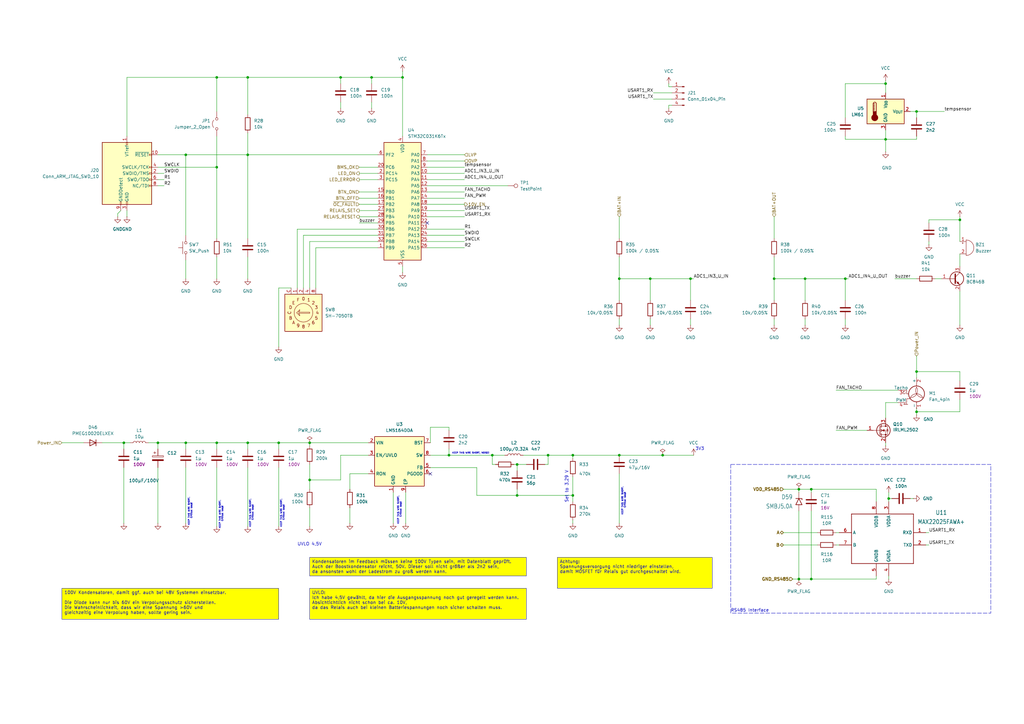
<source format=kicad_sch>
(kicad_sch
	(version 20250114)
	(generator "eeschema")
	(generator_version "9.0")
	(uuid "72baee58-3acb-4381-8344-e659d9461441")
	(paper "A3")
	(lib_symbols
		(symbol "Connector:Conn_01x04_Pin"
			(pin_names
				(offset 1.016)
				(hide yes)
			)
			(exclude_from_sim no)
			(in_bom yes)
			(on_board yes)
			(property "Reference" "J"
				(at 0 5.08 0)
				(effects
					(font
						(size 1.27 1.27)
					)
				)
			)
			(property "Value" "Conn_01x04_Pin"
				(at 0 -7.62 0)
				(effects
					(font
						(size 1.27 1.27)
					)
				)
			)
			(property "Footprint" ""
				(at 0 0 0)
				(effects
					(font
						(size 1.27 1.27)
					)
					(hide yes)
				)
			)
			(property "Datasheet" "~"
				(at 0 0 0)
				(effects
					(font
						(size 1.27 1.27)
					)
					(hide yes)
				)
			)
			(property "Description" "Generic connector, single row, 01x04, script generated"
				(at 0 0 0)
				(effects
					(font
						(size 1.27 1.27)
					)
					(hide yes)
				)
			)
			(property "ki_locked" ""
				(at 0 0 0)
				(effects
					(font
						(size 1.27 1.27)
					)
				)
			)
			(property "ki_keywords" "connector"
				(at 0 0 0)
				(effects
					(font
						(size 1.27 1.27)
					)
					(hide yes)
				)
			)
			(property "ki_fp_filters" "Connector*:*_1x??_*"
				(at 0 0 0)
				(effects
					(font
						(size 1.27 1.27)
					)
					(hide yes)
				)
			)
			(symbol "Conn_01x04_Pin_1_1"
				(rectangle
					(start 0.8636 2.667)
					(end 0 2.413)
					(stroke
						(width 0.1524)
						(type default)
					)
					(fill
						(type outline)
					)
				)
				(rectangle
					(start 0.8636 0.127)
					(end 0 -0.127)
					(stroke
						(width 0.1524)
						(type default)
					)
					(fill
						(type outline)
					)
				)
				(rectangle
					(start 0.8636 -2.413)
					(end 0 -2.667)
					(stroke
						(width 0.1524)
						(type default)
					)
					(fill
						(type outline)
					)
				)
				(rectangle
					(start 0.8636 -4.953)
					(end 0 -5.207)
					(stroke
						(width 0.1524)
						(type default)
					)
					(fill
						(type outline)
					)
				)
				(polyline
					(pts
						(xy 1.27 2.54) (xy 0.8636 2.54)
					)
					(stroke
						(width 0.1524)
						(type default)
					)
					(fill
						(type none)
					)
				)
				(polyline
					(pts
						(xy 1.27 0) (xy 0.8636 0)
					)
					(stroke
						(width 0.1524)
						(type default)
					)
					(fill
						(type none)
					)
				)
				(polyline
					(pts
						(xy 1.27 -2.54) (xy 0.8636 -2.54)
					)
					(stroke
						(width 0.1524)
						(type default)
					)
					(fill
						(type none)
					)
				)
				(polyline
					(pts
						(xy 1.27 -5.08) (xy 0.8636 -5.08)
					)
					(stroke
						(width 0.1524)
						(type default)
					)
					(fill
						(type none)
					)
				)
				(pin passive line
					(at 5.08 2.54 180)
					(length 3.81)
					(name "Pin_1"
						(effects
							(font
								(size 1.27 1.27)
							)
						)
					)
					(number "1"
						(effects
							(font
								(size 1.27 1.27)
							)
						)
					)
				)
				(pin passive line
					(at 5.08 0 180)
					(length 3.81)
					(name "Pin_2"
						(effects
							(font
								(size 1.27 1.27)
							)
						)
					)
					(number "2"
						(effects
							(font
								(size 1.27 1.27)
							)
						)
					)
				)
				(pin passive line
					(at 5.08 -2.54 180)
					(length 3.81)
					(name "Pin_3"
						(effects
							(font
								(size 1.27 1.27)
							)
						)
					)
					(number "3"
						(effects
							(font
								(size 1.27 1.27)
							)
						)
					)
				)
				(pin passive line
					(at 5.08 -5.08 180)
					(length 3.81)
					(name "Pin_4"
						(effects
							(font
								(size 1.27 1.27)
							)
						)
					)
					(number "4"
						(effects
							(font
								(size 1.27 1.27)
							)
						)
					)
				)
			)
			(embedded_fonts no)
		)
		(symbol "Connector:Conn_ARM_JTAG_SWD_10"
			(pin_names
				(offset 1.016)
			)
			(exclude_from_sim no)
			(in_bom yes)
			(on_board yes)
			(property "Reference" "J"
				(at -2.54 16.51 0)
				(effects
					(font
						(size 1.27 1.27)
					)
					(justify right)
				)
			)
			(property "Value" "Conn_ARM_JTAG_SWD_10"
				(at -2.54 13.97 0)
				(effects
					(font
						(size 1.27 1.27)
					)
					(justify right bottom)
				)
			)
			(property "Footprint" ""
				(at 0 0 0)
				(effects
					(font
						(size 1.27 1.27)
					)
					(hide yes)
				)
			)
			(property "Datasheet" "http://infocenter.arm.com/help/topic/com.arm.doc.ddi0314h/DDI0314H_coresight_components_trm.pdf"
				(at -8.89 -31.75 90)
				(effects
					(font
						(size 1.27 1.27)
					)
					(hide yes)
				)
			)
			(property "Description" "Cortex Debug Connector, standard ARM Cortex-M SWD and JTAG interface"
				(at 0 0 0)
				(effects
					(font
						(size 1.27 1.27)
					)
					(hide yes)
				)
			)
			(property "ki_keywords" "Cortex Debug Connector ARM SWD JTAG"
				(at 0 0 0)
				(effects
					(font
						(size 1.27 1.27)
					)
					(hide yes)
				)
			)
			(property "ki_fp_filters" "PinHeader?2x05?P1.27mm*"
				(at 0 0 0)
				(effects
					(font
						(size 1.27 1.27)
					)
					(hide yes)
				)
			)
			(symbol "Conn_ARM_JTAG_SWD_10_0_1"
				(rectangle
					(start -10.16 12.7)
					(end 10.16 -12.7)
					(stroke
						(width 0.254)
						(type default)
					)
					(fill
						(type background)
					)
				)
				(rectangle
					(start -2.794 -12.7)
					(end -2.286 -11.684)
					(stroke
						(width 0)
						(type default)
					)
					(fill
						(type none)
					)
				)
				(rectangle
					(start -0.254 12.7)
					(end 0.254 11.684)
					(stroke
						(width 0)
						(type default)
					)
					(fill
						(type none)
					)
				)
				(rectangle
					(start -0.254 -12.7)
					(end 0.254 -11.684)
					(stroke
						(width 0)
						(type default)
					)
					(fill
						(type none)
					)
				)
				(rectangle
					(start 9.144 2.286)
					(end 10.16 2.794)
					(stroke
						(width 0)
						(type default)
					)
					(fill
						(type none)
					)
				)
				(rectangle
					(start 10.16 7.874)
					(end 9.144 7.366)
					(stroke
						(width 0)
						(type default)
					)
					(fill
						(type none)
					)
				)
				(rectangle
					(start 10.16 -0.254)
					(end 9.144 0.254)
					(stroke
						(width 0)
						(type default)
					)
					(fill
						(type none)
					)
				)
				(rectangle
					(start 10.16 -2.794)
					(end 9.144 -2.286)
					(stroke
						(width 0)
						(type default)
					)
					(fill
						(type none)
					)
				)
			)
			(symbol "Conn_ARM_JTAG_SWD_10_1_1"
				(rectangle
					(start 9.144 -5.334)
					(end 10.16 -4.826)
					(stroke
						(width 0)
						(type default)
					)
					(fill
						(type none)
					)
				)
				(pin no_connect line
					(at -10.16 0 0)
					(length 2.54)
					(hide yes)
					(name "KEY"
						(effects
							(font
								(size 1.27 1.27)
							)
						)
					)
					(number "7"
						(effects
							(font
								(size 1.27 1.27)
							)
						)
					)
				)
				(pin passive line
					(at -2.54 -15.24 90)
					(length 2.54)
					(name "GNDDetect"
						(effects
							(font
								(size 1.27 1.27)
							)
						)
					)
					(number "9"
						(effects
							(font
								(size 1.27 1.27)
							)
						)
					)
				)
				(pin power_in line
					(at 0 15.24 270)
					(length 2.54)
					(name "VTref"
						(effects
							(font
								(size 1.27 1.27)
							)
						)
					)
					(number "1"
						(effects
							(font
								(size 1.27 1.27)
							)
						)
					)
				)
				(pin power_in line
					(at 0 -15.24 90)
					(length 2.54)
					(name "GND"
						(effects
							(font
								(size 1.27 1.27)
							)
						)
					)
					(number "3"
						(effects
							(font
								(size 1.27 1.27)
							)
						)
					)
				)
				(pin passive line
					(at 0 -15.24 90)
					(length 2.54)
					(hide yes)
					(name "GND"
						(effects
							(font
								(size 1.27 1.27)
							)
						)
					)
					(number "5"
						(effects
							(font
								(size 1.27 1.27)
							)
						)
					)
				)
				(pin open_collector line
					(at 12.7 7.62 180)
					(length 2.54)
					(name "~{RESET}"
						(effects
							(font
								(size 1.27 1.27)
							)
						)
					)
					(number "10"
						(effects
							(font
								(size 1.27 1.27)
							)
						)
					)
				)
				(pin output line
					(at 12.7 2.54 180)
					(length 2.54)
					(name "SWCLK/TCK"
						(effects
							(font
								(size 1.27 1.27)
							)
						)
					)
					(number "4"
						(effects
							(font
								(size 1.27 1.27)
							)
						)
					)
				)
				(pin bidirectional line
					(at 12.7 0 180)
					(length 2.54)
					(name "SWDIO/TMS"
						(effects
							(font
								(size 1.27 1.27)
							)
						)
					)
					(number "2"
						(effects
							(font
								(size 1.27 1.27)
							)
						)
					)
				)
				(pin input line
					(at 12.7 -2.54 180)
					(length 2.54)
					(name "SWO/TDO"
						(effects
							(font
								(size 1.27 1.27)
							)
						)
					)
					(number "6"
						(effects
							(font
								(size 1.27 1.27)
							)
						)
					)
				)
				(pin output line
					(at 12.7 -5.08 180)
					(length 2.54)
					(name "NC/TDI"
						(effects
							(font
								(size 1.27 1.27)
							)
						)
					)
					(number "8"
						(effects
							(font
								(size 1.27 1.27)
							)
						)
					)
				)
			)
			(embedded_fonts no)
		)
		(symbol "Connector:TestPoint"
			(pin_numbers
				(hide yes)
			)
			(pin_names
				(offset 0.762)
				(hide yes)
			)
			(exclude_from_sim no)
			(in_bom yes)
			(on_board yes)
			(property "Reference" "TP"
				(at 0 6.858 0)
				(effects
					(font
						(size 1.27 1.27)
					)
				)
			)
			(property "Value" "TestPoint"
				(at 0 5.08 0)
				(effects
					(font
						(size 1.27 1.27)
					)
				)
			)
			(property "Footprint" ""
				(at 5.08 0 0)
				(effects
					(font
						(size 1.27 1.27)
					)
					(hide yes)
				)
			)
			(property "Datasheet" "~"
				(at 5.08 0 0)
				(effects
					(font
						(size 1.27 1.27)
					)
					(hide yes)
				)
			)
			(property "Description" "test point"
				(at 0 0 0)
				(effects
					(font
						(size 1.27 1.27)
					)
					(hide yes)
				)
			)
			(property "ki_keywords" "test point tp"
				(at 0 0 0)
				(effects
					(font
						(size 1.27 1.27)
					)
					(hide yes)
				)
			)
			(property "ki_fp_filters" "Pin* Test*"
				(at 0 0 0)
				(effects
					(font
						(size 1.27 1.27)
					)
					(hide yes)
				)
			)
			(symbol "TestPoint_0_1"
				(circle
					(center 0 3.302)
					(radius 0.762)
					(stroke
						(width 0)
						(type default)
					)
					(fill
						(type none)
					)
				)
			)
			(symbol "TestPoint_1_1"
				(pin passive line
					(at 0 0 90)
					(length 2.54)
					(name "1"
						(effects
							(font
								(size 1.27 1.27)
							)
						)
					)
					(number "1"
						(effects
							(font
								(size 1.27 1.27)
							)
						)
					)
				)
			)
			(embedded_fonts no)
		)
		(symbol "Device:Buzzer"
			(pin_names
				(offset 0.0254)
				(hide yes)
			)
			(exclude_from_sim no)
			(in_bom yes)
			(on_board yes)
			(property "Reference" "BZ"
				(at 3.81 1.27 0)
				(effects
					(font
						(size 1.27 1.27)
					)
					(justify left)
				)
			)
			(property "Value" "Buzzer"
				(at 3.81 -1.27 0)
				(effects
					(font
						(size 1.27 1.27)
					)
					(justify left)
				)
			)
			(property "Footprint" ""
				(at -0.635 2.54 90)
				(effects
					(font
						(size 1.27 1.27)
					)
					(hide yes)
				)
			)
			(property "Datasheet" "~"
				(at -0.635 2.54 90)
				(effects
					(font
						(size 1.27 1.27)
					)
					(hide yes)
				)
			)
			(property "Description" "Buzzer, polarized"
				(at 0 0 0)
				(effects
					(font
						(size 1.27 1.27)
					)
					(hide yes)
				)
			)
			(property "ki_keywords" "quartz resonator ceramic"
				(at 0 0 0)
				(effects
					(font
						(size 1.27 1.27)
					)
					(hide yes)
				)
			)
			(property "ki_fp_filters" "*Buzzer*"
				(at 0 0 0)
				(effects
					(font
						(size 1.27 1.27)
					)
					(hide yes)
				)
			)
			(symbol "Buzzer_0_1"
				(polyline
					(pts
						(xy -1.651 1.905) (xy -1.143 1.905)
					)
					(stroke
						(width 0)
						(type default)
					)
					(fill
						(type none)
					)
				)
				(polyline
					(pts
						(xy -1.397 2.159) (xy -1.397 1.651)
					)
					(stroke
						(width 0)
						(type default)
					)
					(fill
						(type none)
					)
				)
				(arc
					(start 0 3.175)
					(mid 3.1612 0)
					(end 0 -3.175)
					(stroke
						(width 0)
						(type default)
					)
					(fill
						(type none)
					)
				)
				(polyline
					(pts
						(xy 0 3.175) (xy 0 -3.175)
					)
					(stroke
						(width 0)
						(type default)
					)
					(fill
						(type none)
					)
				)
			)
			(symbol "Buzzer_1_1"
				(pin passive line
					(at -2.54 2.54 0)
					(length 2.54)
					(name "+"
						(effects
							(font
								(size 1.27 1.27)
							)
						)
					)
					(number "1"
						(effects
							(font
								(size 1.27 1.27)
							)
						)
					)
				)
				(pin passive line
					(at -2.54 -2.54 0)
					(length 2.54)
					(name "-"
						(effects
							(font
								(size 1.27 1.27)
							)
						)
					)
					(number "2"
						(effects
							(font
								(size 1.27 1.27)
							)
						)
					)
				)
			)
			(embedded_fonts no)
		)
		(symbol "Device:C"
			(pin_numbers
				(hide yes)
			)
			(pin_names
				(offset 0.254)
			)
			(exclude_from_sim no)
			(in_bom yes)
			(on_board yes)
			(property "Reference" "C"
				(at 0.635 2.54 0)
				(effects
					(font
						(size 1.27 1.27)
					)
					(justify left)
				)
			)
			(property "Value" "C"
				(at 0.635 -2.54 0)
				(effects
					(font
						(size 1.27 1.27)
					)
					(justify left)
				)
			)
			(property "Footprint" ""
				(at 0.9652 -3.81 0)
				(effects
					(font
						(size 1.27 1.27)
					)
					(hide yes)
				)
			)
			(property "Datasheet" "~"
				(at 0 0 0)
				(effects
					(font
						(size 1.27 1.27)
					)
					(hide yes)
				)
			)
			(property "Description" "Unpolarized capacitor"
				(at 0 0 0)
				(effects
					(font
						(size 1.27 1.27)
					)
					(hide yes)
				)
			)
			(property "ki_keywords" "cap capacitor"
				(at 0 0 0)
				(effects
					(font
						(size 1.27 1.27)
					)
					(hide yes)
				)
			)
			(property "ki_fp_filters" "C_*"
				(at 0 0 0)
				(effects
					(font
						(size 1.27 1.27)
					)
					(hide yes)
				)
			)
			(symbol "C_0_1"
				(polyline
					(pts
						(xy -2.032 0.762) (xy 2.032 0.762)
					)
					(stroke
						(width 0.508)
						(type default)
					)
					(fill
						(type none)
					)
				)
				(polyline
					(pts
						(xy -2.032 -0.762) (xy 2.032 -0.762)
					)
					(stroke
						(width 0.508)
						(type default)
					)
					(fill
						(type none)
					)
				)
			)
			(symbol "C_1_1"
				(pin passive line
					(at 0 3.81 270)
					(length 2.794)
					(name "~"
						(effects
							(font
								(size 1.27 1.27)
							)
						)
					)
					(number "1"
						(effects
							(font
								(size 1.27 1.27)
							)
						)
					)
				)
				(pin passive line
					(at 0 -3.81 90)
					(length 2.794)
					(name "~"
						(effects
							(font
								(size 1.27 1.27)
							)
						)
					)
					(number "2"
						(effects
							(font
								(size 1.27 1.27)
							)
						)
					)
				)
			)
			(embedded_fonts no)
		)
		(symbol "Device:C_Polarized"
			(pin_numbers
				(hide yes)
			)
			(pin_names
				(offset 0.254)
			)
			(exclude_from_sim no)
			(in_bom yes)
			(on_board yes)
			(property "Reference" "C"
				(at 0.635 2.54 0)
				(effects
					(font
						(size 1.27 1.27)
					)
					(justify left)
				)
			)
			(property "Value" "C_Polarized"
				(at 0.635 -2.54 0)
				(effects
					(font
						(size 1.27 1.27)
					)
					(justify left)
				)
			)
			(property "Footprint" ""
				(at 0.9652 -3.81 0)
				(effects
					(font
						(size 1.27 1.27)
					)
					(hide yes)
				)
			)
			(property "Datasheet" "~"
				(at 0 0 0)
				(effects
					(font
						(size 1.27 1.27)
					)
					(hide yes)
				)
			)
			(property "Description" "Polarized capacitor"
				(at 0 0 0)
				(effects
					(font
						(size 1.27 1.27)
					)
					(hide yes)
				)
			)
			(property "ki_keywords" "cap capacitor"
				(at 0 0 0)
				(effects
					(font
						(size 1.27 1.27)
					)
					(hide yes)
				)
			)
			(property "ki_fp_filters" "CP_*"
				(at 0 0 0)
				(effects
					(font
						(size 1.27 1.27)
					)
					(hide yes)
				)
			)
			(symbol "C_Polarized_0_1"
				(rectangle
					(start -2.286 0.508)
					(end 2.286 1.016)
					(stroke
						(width 0)
						(type default)
					)
					(fill
						(type none)
					)
				)
				(polyline
					(pts
						(xy -1.778 2.286) (xy -0.762 2.286)
					)
					(stroke
						(width 0)
						(type default)
					)
					(fill
						(type none)
					)
				)
				(polyline
					(pts
						(xy -1.27 2.794) (xy -1.27 1.778)
					)
					(stroke
						(width 0)
						(type default)
					)
					(fill
						(type none)
					)
				)
				(rectangle
					(start 2.286 -0.508)
					(end -2.286 -1.016)
					(stroke
						(width 0)
						(type default)
					)
					(fill
						(type outline)
					)
				)
			)
			(symbol "C_Polarized_1_1"
				(pin passive line
					(at 0 3.81 270)
					(length 2.794)
					(name "~"
						(effects
							(font
								(size 1.27 1.27)
							)
						)
					)
					(number "1"
						(effects
							(font
								(size 1.27 1.27)
							)
						)
					)
				)
				(pin passive line
					(at 0 -3.81 90)
					(length 2.794)
					(name "~"
						(effects
							(font
								(size 1.27 1.27)
							)
						)
					)
					(number "2"
						(effects
							(font
								(size 1.27 1.27)
							)
						)
					)
				)
			)
			(embedded_fonts no)
		)
		(symbol "Device:D"
			(pin_numbers
				(hide yes)
			)
			(pin_names
				(offset 1.016)
				(hide yes)
			)
			(exclude_from_sim no)
			(in_bom yes)
			(on_board yes)
			(property "Reference" "D"
				(at 0 2.54 0)
				(effects
					(font
						(size 1.27 1.27)
					)
				)
			)
			(property "Value" "D"
				(at 0 -2.54 0)
				(effects
					(font
						(size 1.27 1.27)
					)
				)
			)
			(property "Footprint" ""
				(at 0 0 0)
				(effects
					(font
						(size 1.27 1.27)
					)
					(hide yes)
				)
			)
			(property "Datasheet" "~"
				(at 0 0 0)
				(effects
					(font
						(size 1.27 1.27)
					)
					(hide yes)
				)
			)
			(property "Description" "Diode"
				(at 0 0 0)
				(effects
					(font
						(size 1.27 1.27)
					)
					(hide yes)
				)
			)
			(property "Sim.Device" "D"
				(at 0 0 0)
				(effects
					(font
						(size 1.27 1.27)
					)
					(hide yes)
				)
			)
			(property "Sim.Pins" "1=K 2=A"
				(at 0 0 0)
				(effects
					(font
						(size 1.27 1.27)
					)
					(hide yes)
				)
			)
			(property "ki_keywords" "diode"
				(at 0 0 0)
				(effects
					(font
						(size 1.27 1.27)
					)
					(hide yes)
				)
			)
			(property "ki_fp_filters" "TO-???* *_Diode_* *SingleDiode* D_*"
				(at 0 0 0)
				(effects
					(font
						(size 1.27 1.27)
					)
					(hide yes)
				)
			)
			(symbol "D_0_1"
				(polyline
					(pts
						(xy -1.27 1.27) (xy -1.27 -1.27)
					)
					(stroke
						(width 0.254)
						(type default)
					)
					(fill
						(type none)
					)
				)
				(polyline
					(pts
						(xy 1.27 1.27) (xy 1.27 -1.27) (xy -1.27 0) (xy 1.27 1.27)
					)
					(stroke
						(width 0.254)
						(type default)
					)
					(fill
						(type none)
					)
				)
				(polyline
					(pts
						(xy 1.27 0) (xy -1.27 0)
					)
					(stroke
						(width 0)
						(type default)
					)
					(fill
						(type none)
					)
				)
			)
			(symbol "D_1_1"
				(pin passive line
					(at -3.81 0 0)
					(length 2.54)
					(name "K"
						(effects
							(font
								(size 1.27 1.27)
							)
						)
					)
					(number "1"
						(effects
							(font
								(size 1.27 1.27)
							)
						)
					)
				)
				(pin passive line
					(at 3.81 0 180)
					(length 2.54)
					(name "A"
						(effects
							(font
								(size 1.27 1.27)
							)
						)
					)
					(number "2"
						(effects
							(font
								(size 1.27 1.27)
							)
						)
					)
				)
			)
			(embedded_fonts no)
		)
		(symbol "Device:L"
			(pin_numbers
				(hide yes)
			)
			(pin_names
				(offset 1.016)
				(hide yes)
			)
			(exclude_from_sim no)
			(in_bom yes)
			(on_board yes)
			(property "Reference" "L"
				(at -1.27 0 90)
				(effects
					(font
						(size 1.27 1.27)
					)
				)
			)
			(property "Value" "L"
				(at 1.905 0 90)
				(effects
					(font
						(size 1.27 1.27)
					)
				)
			)
			(property "Footprint" ""
				(at 0 0 0)
				(effects
					(font
						(size 1.27 1.27)
					)
					(hide yes)
				)
			)
			(property "Datasheet" "~"
				(at 0 0 0)
				(effects
					(font
						(size 1.27 1.27)
					)
					(hide yes)
				)
			)
			(property "Description" "Inductor"
				(at 0 0 0)
				(effects
					(font
						(size 1.27 1.27)
					)
					(hide yes)
				)
			)
			(property "ki_keywords" "inductor choke coil reactor magnetic"
				(at 0 0 0)
				(effects
					(font
						(size 1.27 1.27)
					)
					(hide yes)
				)
			)
			(property "ki_fp_filters" "Choke_* *Coil* Inductor_* L_*"
				(at 0 0 0)
				(effects
					(font
						(size 1.27 1.27)
					)
					(hide yes)
				)
			)
			(symbol "L_0_1"
				(arc
					(start 0 2.54)
					(mid 0.6323 1.905)
					(end 0 1.27)
					(stroke
						(width 0)
						(type default)
					)
					(fill
						(type none)
					)
				)
				(arc
					(start 0 1.27)
					(mid 0.6323 0.635)
					(end 0 0)
					(stroke
						(width 0)
						(type default)
					)
					(fill
						(type none)
					)
				)
				(arc
					(start 0 0)
					(mid 0.6323 -0.635)
					(end 0 -1.27)
					(stroke
						(width 0)
						(type default)
					)
					(fill
						(type none)
					)
				)
				(arc
					(start 0 -1.27)
					(mid 0.6323 -1.905)
					(end 0 -2.54)
					(stroke
						(width 0)
						(type default)
					)
					(fill
						(type none)
					)
				)
			)
			(symbol "L_1_1"
				(pin passive line
					(at 0 3.81 270)
					(length 1.27)
					(name "1"
						(effects
							(font
								(size 1.27 1.27)
							)
						)
					)
					(number "1"
						(effects
							(font
								(size 1.27 1.27)
							)
						)
					)
				)
				(pin passive line
					(at 0 -3.81 90)
					(length 1.27)
					(name "2"
						(effects
							(font
								(size 1.27 1.27)
							)
						)
					)
					(number "2"
						(effects
							(font
								(size 1.27 1.27)
							)
						)
					)
				)
			)
			(embedded_fonts no)
		)
		(symbol "Device:R"
			(pin_numbers
				(hide yes)
			)
			(pin_names
				(offset 0)
			)
			(exclude_from_sim no)
			(in_bom yes)
			(on_board yes)
			(property "Reference" "R"
				(at 2.032 0 90)
				(effects
					(font
						(size 1.27 1.27)
					)
				)
			)
			(property "Value" "R"
				(at 0 0 90)
				(effects
					(font
						(size 1.27 1.27)
					)
				)
			)
			(property "Footprint" ""
				(at -1.778 0 90)
				(effects
					(font
						(size 1.27 1.27)
					)
					(hide yes)
				)
			)
			(property "Datasheet" "~"
				(at 0 0 0)
				(effects
					(font
						(size 1.27 1.27)
					)
					(hide yes)
				)
			)
			(property "Description" "Resistor"
				(at 0 0 0)
				(effects
					(font
						(size 1.27 1.27)
					)
					(hide yes)
				)
			)
			(property "ki_keywords" "R res resistor"
				(at 0 0 0)
				(effects
					(font
						(size 1.27 1.27)
					)
					(hide yes)
				)
			)
			(property "ki_fp_filters" "R_*"
				(at 0 0 0)
				(effects
					(font
						(size 1.27 1.27)
					)
					(hide yes)
				)
			)
			(symbol "R_0_1"
				(rectangle
					(start -1.016 -2.54)
					(end 1.016 2.54)
					(stroke
						(width 0.254)
						(type default)
					)
					(fill
						(type none)
					)
				)
			)
			(symbol "R_1_1"
				(pin passive line
					(at 0 3.81 270)
					(length 1.27)
					(name "~"
						(effects
							(font
								(size 1.27 1.27)
							)
						)
					)
					(number "1"
						(effects
							(font
								(size 1.27 1.27)
							)
						)
					)
				)
				(pin passive line
					(at 0 -3.81 90)
					(length 1.27)
					(name "~"
						(effects
							(font
								(size 1.27 1.27)
							)
						)
					)
					(number "2"
						(effects
							(font
								(size 1.27 1.27)
							)
						)
					)
				)
			)
			(embedded_fonts no)
		)
		(symbol "Diode:1.5KExxA"
			(pin_numbers
				(hide yes)
			)
			(pin_names
				(offset 1.016)
				(hide yes)
			)
			(exclude_from_sim no)
			(in_bom yes)
			(on_board yes)
			(property "Reference" "D"
				(at 0 2.54 0)
				(effects
					(font
						(size 1.27 1.27)
					)
				)
			)
			(property "Value" "1.5KExxA"
				(at 0 -2.54 0)
				(effects
					(font
						(size 1.27 1.27)
					)
				)
			)
			(property "Footprint" "Diode_THT:D_DO-201AE_P15.24mm_Horizontal"
				(at 0 -5.08 0)
				(effects
					(font
						(size 1.27 1.27)
					)
					(hide yes)
				)
			)
			(property "Datasheet" "https://www.vishay.com/docs/88301/15ke.pdf"
				(at -1.27 0 0)
				(effects
					(font
						(size 1.27 1.27)
					)
					(hide yes)
				)
			)
			(property "Description" "1500W unidirectional TVS diode, DO-201AE"
				(at 0 0 0)
				(effects
					(font
						(size 1.27 1.27)
					)
					(hide yes)
				)
			)
			(property "ki_keywords" "transient voltage suppressor TRANSZORB®"
				(at 0 0 0)
				(effects
					(font
						(size 1.27 1.27)
					)
					(hide yes)
				)
			)
			(property "ki_fp_filters" "D?DO?201AE*"
				(at 0 0 0)
				(effects
					(font
						(size 1.27 1.27)
					)
					(hide yes)
				)
			)
			(symbol "1.5KExxA_0_1"
				(polyline
					(pts
						(xy -0.762 1.27) (xy -1.27 1.27) (xy -1.27 -1.27)
					)
					(stroke
						(width 0.254)
						(type default)
					)
					(fill
						(type none)
					)
				)
				(polyline
					(pts
						(xy 1.27 1.27) (xy 1.27 -1.27) (xy -1.27 0) (xy 1.27 1.27)
					)
					(stroke
						(width 0.254)
						(type default)
					)
					(fill
						(type none)
					)
				)
			)
			(symbol "1.5KExxA_1_1"
				(pin passive line
					(at -3.81 0 0)
					(length 2.54)
					(name "A1"
						(effects
							(font
								(size 1.27 1.27)
							)
						)
					)
					(number "1"
						(effects
							(font
								(size 1.27 1.27)
							)
						)
					)
				)
				(pin passive line
					(at 3.81 0 180)
					(length 2.54)
					(name "A2"
						(effects
							(font
								(size 1.27 1.27)
							)
						)
					)
					(number "2"
						(effects
							(font
								(size 1.27 1.27)
							)
						)
					)
				)
			)
			(embedded_fonts no)
		)
		(symbol "Jumper:Jumper_2_Open"
			(pin_numbers
				(hide yes)
			)
			(pin_names
				(offset 0)
				(hide yes)
			)
			(exclude_from_sim no)
			(in_bom yes)
			(on_board yes)
			(property "Reference" "JP"
				(at 0 2.794 0)
				(effects
					(font
						(size 1.27 1.27)
					)
				)
			)
			(property "Value" "Jumper_2_Open"
				(at 0 -2.286 0)
				(effects
					(font
						(size 1.27 1.27)
					)
				)
			)
			(property "Footprint" ""
				(at 0 0 0)
				(effects
					(font
						(size 1.27 1.27)
					)
					(hide yes)
				)
			)
			(property "Datasheet" "~"
				(at 0 0 0)
				(effects
					(font
						(size 1.27 1.27)
					)
					(hide yes)
				)
			)
			(property "Description" "Jumper, 2-pole, open"
				(at 0 0 0)
				(effects
					(font
						(size 1.27 1.27)
					)
					(hide yes)
				)
			)
			(property "ki_keywords" "Jumper SPST"
				(at 0 0 0)
				(effects
					(font
						(size 1.27 1.27)
					)
					(hide yes)
				)
			)
			(property "ki_fp_filters" "Jumper* TestPoint*2Pads* TestPoint*Bridge*"
				(at 0 0 0)
				(effects
					(font
						(size 1.27 1.27)
					)
					(hide yes)
				)
			)
			(symbol "Jumper_2_Open_0_0"
				(circle
					(center -2.032 0)
					(radius 0.508)
					(stroke
						(width 0)
						(type default)
					)
					(fill
						(type none)
					)
				)
				(circle
					(center 2.032 0)
					(radius 0.508)
					(stroke
						(width 0)
						(type default)
					)
					(fill
						(type none)
					)
				)
			)
			(symbol "Jumper_2_Open_0_1"
				(arc
					(start -1.524 1.27)
					(mid 0 1.778)
					(end 1.524 1.27)
					(stroke
						(width 0)
						(type default)
					)
					(fill
						(type none)
					)
				)
			)
			(symbol "Jumper_2_Open_1_1"
				(pin passive line
					(at -5.08 0 0)
					(length 2.54)
					(name "A"
						(effects
							(font
								(size 1.27 1.27)
							)
						)
					)
					(number "1"
						(effects
							(font
								(size 1.27 1.27)
							)
						)
					)
				)
				(pin passive line
					(at 5.08 0 180)
					(length 2.54)
					(name "B"
						(effects
							(font
								(size 1.27 1.27)
							)
						)
					)
					(number "2"
						(effects
							(font
								(size 1.27 1.27)
							)
						)
					)
				)
			)
			(embedded_fonts no)
		)
		(symbol "MCU_ST_STM32C0:STM32C031K4Tx"
			(exclude_from_sim no)
			(in_bom yes)
			(on_board yes)
			(property "Reference" "U"
				(at -7.62 26.67 0)
				(effects
					(font
						(size 1.27 1.27)
					)
					(justify left)
				)
			)
			(property "Value" "STM32C031K4Tx"
				(at 2.54 26.67 0)
				(effects
					(font
						(size 1.27 1.27)
					)
					(justify left)
				)
			)
			(property "Footprint" "Package_QFP:LQFP-32_7x7mm_P0.8mm"
				(at -7.62 -22.86 0)
				(effects
					(font
						(size 1.27 1.27)
					)
					(justify right)
					(hide yes)
				)
			)
			(property "Datasheet" "https://www.st.com/resource/en/datasheet/stm32c031k4.pdf"
				(at 0 0 0)
				(effects
					(font
						(size 1.27 1.27)
					)
					(hide yes)
				)
			)
			(property "Description" "STMicroelectronics Arm Cortex-M0+ MCU, 16KB flash, 12KB RAM, 48 MHz, 2.0-3.6V, 30 GPIO, LQFP32"
				(at 0 0 0)
				(effects
					(font
						(size 1.27 1.27)
					)
					(hide yes)
				)
			)
			(property "ki_keywords" "Arm Cortex-M0+ STM32C0 STM32C0x1"
				(at 0 0 0)
				(effects
					(font
						(size 1.27 1.27)
					)
					(hide yes)
				)
			)
			(property "ki_fp_filters" "LQFP*7x7mm*P0.8mm*"
				(at 0 0 0)
				(effects
					(font
						(size 1.27 1.27)
					)
					(hide yes)
				)
			)
			(symbol "STM32C031K4Tx_0_1"
				(rectangle
					(start -7.62 -22.86)
					(end 7.62 25.4)
					(stroke
						(width 0.254)
						(type default)
					)
					(fill
						(type background)
					)
				)
			)
			(symbol "STM32C031K4Tx_1_1"
				(pin bidirectional line
					(at -10.16 20.32 0)
					(length 2.54)
					(name "PF2"
						(effects
							(font
								(size 1.27 1.27)
							)
						)
					)
					(number "6"
						(effects
							(font
								(size 1.27 1.27)
							)
						)
					)
					(alternate "RCC_MCO" bidirectional line)
					(alternate "TIM1_CH4" bidirectional line)
				)
				(pin bidirectional line
					(at -10.16 15.24 0)
					(length 2.54)
					(name "PC6"
						(effects
							(font
								(size 1.27 1.27)
							)
						)
					)
					(number "20"
						(effects
							(font
								(size 1.27 1.27)
							)
						)
					)
					(alternate "TIM3_CH1" bidirectional line)
				)
				(pin bidirectional line
					(at -10.16 12.7 0)
					(length 2.54)
					(name "PC14"
						(effects
							(font
								(size 1.27 1.27)
							)
						)
					)
					(number "2"
						(effects
							(font
								(size 1.27 1.27)
							)
						)
					)
					(alternate "I2C1_SDA" bidirectional line)
					(alternate "IR_OUT" bidirectional line)
					(alternate "RCC_OSCX_IN" bidirectional line)
					(alternate "TIM17_CH1" bidirectional line)
					(alternate "TIM1_BKIN2" bidirectional line)
					(alternate "TIM1_ETR" bidirectional line)
					(alternate "TIM3_CH2" bidirectional line)
					(alternate "USART1_TX" bidirectional line)
					(alternate "USART2_CK" bidirectional line)
					(alternate "USART2_DE" bidirectional line)
					(alternate "USART2_RTS" bidirectional line)
				)
				(pin bidirectional line
					(at -10.16 10.16 0)
					(length 2.54)
					(name "PC15"
						(effects
							(font
								(size 1.27 1.27)
							)
						)
					)
					(number "3"
						(effects
							(font
								(size 1.27 1.27)
							)
						)
					)
					(alternate "RCC_OSC32_EN" bidirectional line)
					(alternate "RCC_OSCX_OUT" bidirectional line)
					(alternate "RCC_OSC_EN" bidirectional line)
					(alternate "TIM1_ETR" bidirectional line)
					(alternate "TIM3_CH3" bidirectional line)
				)
				(pin bidirectional line
					(at -10.16 5.08 0)
					(length 2.54)
					(name "PB0"
						(effects
							(font
								(size 1.27 1.27)
							)
						)
					)
					(number "15"
						(effects
							(font
								(size 1.27 1.27)
							)
						)
					)
					(alternate "ADC1_IN17" bidirectional line)
					(alternate "I2S1_WS" bidirectional line)
					(alternate "SPI1_NSS" bidirectional line)
					(alternate "TIM1_CH2N" bidirectional line)
					(alternate "TIM3_CH3" bidirectional line)
				)
				(pin bidirectional line
					(at -10.16 2.54 0)
					(length 2.54)
					(name "PB1"
						(effects
							(font
								(size 1.27 1.27)
							)
						)
					)
					(number "16"
						(effects
							(font
								(size 1.27 1.27)
							)
						)
					)
					(alternate "ADC1_IN18" bidirectional line)
					(alternate "TIM14_CH1" bidirectional line)
					(alternate "TIM1_CH2N" bidirectional line)
					(alternate "TIM1_CH3N" bidirectional line)
					(alternate "TIM3_CH4" bidirectional line)
				)
				(pin bidirectional line
					(at -10.16 0 0)
					(length 2.54)
					(name "PB2"
						(effects
							(font
								(size 1.27 1.27)
							)
						)
					)
					(number "17"
						(effects
							(font
								(size 1.27 1.27)
							)
						)
					)
					(alternate "ADC1_IN19" bidirectional line)
					(alternate "RCC_MCO_2" bidirectional line)
					(alternate "USART1_RX" bidirectional line)
				)
				(pin bidirectional line
					(at -10.16 -2.54 0)
					(length 2.54)
					(name "PB3"
						(effects
							(font
								(size 1.27 1.27)
							)
						)
					)
					(number "27"
						(effects
							(font
								(size 1.27 1.27)
							)
						)
					)
					(alternate "I2S1_CK" bidirectional line)
					(alternate "SPI1_SCK" bidirectional line)
					(alternate "TIM1_CH2" bidirectional line)
					(alternate "TIM3_CH2" bidirectional line)
					(alternate "USART1_CK" bidirectional line)
					(alternate "USART1_DE" bidirectional line)
					(alternate "USART1_RTS" bidirectional line)
				)
				(pin bidirectional line
					(at -10.16 -5.08 0)
					(length 2.54)
					(name "PB4"
						(effects
							(font
								(size 1.27 1.27)
							)
						)
					)
					(number "28"
						(effects
							(font
								(size 1.27 1.27)
							)
						)
					)
					(alternate "I2S1_MCK" bidirectional line)
					(alternate "SPI1_MISO" bidirectional line)
					(alternate "TIM17_BKIN" bidirectional line)
					(alternate "TIM3_CH1" bidirectional line)
					(alternate "USART1_CTS" bidirectional line)
					(alternate "USART1_NSS" bidirectional line)
				)
				(pin bidirectional line
					(at -10.16 -7.62 0)
					(length 2.54)
					(name "PB5"
						(effects
							(font
								(size 1.27 1.27)
							)
						)
					)
					(number "29"
						(effects
							(font
								(size 1.27 1.27)
							)
						)
					)
					(alternate "I2C1_SMBA" bidirectional line)
					(alternate "I2S1_SD" bidirectional line)
					(alternate "PWR_WKUP6" bidirectional line)
					(alternate "SPI1_MOSI" bidirectional line)
					(alternate "TIM16_BKIN" bidirectional line)
					(alternate "TIM3_CH2" bidirectional line)
					(alternate "TIM3_CH3" bidirectional line)
				)
				(pin bidirectional line
					(at -10.16 -10.16 0)
					(length 2.54)
					(name "PB6"
						(effects
							(font
								(size 1.27 1.27)
							)
						)
					)
					(number "30"
						(effects
							(font
								(size 1.27 1.27)
							)
						)
					)
					(alternate "I2C1_SCL" bidirectional line)
					(alternate "I2C1_SMBA" bidirectional line)
					(alternate "I2S1_CK" bidirectional line)
					(alternate "I2S1_MCK" bidirectional line)
					(alternate "I2S1_SD" bidirectional line)
					(alternate "PWR_WKUP3" bidirectional line)
					(alternate "SPI1_MISO" bidirectional line)
					(alternate "SPI1_MOSI" bidirectional line)
					(alternate "SPI1_SCK" bidirectional line)
					(alternate "TIM16_BKIN" bidirectional line)
					(alternate "TIM16_CH1N" bidirectional line)
					(alternate "TIM17_BKIN" bidirectional line)
					(alternate "TIM1_CH2" bidirectional line)
					(alternate "TIM1_CH3" bidirectional line)
					(alternate "TIM3_CH1" bidirectional line)
					(alternate "TIM3_CH2" bidirectional line)
					(alternate "TIM3_CH3" bidirectional line)
					(alternate "USART1_CK" bidirectional line)
					(alternate "USART1_CTS" bidirectional line)
					(alternate "USART1_DE" bidirectional line)
					(alternate "USART1_NSS" bidirectional line)
					(alternate "USART1_RTS" bidirectional line)
					(alternate "USART1_TX" bidirectional line)
				)
				(pin bidirectional line
					(at -10.16 -12.7 0)
					(length 2.54)
					(name "PB7"
						(effects
							(font
								(size 1.27 1.27)
							)
						)
					)
					(number "31"
						(effects
							(font
								(size 1.27 1.27)
							)
						)
					)
					(alternate "I2C1_SCL" bidirectional line)
					(alternate "I2C1_SDA" bidirectional line)
					(alternate "RTC_REFIN" bidirectional line)
					(alternate "TIM16_CH1" bidirectional line)
					(alternate "TIM17_CH1N" bidirectional line)
					(alternate "TIM1_CH4" bidirectional line)
					(alternate "TIM3_CH1" bidirectional line)
					(alternate "TIM3_CH4" bidirectional line)
					(alternate "USART1_RX" bidirectional line)
					(alternate "USART2_CTS" bidirectional line)
					(alternate "USART2_NSS" bidirectional line)
				)
				(pin bidirectional line
					(at -10.16 -15.24 0)
					(length 2.54)
					(name "PB8"
						(effects
							(font
								(size 1.27 1.27)
							)
						)
					)
					(number "32"
						(effects
							(font
								(size 1.27 1.27)
							)
						)
					)
					(alternate "I2C1_SCL" bidirectional line)
					(alternate "TIM16_CH1" bidirectional line)
					(alternate "TIM3_CH1" bidirectional line)
					(alternate "USART2_CTS" bidirectional line)
					(alternate "USART2_NSS" bidirectional line)
				)
				(pin bidirectional line
					(at -10.16 -17.78 0)
					(length 2.54)
					(name "PB9"
						(effects
							(font
								(size 1.27 1.27)
							)
						)
					)
					(number "1"
						(effects
							(font
								(size 1.27 1.27)
							)
						)
					)
					(alternate "I2C1_SDA" bidirectional line)
					(alternate "IR_OUT" bidirectional line)
					(alternate "TIM17_CH1" bidirectional line)
					(alternate "TIM3_CH2" bidirectional line)
					(alternate "USART2_CK" bidirectional line)
					(alternate "USART2_DE" bidirectional line)
					(alternate "USART2_RTS" bidirectional line)
				)
				(pin power_in line
					(at 0 27.94 270)
					(length 2.54)
					(name "VDD"
						(effects
							(font
								(size 1.27 1.27)
							)
						)
					)
					(number "4"
						(effects
							(font
								(size 1.27 1.27)
							)
						)
					)
				)
				(pin power_in line
					(at 0 -25.4 90)
					(length 2.54)
					(name "VSS"
						(effects
							(font
								(size 1.27 1.27)
							)
						)
					)
					(number "5"
						(effects
							(font
								(size 1.27 1.27)
							)
						)
					)
				)
				(pin bidirectional line
					(at 10.16 20.32 180)
					(length 2.54)
					(name "PA0"
						(effects
							(font
								(size 1.27 1.27)
							)
						)
					)
					(number "7"
						(effects
							(font
								(size 1.27 1.27)
							)
						)
					)
					(alternate "ADC1_IN0" bidirectional line)
					(alternate "PWR_WKUP1" bidirectional line)
					(alternate "TIM16_CH1" bidirectional line)
					(alternate "TIM1_CH1" bidirectional line)
					(alternate "USART1_TX" bidirectional line)
					(alternate "USART2_CTS" bidirectional line)
					(alternate "USART2_NSS" bidirectional line)
				)
				(pin bidirectional line
					(at 10.16 17.78 180)
					(length 2.54)
					(name "PA1"
						(effects
							(font
								(size 1.27 1.27)
							)
						)
					)
					(number "8"
						(effects
							(font
								(size 1.27 1.27)
							)
						)
					)
					(alternate "ADC1_IN1" bidirectional line)
					(alternate "I2C1_SMBA" bidirectional line)
					(alternate "I2S1_CK" bidirectional line)
					(alternate "SPI1_SCK" bidirectional line)
					(alternate "TIM17_CH1" bidirectional line)
					(alternate "TIM1_CH2" bidirectional line)
					(alternate "USART1_RX" bidirectional line)
					(alternate "USART2_CK" bidirectional line)
					(alternate "USART2_DE" bidirectional line)
					(alternate "USART2_RTS" bidirectional line)
				)
				(pin bidirectional line
					(at 10.16 15.24 180)
					(length 2.54)
					(name "PA2"
						(effects
							(font
								(size 1.27 1.27)
							)
						)
					)
					(number "9"
						(effects
							(font
								(size 1.27 1.27)
							)
						)
					)
					(alternate "ADC1_IN2" bidirectional line)
					(alternate "I2S1_SD" bidirectional line)
					(alternate "PWR_WKUP4" bidirectional line)
					(alternate "RCC_LSCO" bidirectional line)
					(alternate "SPI1_MOSI" bidirectional line)
					(alternate "TIM16_CH1N" bidirectional line)
					(alternate "TIM1_CH3" bidirectional line)
					(alternate "TIM3_ETR" bidirectional line)
					(alternate "USART2_TX" bidirectional line)
				)
				(pin bidirectional line
					(at 10.16 12.7 180)
					(length 2.54)
					(name "PA3"
						(effects
							(font
								(size 1.27 1.27)
							)
						)
					)
					(number "10"
						(effects
							(font
								(size 1.27 1.27)
							)
						)
					)
					(alternate "ADC1_IN3" bidirectional line)
					(alternate "TIM1_CH1N" bidirectional line)
					(alternate "TIM1_CH4" bidirectional line)
					(alternate "USART2_RX" bidirectional line)
				)
				(pin bidirectional line
					(at 10.16 10.16 180)
					(length 2.54)
					(name "PA4"
						(effects
							(font
								(size 1.27 1.27)
							)
						)
					)
					(number "11"
						(effects
							(font
								(size 1.27 1.27)
							)
						)
					)
					(alternate "ADC1_IN4" bidirectional line)
					(alternate "I2S1_WS" bidirectional line)
					(alternate "PWR_WKUP2" bidirectional line)
					(alternate "RTC_OUT1" bidirectional line)
					(alternate "RTC_TS" bidirectional line)
					(alternate "SPI1_NSS" bidirectional line)
					(alternate "TIM14_CH1" bidirectional line)
					(alternate "TIM17_CH1N" bidirectional line)
					(alternate "TIM1_CH2N" bidirectional line)
					(alternate "USART2_TX" bidirectional line)
				)
				(pin bidirectional line
					(at 10.16 7.62 180)
					(length 2.54)
					(name "PA5"
						(effects
							(font
								(size 1.27 1.27)
							)
						)
					)
					(number "12"
						(effects
							(font
								(size 1.27 1.27)
							)
						)
					)
					(alternate "ADC1_IN5" bidirectional line)
					(alternate "I2S1_CK" bidirectional line)
					(alternate "SPI1_SCK" bidirectional line)
					(alternate "TIM1_CH1" bidirectional line)
					(alternate "TIM1_CH3N" bidirectional line)
					(alternate "USART2_RX" bidirectional line)
				)
				(pin bidirectional line
					(at 10.16 5.08 180)
					(length 2.54)
					(name "PA6"
						(effects
							(font
								(size 1.27 1.27)
							)
						)
					)
					(number "13"
						(effects
							(font
								(size 1.27 1.27)
							)
						)
					)
					(alternate "ADC1_IN6" bidirectional line)
					(alternate "I2S1_MCK" bidirectional line)
					(alternate "SPI1_MISO" bidirectional line)
					(alternate "TIM16_CH1" bidirectional line)
					(alternate "TIM1_BKIN" bidirectional line)
					(alternate "TIM3_CH1" bidirectional line)
				)
				(pin bidirectional line
					(at 10.16 2.54 180)
					(length 2.54)
					(name "PA7"
						(effects
							(font
								(size 1.27 1.27)
							)
						)
					)
					(number "14"
						(effects
							(font
								(size 1.27 1.27)
							)
						)
					)
					(alternate "ADC1_IN7" bidirectional line)
					(alternate "I2S1_SD" bidirectional line)
					(alternate "SPI1_MOSI" bidirectional line)
					(alternate "TIM14_CH1" bidirectional line)
					(alternate "TIM17_CH1" bidirectional line)
					(alternate "TIM1_CH1N" bidirectional line)
					(alternate "TIM3_CH2" bidirectional line)
				)
				(pin bidirectional line
					(at 10.16 0 180)
					(length 2.54)
					(name "PA8"
						(effects
							(font
								(size 1.27 1.27)
							)
						)
					)
					(number "18"
						(effects
							(font
								(size 1.27 1.27)
							)
						)
					)
					(alternate "ADC1_IN8" bidirectional line)
					(alternate "I2S1_WS" bidirectional line)
					(alternate "RCC_MCO" bidirectional line)
					(alternate "RCC_MCO_2" bidirectional line)
					(alternate "SPI1_NSS" bidirectional line)
					(alternate "TIM14_CH1" bidirectional line)
					(alternate "TIM1_CH1" bidirectional line)
					(alternate "TIM1_CH2N" bidirectional line)
					(alternate "TIM1_CH3N" bidirectional line)
					(alternate "TIM3_CH3" bidirectional line)
					(alternate "TIM3_CH4" bidirectional line)
					(alternate "USART1_RX" bidirectional line)
					(alternate "USART2_TX" bidirectional line)
				)
				(pin bidirectional line
					(at 10.16 -2.54 180)
					(length 2.54)
					(name "PA9"
						(effects
							(font
								(size 1.27 1.27)
							)
						)
					)
					(number "19"
						(effects
							(font
								(size 1.27 1.27)
							)
						)
					)
					(alternate "I2C1_SCL" bidirectional line)
					(alternate "RCC_MCO" bidirectional line)
					(alternate "TIM1_CH2" bidirectional line)
					(alternate "TIM3_ETR" bidirectional line)
					(alternate "USART1_TX" bidirectional line)
				)
				(pin bidirectional line
					(at 10.16 -5.08 180)
					(length 2.54)
					(name "PA10"
						(effects
							(font
								(size 1.27 1.27)
							)
						)
					)
					(number "21"
						(effects
							(font
								(size 1.27 1.27)
							)
						)
					)
					(alternate "I2C1_SDA" bidirectional line)
					(alternate "RCC_MCO_2" bidirectional line)
					(alternate "TIM17_BKIN" bidirectional line)
					(alternate "TIM1_CH3" bidirectional line)
					(alternate "USART1_RX" bidirectional line)
				)
				(pin bidirectional line
					(at 10.16 -7.62 180)
					(length 2.54)
					(name "PA11"
						(effects
							(font
								(size 1.27 1.27)
							)
						)
					)
					(number "22"
						(effects
							(font
								(size 1.27 1.27)
							)
						)
					)
					(alternate "ADC1_EXTI11" bidirectional line)
					(alternate "ADC1_IN11" bidirectional line)
					(alternate "I2S1_MCK" bidirectional line)
					(alternate "SPI1_MISO" bidirectional line)
					(alternate "TIM1_BKIN2" bidirectional line)
					(alternate "TIM1_CH4" bidirectional line)
					(alternate "USART1_CTS" bidirectional line)
					(alternate "USART1_NSS" bidirectional line)
				)
				(pin bidirectional line
					(at 10.16 -10.16 180)
					(length 2.54)
					(name "PA12"
						(effects
							(font
								(size 1.27 1.27)
							)
						)
					)
					(number "23"
						(effects
							(font
								(size 1.27 1.27)
							)
						)
					)
					(alternate "ADC1_IN12" bidirectional line)
					(alternate "I2S1_SD" bidirectional line)
					(alternate "I2S_CKIN" bidirectional line)
					(alternate "SPI1_MOSI" bidirectional line)
					(alternate "TIM1_ETR" bidirectional line)
					(alternate "USART1_CK" bidirectional line)
					(alternate "USART1_DE" bidirectional line)
					(alternate "USART1_RTS" bidirectional line)
				)
				(pin bidirectional line
					(at 10.16 -12.7 180)
					(length 2.54)
					(name "PA13"
						(effects
							(font
								(size 1.27 1.27)
							)
						)
					)
					(number "24"
						(effects
							(font
								(size 1.27 1.27)
							)
						)
					)
					(alternate "ADC1_IN13" bidirectional line)
					(alternate "DEBUG_SWDIO" bidirectional line)
					(alternate "IR_OUT" bidirectional line)
					(alternate "TIM3_ETR" bidirectional line)
					(alternate "USART2_RX" bidirectional line)
				)
				(pin bidirectional line
					(at 10.16 -15.24 180)
					(length 2.54)
					(name "PA14"
						(effects
							(font
								(size 1.27 1.27)
							)
						)
					)
					(number "25"
						(effects
							(font
								(size 1.27 1.27)
							)
						)
					)
					(alternate "ADC1_IN14" bidirectional line)
					(alternate "DEBUG_SWCLK" bidirectional line)
					(alternate "I2S1_WS" bidirectional line)
					(alternate "RCC_MCO_2" bidirectional line)
					(alternate "SPI1_NSS" bidirectional line)
					(alternate "TIM1_CH1" bidirectional line)
					(alternate "USART1_CK" bidirectional line)
					(alternate "USART1_DE" bidirectional line)
					(alternate "USART1_RTS" bidirectional line)
					(alternate "USART2_RX" bidirectional line)
					(alternate "USART2_TX" bidirectional line)
				)
				(pin bidirectional line
					(at 10.16 -17.78 180)
					(length 2.54)
					(name "PA15"
						(effects
							(font
								(size 1.27 1.27)
							)
						)
					)
					(number "26"
						(effects
							(font
								(size 1.27 1.27)
							)
						)
					)
					(alternate "I2S1_WS" bidirectional line)
					(alternate "RCC_MCO_2" bidirectional line)
					(alternate "SPI1_NSS" bidirectional line)
					(alternate "TIM1_CH1" bidirectional line)
					(alternate "USART1_CK" bidirectional line)
					(alternate "USART1_DE" bidirectional line)
					(alternate "USART1_RTS" bidirectional line)
					(alternate "USART2_RX" bidirectional line)
				)
			)
			(embedded_fonts no)
		)
		(symbol "Motor:Fan_4pin"
			(pin_names
				(offset 0)
			)
			(exclude_from_sim no)
			(in_bom yes)
			(on_board yes)
			(property "Reference" "M"
				(at 2.54 5.08 0)
				(effects
					(font
						(size 1.27 1.27)
					)
					(justify left)
				)
			)
			(property "Value" "Fan_4pin"
				(at 2.54 -2.54 0)
				(effects
					(font
						(size 1.27 1.27)
					)
					(justify left top)
				)
			)
			(property "Footprint" ""
				(at 0 0.254 0)
				(effects
					(font
						(size 1.27 1.27)
					)
					(hide yes)
				)
			)
			(property "Datasheet" "http://www.formfactors.org/developer%5Cspecs%5Crev1_2_public.pdf"
				(at 0 0.254 0)
				(effects
					(font
						(size 1.27 1.27)
					)
					(hide yes)
				)
			)
			(property "Description" "Fan, tacho output, PWM input, 4-pin connector"
				(at 0 0 0)
				(effects
					(font
						(size 1.27 1.27)
					)
					(hide yes)
				)
			)
			(property "ki_keywords" "Fan Motor tacho PWM"
				(at 0 0 0)
				(effects
					(font
						(size 1.27 1.27)
					)
					(hide yes)
				)
			)
			(property "ki_fp_filters" "FanPinHeader*P2.54mm*Vertical* PinHeader*P2.54mm*Vertical* TerminalBlock*"
				(at 0 0 0)
				(effects
					(font
						(size 1.27 1.27)
					)
					(hide yes)
				)
			)
			(symbol "Fan_4pin_0_0"
				(polyline
					(pts
						(xy -5.08 2.032) (xy -5.334 2.159)
					)
					(stroke
						(width 0)
						(type default)
					)
					(fill
						(type none)
					)
				)
				(polyline
					(pts
						(xy -5.08 2.032) (xy -5.207 1.778)
					)
					(stroke
						(width 0)
						(type default)
					)
					(fill
						(type none)
					)
				)
				(arc
					(start -4.572 1.524)
					(mid -5.08 1.0182)
					(end -5.588 1.524)
					(stroke
						(width 0)
						(type default)
					)
					(fill
						(type none)
					)
				)
				(arc
					(start -5.588 1.524)
					(mid -5.4392 1.8832)
					(end -5.08 2.032)
					(stroke
						(width 0)
						(type default)
					)
					(fill
						(type none)
					)
				)
				(polyline
					(pts
						(xy -4.064 2.54) (xy -4.064 1.016) (xy -3.302 1.016)
					)
					(stroke
						(width 0)
						(type default)
					)
					(fill
						(type none)
					)
				)
			)
			(symbol "Fan_4pin_0_1"
				(polyline
					(pts
						(xy -5.334 -3.302) (xy -5.08 -3.302) (xy -5.08 -3.048) (xy -4.826 -3.048) (xy -4.826 -3.302) (xy -4.318 -3.302)
						(xy -4.318 -3.048) (xy -4.064 -3.048) (xy -4.064 -3.302) (xy -3.556 -3.302)
					)
					(stroke
						(width 0)
						(type default)
					)
					(fill
						(type none)
					)
				)
				(polyline
					(pts
						(xy -4.064 2.54) (xy -5.08 2.54)
					)
					(stroke
						(width 0)
						(type default)
					)
					(fill
						(type none)
					)
				)
				(polyline
					(pts
						(xy -2.54 -1.016) (xy -4.064 -1.016) (xy -4.064 -2.54) (xy -5.08 -2.54)
					)
					(stroke
						(width 0)
						(type default)
					)
					(fill
						(type none)
					)
				)
				(arc
					(start 0 3.81)
					(mid -0.0015 0.9048)
					(end -2.54 -0.508)
					(stroke
						(width 0)
						(type default)
					)
					(fill
						(type none)
					)
				)
				(polyline
					(pts
						(xy 0 4.572) (xy 0 5.08)
					)
					(stroke
						(width 0)
						(type default)
					)
					(fill
						(type none)
					)
				)
				(polyline
					(pts
						(xy 0 4.2672) (xy 0 4.6228)
					)
					(stroke
						(width 0)
						(type default)
					)
					(fill
						(type none)
					)
				)
				(circle
					(center 0 1.016)
					(radius 3.2512)
					(stroke
						(width 0.254)
						(type default)
					)
					(fill
						(type none)
					)
				)
				(arc
					(start -2.54 -0.508)
					(mid 0 1.0618)
					(end 2.54 -0.508)
					(stroke
						(width 0)
						(type default)
					)
					(fill
						(type none)
					)
				)
				(polyline
					(pts
						(xy 0 -2.2352) (xy 0 -2.6416)
					)
					(stroke
						(width 0)
						(type default)
					)
					(fill
						(type none)
					)
				)
				(polyline
					(pts
						(xy 0 -5.08) (xy 0 -4.572)
					)
					(stroke
						(width 0)
						(type default)
					)
					(fill
						(type none)
					)
				)
				(arc
					(start 2.54 -0.508)
					(mid 0.047 0.9315)
					(end 0 3.81)
					(stroke
						(width 0)
						(type default)
					)
					(fill
						(type none)
					)
				)
			)
			(symbol "Fan_4pin_1_1"
				(pin passive line
					(at -7.62 2.54 0)
					(length 2.54)
					(name "Tacho"
						(effects
							(font
								(size 1.27 1.27)
							)
						)
					)
					(number "3"
						(effects
							(font
								(size 1.27 1.27)
							)
						)
					)
				)
				(pin input line
					(at -7.62 -2.54 0)
					(length 2.54)
					(name "PWM"
						(effects
							(font
								(size 1.27 1.27)
							)
						)
					)
					(number "4"
						(effects
							(font
								(size 1.27 1.27)
							)
						)
					)
				)
				(pin passive line
					(at 0 7.62 270)
					(length 2.54)
					(name "+"
						(effects
							(font
								(size 1.27 1.27)
							)
						)
					)
					(number "2"
						(effects
							(font
								(size 1.27 1.27)
							)
						)
					)
				)
				(pin passive line
					(at 0 -5.08 90)
					(length 2.54)
					(name "-"
						(effects
							(font
								(size 1.27 1.27)
							)
						)
					)
					(number "1"
						(effects
							(font
								(size 1.27 1.27)
							)
						)
					)
				)
			)
			(embedded_fonts no)
		)
		(symbol "Regulator_Switching:LM5164DDA"
			(exclude_from_sim no)
			(in_bom yes)
			(on_board yes)
			(property "Reference" "U"
				(at -8.89 11.43 0)
				(effects
					(font
						(size 1.27 1.27)
					)
				)
			)
			(property "Value" "LM5164DDA"
				(at 5.08 11.43 0)
				(effects
					(font
						(size 1.27 1.27)
					)
				)
			)
			(property "Footprint" "Package_SO:HSOP-8-1EP_3.9x4.9mm_P1.27mm_EP2.41x3.1mm_ThermalVias"
				(at 1.27 -11.43 0)
				(effects
					(font
						(size 1.27 1.27)
					)
					(hide yes)
				)
			)
			(property "Datasheet" "https://www.ti.com/lit/ds/symlink/lm5164.pdf?ts=1598311864250&ref_url=https%253A%252F%252Fwww.ti.com%252Fproduct%252FLM5164%253FHQS%253DTI-null-null-octopart-df-pf-null-wwe"
				(at -7.62 8.89 0)
				(effects
					(font
						(size 1.27 1.27)
					)
					(hide yes)
				)
			)
			(property "Description" "1A synchronous buck converter with ultra-low IQ, 6V - 100V input, adjustable output voltage, HSOP-8"
				(at 0 0 0)
				(effects
					(font
						(size 1.27 1.27)
					)
					(hide yes)
				)
			)
			(property "ki_keywords" "step-down dc-dc buck regulator adjustable"
				(at 0 0 0)
				(effects
					(font
						(size 1.27 1.27)
					)
					(hide yes)
				)
			)
			(property "ki_fp_filters" "HSOP*1EP*3.9x4.9*P1.27mm*"
				(at 0 0 0)
				(effects
					(font
						(size 1.27 1.27)
					)
					(hide yes)
				)
			)
			(symbol "LM5164DDA_1_1"
				(rectangle
					(start -10.16 10.16)
					(end 10.16 -10.16)
					(stroke
						(width 0.254)
						(type default)
					)
					(fill
						(type background)
					)
				)
				(pin power_in line
					(at -12.7 7.62 0)
					(length 2.54)
					(name "VIN"
						(effects
							(font
								(size 1.27 1.27)
							)
						)
					)
					(number "2"
						(effects
							(font
								(size 1.27 1.27)
							)
						)
					)
				)
				(pin input line
					(at -12.7 2.54 0)
					(length 2.54)
					(name "EN/UVLO"
						(effects
							(font
								(size 1.27 1.27)
							)
						)
					)
					(number "3"
						(effects
							(font
								(size 1.27 1.27)
							)
						)
					)
				)
				(pin passive line
					(at -12.7 -5.08 0)
					(length 2.54)
					(name "RON"
						(effects
							(font
								(size 1.27 1.27)
							)
						)
					)
					(number "4"
						(effects
							(font
								(size 1.27 1.27)
							)
						)
					)
				)
				(pin power_in line
					(at -2.54 -12.7 90)
					(length 2.54)
					(name "GND"
						(effects
							(font
								(size 1.27 1.27)
							)
						)
					)
					(number "1"
						(effects
							(font
								(size 1.27 1.27)
							)
						)
					)
				)
				(pin passive line
					(at 2.54 -12.7 90)
					(length 2.54)
					(name "EP"
						(effects
							(font
								(size 1.27 1.27)
							)
						)
					)
					(number "9"
						(effects
							(font
								(size 1.27 1.27)
							)
						)
					)
				)
				(pin passive line
					(at 12.7 7.62 180)
					(length 2.54)
					(name "BST"
						(effects
							(font
								(size 1.27 1.27)
							)
						)
					)
					(number "7"
						(effects
							(font
								(size 1.27 1.27)
							)
						)
					)
				)
				(pin power_out line
					(at 12.7 2.54 180)
					(length 2.54)
					(name "SW"
						(effects
							(font
								(size 1.27 1.27)
							)
						)
					)
					(number "8"
						(effects
							(font
								(size 1.27 1.27)
							)
						)
					)
				)
				(pin input line
					(at 12.7 -2.54 180)
					(length 2.54)
					(name "FB"
						(effects
							(font
								(size 1.27 1.27)
							)
						)
					)
					(number "5"
						(effects
							(font
								(size 1.27 1.27)
							)
						)
					)
				)
				(pin open_collector line
					(at 12.7 -5.08 180)
					(length 2.54)
					(name "PGOOD"
						(effects
							(font
								(size 1.27 1.27)
							)
						)
					)
					(number "6"
						(effects
							(font
								(size 1.27 1.27)
							)
						)
					)
				)
			)
			(embedded_fonts no)
		)
		(symbol "Sensor_Temperature:MCP9700x-HTT"
			(exclude_from_sim no)
			(in_bom yes)
			(on_board yes)
			(property "Reference" "U"
				(at -6.35 6.35 0)
				(effects
					(font
						(size 1.27 1.27)
					)
				)
			)
			(property "Value" "MCP9700x-HTT"
				(at 1.27 6.35 0)
				(effects
					(font
						(size 1.27 1.27)
					)
					(justify left)
				)
			)
			(property "Footprint" "Package_TO_SOT_SMD:SOT-23"
				(at 0 -10.16 0)
				(effects
					(font
						(size 1.27 1.27)
					)
					(hide yes)
				)
			)
			(property "Datasheet" "http://ww1.microchip.com/downloads/en/devicedoc/20001942g.pdf"
				(at -3.81 6.35 0)
				(effects
					(font
						(size 1.27 1.27)
					)
					(hide yes)
				)
			)
			(property "Description" "Low power, analog thermistor temperature sensor, ±4C accuracy, -40C to +150C, in SOT-23-3"
				(at 0 0 0)
				(effects
					(font
						(size 1.27 1.27)
					)
					(hide yes)
				)
			)
			(property "ki_keywords" "temperature sensor thermistor"
				(at 0 0 0)
				(effects
					(font
						(size 1.27 1.27)
					)
					(hide yes)
				)
			)
			(property "ki_fp_filters" "SOT?23*"
				(at 0 0 0)
				(effects
					(font
						(size 1.27 1.27)
					)
					(hide yes)
				)
			)
			(symbol "MCP9700x-HTT_0_1"
				(rectangle
					(start -7.62 5.08)
					(end 7.62 -5.08)
					(stroke
						(width 0.254)
						(type default)
					)
					(fill
						(type background)
					)
				)
				(polyline
					(pts
						(xy -5.08 3.175) (xy -5.08 0)
					)
					(stroke
						(width 0.254)
						(type default)
					)
					(fill
						(type none)
					)
				)
				(polyline
					(pts
						(xy -5.08 3.175) (xy -4.445 3.175)
					)
					(stroke
						(width 0.254)
						(type default)
					)
					(fill
						(type none)
					)
				)
				(polyline
					(pts
						(xy -5.08 2.54) (xy -4.445 2.54)
					)
					(stroke
						(width 0.254)
						(type default)
					)
					(fill
						(type none)
					)
				)
				(polyline
					(pts
						(xy -5.08 1.905) (xy -4.445 1.905)
					)
					(stroke
						(width 0.254)
						(type default)
					)
					(fill
						(type none)
					)
				)
				(polyline
					(pts
						(xy -5.08 1.27) (xy -4.445 1.27)
					)
					(stroke
						(width 0.254)
						(type default)
					)
					(fill
						(type none)
					)
				)
				(polyline
					(pts
						(xy -5.08 0.635) (xy -4.445 0.635)
					)
					(stroke
						(width 0.254)
						(type default)
					)
					(fill
						(type none)
					)
				)
				(arc
					(start -5.08 3.175)
					(mid -4.445 3.8073)
					(end -3.81 3.175)
					(stroke
						(width 0.254)
						(type default)
					)
					(fill
						(type none)
					)
				)
				(circle
					(center -4.445 -2.54)
					(radius 1.27)
					(stroke
						(width 0.254)
						(type default)
					)
					(fill
						(type outline)
					)
				)
				(polyline
					(pts
						(xy -3.81 3.175) (xy -3.81 0)
					)
					(stroke
						(width 0.254)
						(type default)
					)
					(fill
						(type none)
					)
				)
				(rectangle
					(start -3.81 -1.905)
					(end -5.08 0)
					(stroke
						(width 0.254)
						(type default)
					)
					(fill
						(type outline)
					)
				)
			)
			(symbol "MCP9700x-HTT_1_1"
				(pin power_in line
					(at 0 7.62 270)
					(length 2.54)
					(name "V_{DD}"
						(effects
							(font
								(size 1.27 1.27)
							)
						)
					)
					(number "1"
						(effects
							(font
								(size 1.27 1.27)
							)
						)
					)
				)
				(pin power_in line
					(at 0 -7.62 90)
					(length 2.54)
					(name "GND"
						(effects
							(font
								(size 1.27 1.27)
							)
						)
					)
					(number "3"
						(effects
							(font
								(size 1.27 1.27)
							)
						)
					)
				)
				(pin output line
					(at 10.16 0 180)
					(length 2.54)
					(name "V_{OUT}"
						(effects
							(font
								(size 1.27 1.27)
							)
						)
					)
					(number "2"
						(effects
							(font
								(size 1.27 1.27)
							)
						)
					)
				)
			)
			(embedded_fonts no)
		)
		(symbol "Switch:SW_Coded_SH-7050"
			(pin_names
				(hide yes)
			)
			(exclude_from_sim no)
			(in_bom yes)
			(on_board yes)
			(property "Reference" "SW"
				(at -7.62 8.89 0)
				(effects
					(font
						(size 1.27 1.27)
					)
					(justify left)
				)
			)
			(property "Value" "SW_Coded_SH-7050"
				(at -7.62 -8.89 0)
				(effects
					(font
						(size 1.27 1.27)
					)
					(justify left)
				)
			)
			(property "Footprint" ""
				(at -7.62 -11.43 0)
				(effects
					(font
						(size 1.27 1.27)
					)
					(justify left)
					(hide yes)
				)
			)
			(property "Datasheet" "https://www.nidec-copal-electronics.com/e/catalog/switch/sh-7000.pdf"
				(at 0 0 0)
				(effects
					(font
						(size 1.27 1.27)
					)
					(hide yes)
				)
			)
			(property "Description" "Rotary switch, 4-bit encoding, 16 positions, Real code"
				(at 0 0 0)
				(effects
					(font
						(size 1.27 1.27)
					)
					(hide yes)
				)
			)
			(property "ki_keywords" "rotary hex Real"
				(at 0 0 0)
				(effects
					(font
						(size 1.27 1.27)
					)
					(hide yes)
				)
			)
			(property "ki_fp_filters" "Nidec*Copal*SH*7010*"
				(at 0 0 0)
				(effects
					(font
						(size 1.27 1.27)
					)
					(hide yes)
				)
			)
			(symbol "SW_Coded_SH-7050_0_0"
				(text "8"
					(at -5.715 0 900)
					(effects
						(font
							(size 1.27 1.27)
						)
					)
				)
				(text "9"
					(at -5.2832 2.1844 675)
					(effects
						(font
							(size 1.27 1.27)
						)
					)
				)
				(text "7"
					(at -5.2832 -2.1844 1125)
					(effects
						(font
							(size 1.27 1.27)
						)
					)
				)
				(text "A"
					(at -4.0386 4.0386 450)
					(effects
						(font
							(size 1.27 1.27)
						)
					)
				)
				(text "6"
					(at -4.0386 -4.0386 1350)
					(effects
						(font
							(size 1.27 1.27)
						)
					)
				)
				(text "B"
					(at -2.1844 5.2832 225)
					(effects
						(font
							(size 1.27 1.27)
						)
					)
				)
				(text "5"
					(at -2.1844 -5.2832 1575)
					(effects
						(font
							(size 1.27 1.27)
						)
					)
				)
				(text "C"
					(at 0 5.715 0)
					(effects
						(font
							(size 1.27 1.27)
						)
					)
				)
				(text "4"
					(at 0 -5.715 1800)
					(effects
						(font
							(size 1.27 1.27)
						)
					)
				)
				(text "D"
					(at 2.1844 5.2832 3375)
					(effects
						(font
							(size 1.27 1.27)
						)
					)
				)
				(text "3"
					(at 2.1844 -5.2832 2025)
					(effects
						(font
							(size 1.27 1.27)
						)
					)
				)
				(text "E"
					(at 4.0386 4.0386 3150)
					(effects
						(font
							(size 1.27 1.27)
						)
					)
				)
				(text "2"
					(at 4.0386 -4.0386 2250)
					(effects
						(font
							(size 1.27 1.27)
						)
					)
				)
				(text "F"
					(at 5.2832 2.1844 2925)
					(effects
						(font
							(size 1.27 1.27)
						)
					)
				)
				(text "1"
					(at 5.2832 -2.1844 2475)
					(effects
						(font
							(size 1.27 1.27)
						)
					)
				)
				(text "0"
					(at 5.715 0 2700)
					(effects
						(font
							(size 1.27 1.27)
						)
					)
				)
			)
			(symbol "SW_Coded_SH-7050_0_1"
				(polyline
					(pts
						(xy -0.254 -2.54) (xy -0.254 2.032) (xy -0.762 1.524) (xy -1.27 1.524) (xy 0 2.794) (xy 1.27 1.524)
						(xy 0.762 1.524) (xy 0.254 2.032) (xy 0.254 -2.54) (xy -0.254 -2.54) (xy -0.254 -2.54)
					)
					(stroke
						(width 0)
						(type default)
					)
					(fill
						(type none)
					)
				)
				(circle
					(center 0 0)
					(radius 3.81)
					(stroke
						(width 0)
						(type default)
					)
					(fill
						(type none)
					)
				)
				(rectangle
					(start 7.62 7.62)
					(end -7.62 -7.62)
					(stroke
						(width 0.254)
						(type default)
					)
					(fill
						(type background)
					)
				)
			)
			(symbol "SW_Coded_SH-7050_1_1"
				(pin passive line
					(at 10.16 5.08 180)
					(length 2.54)
					(name "C"
						(effects
							(font
								(size 1.27 1.27)
							)
						)
					)
					(number "C"
						(effects
							(font
								(size 1.27 1.27)
							)
						)
					)
				)
				(pin passive line
					(at 10.16 2.54 180)
					(length 2.54)
					(name "1"
						(effects
							(font
								(size 1.27 1.27)
							)
						)
					)
					(number "1"
						(effects
							(font
								(size 1.27 1.27)
							)
						)
					)
				)
				(pin passive line
					(at 10.16 0 180)
					(length 2.54)
					(name "2"
						(effects
							(font
								(size 1.27 1.27)
							)
						)
					)
					(number "2"
						(effects
							(font
								(size 1.27 1.27)
							)
						)
					)
				)
				(pin passive line
					(at 10.16 -2.54 180)
					(length 2.54)
					(name "4"
						(effects
							(font
								(size 1.27 1.27)
							)
						)
					)
					(number "4"
						(effects
							(font
								(size 1.27 1.27)
							)
						)
					)
				)
				(pin passive line
					(at 10.16 -5.08 180)
					(length 2.54)
					(name "8"
						(effects
							(font
								(size 1.27 1.27)
							)
						)
					)
					(number "8"
						(effects
							(font
								(size 1.27 1.27)
							)
						)
					)
				)
			)
			(embedded_fonts no)
		)
		(symbol "Switch:SW_Push"
			(pin_numbers
				(hide yes)
			)
			(pin_names
				(offset 1.016)
				(hide yes)
			)
			(exclude_from_sim no)
			(in_bom yes)
			(on_board yes)
			(property "Reference" "SW"
				(at 1.27 2.54 0)
				(effects
					(font
						(size 1.27 1.27)
					)
					(justify left)
				)
			)
			(property "Value" "SW_Push"
				(at 0 -1.524 0)
				(effects
					(font
						(size 1.27 1.27)
					)
				)
			)
			(property "Footprint" ""
				(at 0 5.08 0)
				(effects
					(font
						(size 1.27 1.27)
					)
					(hide yes)
				)
			)
			(property "Datasheet" "~"
				(at 0 5.08 0)
				(effects
					(font
						(size 1.27 1.27)
					)
					(hide yes)
				)
			)
			(property "Description" "Push button switch, generic, two pins"
				(at 0 0 0)
				(effects
					(font
						(size 1.27 1.27)
					)
					(hide yes)
				)
			)
			(property "ki_keywords" "switch normally-open pushbutton push-button"
				(at 0 0 0)
				(effects
					(font
						(size 1.27 1.27)
					)
					(hide yes)
				)
			)
			(symbol "SW_Push_0_1"
				(circle
					(center -2.032 0)
					(radius 0.508)
					(stroke
						(width 0)
						(type default)
					)
					(fill
						(type none)
					)
				)
				(polyline
					(pts
						(xy 0 1.27) (xy 0 3.048)
					)
					(stroke
						(width 0)
						(type default)
					)
					(fill
						(type none)
					)
				)
				(circle
					(center 2.032 0)
					(radius 0.508)
					(stroke
						(width 0)
						(type default)
					)
					(fill
						(type none)
					)
				)
				(polyline
					(pts
						(xy 2.54 1.27) (xy -2.54 1.27)
					)
					(stroke
						(width 0)
						(type default)
					)
					(fill
						(type none)
					)
				)
				(pin passive line
					(at -5.08 0 0)
					(length 2.54)
					(name "1"
						(effects
							(font
								(size 1.27 1.27)
							)
						)
					)
					(number "1"
						(effects
							(font
								(size 1.27 1.27)
							)
						)
					)
				)
				(pin passive line
					(at 5.08 0 180)
					(length 2.54)
					(name "2"
						(effects
							(font
								(size 1.27 1.27)
							)
						)
					)
					(number "2"
						(effects
							(font
								(size 1.27 1.27)
							)
						)
					)
				)
			)
			(embedded_fonts no)
		)
		(symbol "Transistor_BJT:Q_NPN_BEC"
			(pin_names
				(offset 0)
				(hide yes)
			)
			(exclude_from_sim no)
			(in_bom yes)
			(on_board yes)
			(property "Reference" "Q"
				(at 5.08 1.27 0)
				(effects
					(font
						(size 1.27 1.27)
					)
					(justify left)
				)
			)
			(property "Value" "Q_NPN_BEC"
				(at 5.08 -1.27 0)
				(effects
					(font
						(size 1.27 1.27)
					)
					(justify left)
				)
			)
			(property "Footprint" ""
				(at 5.08 2.54 0)
				(effects
					(font
						(size 1.27 1.27)
					)
					(hide yes)
				)
			)
			(property "Datasheet" "~"
				(at 0 0 0)
				(effects
					(font
						(size 1.27 1.27)
					)
					(hide yes)
				)
			)
			(property "Description" "NPN transistor, base/emitter/collector"
				(at 0 0 0)
				(effects
					(font
						(size 1.27 1.27)
					)
					(hide yes)
				)
			)
			(property "ki_keywords" "BJT"
				(at 0 0 0)
				(effects
					(font
						(size 1.27 1.27)
					)
					(hide yes)
				)
			)
			(symbol "Q_NPN_BEC_0_1"
				(polyline
					(pts
						(xy -2.54 0) (xy 0.635 0)
					)
					(stroke
						(width 0)
						(type default)
					)
					(fill
						(type none)
					)
				)
				(polyline
					(pts
						(xy 0.635 1.905) (xy 0.635 -1.905)
					)
					(stroke
						(width 0.508)
						(type default)
					)
					(fill
						(type none)
					)
				)
				(circle
					(center 1.27 0)
					(radius 2.8194)
					(stroke
						(width 0.254)
						(type default)
					)
					(fill
						(type none)
					)
				)
			)
			(symbol "Q_NPN_BEC_1_1"
				(polyline
					(pts
						(xy 0.635 0.635) (xy 2.54 2.54)
					)
					(stroke
						(width 0)
						(type default)
					)
					(fill
						(type none)
					)
				)
				(polyline
					(pts
						(xy 0.635 -0.635) (xy 2.54 -2.54)
					)
					(stroke
						(width 0)
						(type default)
					)
					(fill
						(type none)
					)
				)
				(polyline
					(pts
						(xy 1.27 -1.778) (xy 1.778 -1.27) (xy 2.286 -2.286) (xy 1.27 -1.778)
					)
					(stroke
						(width 0)
						(type default)
					)
					(fill
						(type outline)
					)
				)
				(pin input line
					(at -5.08 0 0)
					(length 2.54)
					(name "B"
						(effects
							(font
								(size 1.27 1.27)
							)
						)
					)
					(number "1"
						(effects
							(font
								(size 1.27 1.27)
							)
						)
					)
				)
				(pin passive line
					(at 2.54 5.08 270)
					(length 2.54)
					(name "C"
						(effects
							(font
								(size 1.27 1.27)
							)
						)
					)
					(number "3"
						(effects
							(font
								(size 1.27 1.27)
							)
						)
					)
				)
				(pin passive line
					(at 2.54 -5.08 90)
					(length 2.54)
					(name "E"
						(effects
							(font
								(size 1.27 1.27)
							)
						)
					)
					(number "2"
						(effects
							(font
								(size 1.27 1.27)
							)
						)
					)
				)
			)
			(embedded_fonts no)
		)
		(symbol "Transistor_FET:IRLML0030"
			(pin_names
				(offset 0)
				(hide yes)
			)
			(exclude_from_sim no)
			(in_bom yes)
			(on_board yes)
			(property "Reference" "Q"
				(at 5.08 1.905 0)
				(effects
					(font
						(size 1.27 1.27)
					)
					(justify left)
				)
			)
			(property "Value" "IRLML0030"
				(at 5.08 0 0)
				(effects
					(font
						(size 1.27 1.27)
					)
					(justify left)
				)
			)
			(property "Footprint" "Package_TO_SOT_SMD:SOT-23"
				(at 5.08 -1.905 0)
				(effects
					(font
						(size 1.27 1.27)
						(italic yes)
					)
					(justify left)
					(hide yes)
				)
			)
			(property "Datasheet" "https://www.infineon.com/dgdl/irlml0030pbf.pdf?fileId=5546d462533600a401535664773825df"
				(at 5.08 -3.81 0)
				(effects
					(font
						(size 1.27 1.27)
					)
					(justify left)
					(hide yes)
				)
			)
			(property "Description" "5.3A Id, 30V Vds, 27mOhm Rds, N-Channel HEXFET Power MOSFET, SOT-23"
				(at 0 0 0)
				(effects
					(font
						(size 1.27 1.27)
					)
					(hide yes)
				)
			)
			(property "ki_keywords" "N-Channel HEXFET MOSFET Logic-Level"
				(at 0 0 0)
				(effects
					(font
						(size 1.27 1.27)
					)
					(hide yes)
				)
			)
			(property "ki_fp_filters" "SOT?23*"
				(at 0 0 0)
				(effects
					(font
						(size 1.27 1.27)
					)
					(hide yes)
				)
			)
			(symbol "IRLML0030_0_1"
				(polyline
					(pts
						(xy 0.254 1.905) (xy 0.254 -1.905)
					)
					(stroke
						(width 0.254)
						(type default)
					)
					(fill
						(type none)
					)
				)
				(polyline
					(pts
						(xy 0.254 0) (xy -2.54 0)
					)
					(stroke
						(width 0)
						(type default)
					)
					(fill
						(type none)
					)
				)
				(polyline
					(pts
						(xy 0.762 2.286) (xy 0.762 1.27)
					)
					(stroke
						(width 0.254)
						(type default)
					)
					(fill
						(type none)
					)
				)
				(polyline
					(pts
						(xy 0.762 0.508) (xy 0.762 -0.508)
					)
					(stroke
						(width 0.254)
						(type default)
					)
					(fill
						(type none)
					)
				)
				(polyline
					(pts
						(xy 0.762 -1.27) (xy 0.762 -2.286)
					)
					(stroke
						(width 0.254)
						(type default)
					)
					(fill
						(type none)
					)
				)
				(polyline
					(pts
						(xy 0.762 -1.778) (xy 3.302 -1.778) (xy 3.302 1.778) (xy 0.762 1.778)
					)
					(stroke
						(width 0)
						(type default)
					)
					(fill
						(type none)
					)
				)
				(polyline
					(pts
						(xy 1.016 0) (xy 2.032 0.381) (xy 2.032 -0.381) (xy 1.016 0)
					)
					(stroke
						(width 0)
						(type default)
					)
					(fill
						(type outline)
					)
				)
				(circle
					(center 1.651 0)
					(radius 2.794)
					(stroke
						(width 0.254)
						(type default)
					)
					(fill
						(type none)
					)
				)
				(polyline
					(pts
						(xy 2.54 2.54) (xy 2.54 1.778)
					)
					(stroke
						(width 0)
						(type default)
					)
					(fill
						(type none)
					)
				)
				(circle
					(center 2.54 1.778)
					(radius 0.254)
					(stroke
						(width 0)
						(type default)
					)
					(fill
						(type outline)
					)
				)
				(circle
					(center 2.54 -1.778)
					(radius 0.254)
					(stroke
						(width 0)
						(type default)
					)
					(fill
						(type outline)
					)
				)
				(polyline
					(pts
						(xy 2.54 -2.54) (xy 2.54 0) (xy 0.762 0)
					)
					(stroke
						(width 0)
						(type default)
					)
					(fill
						(type none)
					)
				)
				(polyline
					(pts
						(xy 2.921 0.381) (xy 3.683 0.381)
					)
					(stroke
						(width 0)
						(type default)
					)
					(fill
						(type none)
					)
				)
				(polyline
					(pts
						(xy 3.302 0.381) (xy 2.921 -0.254) (xy 3.683 -0.254) (xy 3.302 0.381)
					)
					(stroke
						(width 0)
						(type default)
					)
					(fill
						(type none)
					)
				)
			)
			(symbol "IRLML0030_1_1"
				(pin input line
					(at -5.08 0 0)
					(length 2.54)
					(name "G"
						(effects
							(font
								(size 1.27 1.27)
							)
						)
					)
					(number "1"
						(effects
							(font
								(size 1.27 1.27)
							)
						)
					)
				)
				(pin passive line
					(at 2.54 5.08 270)
					(length 2.54)
					(name "D"
						(effects
							(font
								(size 1.27 1.27)
							)
						)
					)
					(number "3"
						(effects
							(font
								(size 1.27 1.27)
							)
						)
					)
				)
				(pin passive line
					(at 2.54 -5.08 90)
					(length 2.54)
					(name "S"
						(effects
							(font
								(size 1.27 1.27)
							)
						)
					)
					(number "2"
						(effects
							(font
								(size 1.27 1.27)
							)
						)
					)
				)
			)
			(embedded_fonts no)
		)
		(symbol "myGreenMeterLibInport:MAXIM_MAX22025"
			(exclude_from_sim no)
			(in_bom yes)
			(on_board yes)
			(property "Reference" "IC"
				(at 7.62 15.24 0)
				(effects
					(font
						(size 1.778 1.5113)
					)
					(justify left bottom)
				)
			)
			(property "Value" ""
				(at 7.62 12.7 0)
				(effects
					(font
						(size 1.778 1.5113)
					)
					(justify left bottom)
				)
			)
			(property "Footprint" "greenMeter_v3:MAXIM_SO08-208"
				(at 0 0 0)
				(effects
					(font
						(size 1.27 1.27)
					)
					(hide yes)
				)
			)
			(property "Datasheet" ""
				(at 0 0 0)
				(effects
					(font
						(size 1.27 1.27)
					)
					(hide yes)
				)
			)
			(property "Description" "Compact, Isolated, Half-Duplex RS-485/RS-422 Transceivers with AutoDirection Control"
				(at 0 0 0)
				(effects
					(font
						(size 1.27 1.27)
					)
					(hide yes)
				)
			)
			(property "ki_locked" ""
				(at 0 0 0)
				(effects
					(font
						(size 1.27 1.27)
					)
				)
			)
			(symbol "MAXIM_MAX22025_1_0"
				(polyline
					(pts
						(xy -12.7 10.16) (xy 12.7 10.16)
					)
					(stroke
						(width 0.254)
						(type solid)
					)
					(fill
						(type none)
					)
				)
				(polyline
					(pts
						(xy -12.7 -10.16) (xy -12.7 10.16)
					)
					(stroke
						(width 0.254)
						(type solid)
					)
					(fill
						(type none)
					)
				)
				(polyline
					(pts
						(xy 12.7 10.16) (xy 12.7 -10.16)
					)
					(stroke
						(width 0.254)
						(type solid)
					)
					(fill
						(type none)
					)
				)
				(polyline
					(pts
						(xy 12.7 -10.16) (xy -12.7 -10.16)
					)
					(stroke
						(width 0.254)
						(type solid)
					)
					(fill
						(type none)
					)
				)
				(pin output line
					(at -17.78 2.54 0)
					(length 5.08)
					(name "RXD"
						(effects
							(font
								(size 1.27 1.27)
							)
						)
					)
					(number "1"
						(effects
							(font
								(size 1.27 1.27)
							)
						)
					)
				)
				(pin input line
					(at -17.78 -2.54 0)
					(length 5.08)
					(name "TXD"
						(effects
							(font
								(size 1.27 1.27)
							)
						)
					)
					(number "2"
						(effects
							(font
								(size 1.27 1.27)
							)
						)
					)
				)
				(pin power_in line
					(at -2.54 15.24 270)
					(length 5.08)
					(name "VDDA"
						(effects
							(font
								(size 1.27 1.27)
							)
						)
					)
					(number "3"
						(effects
							(font
								(size 1.27 1.27)
							)
						)
					)
				)
				(pin power_in line
					(at -2.54 -15.24 90)
					(length 5.08)
					(name "GNDA"
						(effects
							(font
								(size 1.27 1.27)
							)
						)
					)
					(number "4"
						(effects
							(font
								(size 1.27 1.27)
							)
						)
					)
				)
				(pin power_in line
					(at 2.54 15.24 270)
					(length 5.08)
					(name "VDDB"
						(effects
							(font
								(size 1.27 1.27)
							)
						)
					)
					(number "8"
						(effects
							(font
								(size 1.27 1.27)
							)
						)
					)
				)
				(pin power_in line
					(at 2.54 -15.24 90)
					(length 5.08)
					(name "GNDB"
						(effects
							(font
								(size 1.27 1.27)
							)
						)
					)
					(number "5"
						(effects
							(font
								(size 1.27 1.27)
							)
						)
					)
				)
				(pin bidirectional line
					(at 17.78 2.54 180)
					(length 5.08)
					(name "A"
						(effects
							(font
								(size 1.27 1.27)
							)
						)
					)
					(number "6"
						(effects
							(font
								(size 1.27 1.27)
							)
						)
					)
				)
				(pin bidirectional line
					(at 17.78 -2.54 180)
					(length 5.08)
					(name "B"
						(effects
							(font
								(size 1.27 1.27)
							)
						)
					)
					(number "7"
						(effects
							(font
								(size 1.27 1.27)
							)
						)
					)
				)
			)
			(embedded_fonts no)
		)
		(symbol "power:GND"
			(power)
			(pin_numbers
				(hide yes)
			)
			(pin_names
				(offset 0)
				(hide yes)
			)
			(exclude_from_sim no)
			(in_bom yes)
			(on_board yes)
			(property "Reference" "#PWR"
				(at 0 -6.35 0)
				(effects
					(font
						(size 1.27 1.27)
					)
					(hide yes)
				)
			)
			(property "Value" "GND"
				(at 0 -3.81 0)
				(effects
					(font
						(size 1.27 1.27)
					)
				)
			)
			(property "Footprint" ""
				(at 0 0 0)
				(effects
					(font
						(size 1.27 1.27)
					)
					(hide yes)
				)
			)
			(property "Datasheet" ""
				(at 0 0 0)
				(effects
					(font
						(size 1.27 1.27)
					)
					(hide yes)
				)
			)
			(property "Description" "Power symbol creates a global label with name \"GND\" , ground"
				(at 0 0 0)
				(effects
					(font
						(size 1.27 1.27)
					)
					(hide yes)
				)
			)
			(property "ki_keywords" "global power"
				(at 0 0 0)
				(effects
					(font
						(size 1.27 1.27)
					)
					(hide yes)
				)
			)
			(symbol "GND_0_1"
				(polyline
					(pts
						(xy 0 0) (xy 0 -1.27) (xy 1.27 -1.27) (xy 0 -2.54) (xy -1.27 -1.27) (xy 0 -1.27)
					)
					(stroke
						(width 0)
						(type default)
					)
					(fill
						(type none)
					)
				)
			)
			(symbol "GND_1_1"
				(pin power_in line
					(at 0 0 270)
					(length 0)
					(name "~"
						(effects
							(font
								(size 1.27 1.27)
							)
						)
					)
					(number "1"
						(effects
							(font
								(size 1.27 1.27)
							)
						)
					)
				)
			)
			(embedded_fonts no)
		)
		(symbol "power:PWR_FLAG"
			(power)
			(pin_numbers
				(hide yes)
			)
			(pin_names
				(offset 0)
				(hide yes)
			)
			(exclude_from_sim no)
			(in_bom yes)
			(on_board yes)
			(property "Reference" "#FLG"
				(at 0 1.905 0)
				(effects
					(font
						(size 1.27 1.27)
					)
					(hide yes)
				)
			)
			(property "Value" "PWR_FLAG"
				(at 0 3.81 0)
				(effects
					(font
						(size 1.27 1.27)
					)
				)
			)
			(property "Footprint" ""
				(at 0 0 0)
				(effects
					(font
						(size 1.27 1.27)
					)
					(hide yes)
				)
			)
			(property "Datasheet" "~"
				(at 0 0 0)
				(effects
					(font
						(size 1.27 1.27)
					)
					(hide yes)
				)
			)
			(property "Description" "Special symbol for telling ERC where power comes from"
				(at 0 0 0)
				(effects
					(font
						(size 1.27 1.27)
					)
					(hide yes)
				)
			)
			(property "ki_keywords" "flag power"
				(at 0 0 0)
				(effects
					(font
						(size 1.27 1.27)
					)
					(hide yes)
				)
			)
			(symbol "PWR_FLAG_0_0"
				(pin power_out line
					(at 0 0 90)
					(length 0)
					(name "~"
						(effects
							(font
								(size 1.27 1.27)
							)
						)
					)
					(number "1"
						(effects
							(font
								(size 1.27 1.27)
							)
						)
					)
				)
			)
			(symbol "PWR_FLAG_0_1"
				(polyline
					(pts
						(xy 0 0) (xy 0 1.27) (xy -1.016 1.905) (xy 0 2.54) (xy 1.016 1.905) (xy 0 1.27)
					)
					(stroke
						(width 0)
						(type default)
					)
					(fill
						(type none)
					)
				)
			)
			(embedded_fonts no)
		)
		(symbol "power:VCC"
			(power)
			(pin_numbers
				(hide yes)
			)
			(pin_names
				(offset 0)
				(hide yes)
			)
			(exclude_from_sim no)
			(in_bom yes)
			(on_board yes)
			(property "Reference" "#PWR"
				(at 0 -3.81 0)
				(effects
					(font
						(size 1.27 1.27)
					)
					(hide yes)
				)
			)
			(property "Value" "VCC"
				(at 0 3.556 0)
				(effects
					(font
						(size 1.27 1.27)
					)
				)
			)
			(property "Footprint" ""
				(at 0 0 0)
				(effects
					(font
						(size 1.27 1.27)
					)
					(hide yes)
				)
			)
			(property "Datasheet" ""
				(at 0 0 0)
				(effects
					(font
						(size 1.27 1.27)
					)
					(hide yes)
				)
			)
			(property "Description" "Power symbol creates a global label with name \"VCC\""
				(at 0 0 0)
				(effects
					(font
						(size 1.27 1.27)
					)
					(hide yes)
				)
			)
			(property "ki_keywords" "global power"
				(at 0 0 0)
				(effects
					(font
						(size 1.27 1.27)
					)
					(hide yes)
				)
			)
			(symbol "VCC_0_1"
				(polyline
					(pts
						(xy -0.762 1.27) (xy 0 2.54)
					)
					(stroke
						(width 0)
						(type default)
					)
					(fill
						(type none)
					)
				)
				(polyline
					(pts
						(xy 0 2.54) (xy 0.762 1.27)
					)
					(stroke
						(width 0)
						(type default)
					)
					(fill
						(type none)
					)
				)
				(polyline
					(pts
						(xy 0 0) (xy 0 2.54)
					)
					(stroke
						(width 0)
						(type default)
					)
					(fill
						(type none)
					)
				)
			)
			(symbol "VCC_1_1"
				(pin power_in line
					(at 0 0 90)
					(length 0)
					(name "~"
						(effects
							(font
								(size 1.27 1.27)
							)
						)
					)
					(number "1"
						(effects
							(font
								(size 1.27 1.27)
							)
						)
					)
				)
			)
			(embedded_fonts no)
		)
	)
	(rectangle
		(start 299.72 190.5)
		(end 406.4 251.46)
		(stroke
			(width 0)
			(type dash)
		)
		(fill
			(type none)
		)
		(uuid 185b1eb1-0525-4636-b99f-5f7bc0b65e4d)
	)
	(text "KEEP THIS WIRE SHORT, NOISE!"
		(exclude_from_sim no)
		(at 193.04 185.928 0)
		(effects
			(font
				(size 0.635 0.635)
			)
		)
		(uuid "0c1ba1e7-913a-4f85-949a-f9051fd6da16")
	)
	(text "KEEP THIS WIRE SHORT, \nCritical loop!"
		(exclude_from_sim no)
		(at 103.124 210.312 90)
		(effects
			(font
				(size 0.635 0.635)
			)
		)
		(uuid "0dab8e5f-2c4d-4ba2-90fc-e53d8d58845e")
	)
	(text "KEEP THIS WIRE SHORT, \nCritical loop!"
		(exclude_from_sim no)
		(at 77.978 209.55 90)
		(effects
			(font
				(size 0.635 0.635)
			)
		)
		(uuid "4a42d42f-392c-4f2b-aac7-c299e4da78b3")
	)
	(text "KEEP THIS WIRE SHORT, \nCritical loop!"
		(exclude_from_sim no)
		(at 163.83 209.042 90)
		(effects
			(font
				(size 0.635 0.635)
			)
		)
		(uuid "4cee8417-2cad-4fd4-a262-6efa234148c8")
	)
	(text "KEEP THIS WIRE SHORT, \nCritical loop!"
		(exclude_from_sim no)
		(at 255.778 205.232 90)
		(effects
			(font
				(size 0.635 0.635)
			)
		)
		(uuid "8cf632f2-1dda-4f8f-bd8b-b91f08cd6b31")
	)
	(text "RS485 Interface"
		(exclude_from_sim no)
		(at 299.72 251.206 0)
		(effects
			(font
				(size 1.27 1.27)
			)
			(justify left bottom)
		)
		(uuid "b3147dba-2c4e-451f-b9e9-9dfd9ae77d23")
	)
	(text "UVLO 4,5V\n"
		(exclude_from_sim no)
		(at 127 223.266 0)
		(effects
			(font
				(size 1.27 1.27)
			)
		)
		(uuid "b38af98b-2e7c-496f-a6c2-c30f07714e7f")
	)
	(text "3V3"
		(exclude_from_sim no)
		(at 287.02 184.15 0)
		(effects
			(font
				(size 1.27 1.27)
			)
		)
		(uuid "c15bb1fa-abb4-4657-b8a0-39d92fc35cb5")
	)
	(text "Set to 3,29 V\n"
		(exclude_from_sim no)
		(at 233.172 206.248 90)
		(effects
			(font
				(size 1.27 1.27)
			)
			(justify left bottom)
		)
		(uuid "cd8dd574-b4a2-4eab-ae3e-9f63aa201f99")
	)
	(text "KEEP THIS WIRE SHORT, \nCritical loop!"
		(exclude_from_sim no)
		(at 90.678 210.82 90)
		(effects
			(font
				(size 0.635 0.635)
			)
		)
		(uuid "cdbba976-7bc7-428f-ba3d-e272517a790d")
	)
	(text "KEEP THIS WIRE SHORT, \nCritical loop!"
		(exclude_from_sim no)
		(at 115.824 210.312 90)
		(effects
			(font
				(size 0.635 0.635)
			)
		)
		(uuid "d2b629b9-51ec-4843-a73f-528964fe2a87")
	)
	(text_box "Achtung:\nSpannungsversorgung nicht niedriger einstellen,\ndamit MOSFET für Relais gut durchgeschaltet wird."
		(exclude_from_sim no)
		(at 228.6 228.6 0)
		(size 63.5 12.7)
		(margins 0.9525 0.9525 0.9525 0.9525)
		(stroke
			(width 0)
			(type default)
		)
		(fill
			(type color)
			(color 255 255 0 1)
		)
		(effects
			(font
				(size 1.27 1.27)
			)
			(justify left top)
		)
		(uuid "250c9837-6a12-46ab-a844-9526b39700a4")
	)
	(text_box "UVLO:\nIch habe 4,5V gewählt, da hier die Ausgangsspannung noch gut geregelt werden kann.\nAbsichtichtlich nicht schon bei ca. 10V, \nda das Relais auch bei kleinen Batteriespannungen noch sicher schalten muss."
		(exclude_from_sim no)
		(at 127 241.3 0)
		(size 88.9 12.7)
		(margins 0.9525 0.9525 0.9525 0.9525)
		(stroke
			(width 0)
			(type default)
		)
		(fill
			(type color)
			(color 255 255 0 1)
		)
		(effects
			(font
				(size 1.27 1.27)
			)
			(justify left top)
		)
		(uuid "396c7d99-f294-4e2b-a384-aa379724f5d7")
	)
	(text_box "100V Kondensatoren, damit ggf. auch bei 48V Systemen einsetzbar.\n\nDie Diode kann nur bis 60V ein Verpolungsschutz sicherstellen.\nDie Wahrscheinlichkeit, dass wir eine Spannung >60V und \ngleichzeitig eine Verpolung haben, sollte gering sein. \n\n\n"
		(exclude_from_sim no)
		(at 25.4 241.3 0)
		(size 88.9 12.7)
		(margins 0.9525 0.9525 0.9525 0.9525)
		(stroke
			(width 0)
			(type default)
		)
		(fill
			(type color)
			(color 255 255 0 1)
		)
		(effects
			(font
				(size 1.27 1.27)
			)
			(justify left top)
		)
		(uuid "b25f5e0c-111d-485f-b0d2-d9bc7f2976f5")
	)
	(text_box "Kondensatoren im Feedback müssen keine 100V Typen sein, mit Datenblatt geprüft.\nAuch der Boostkondensator reicht, 50V. Dieser soll nicht größer als 2n2 sein, \nda ansonsten wohl der Ladestrom zu groß werden kann."
		(exclude_from_sim no)
		(at 127 228.6 0)
		(size 88.9 7.62)
		(margins 0.9525 0.9525 0.9525 0.9525)
		(stroke
			(width 0)
			(type default)
		)
		(fill
			(type color)
			(color 255 255 0 1)
		)
		(effects
			(font
				(size 1.27 1.27)
			)
			(justify left top)
		)
		(uuid "b3a905ef-c453-4bff-90bf-384e3985d561")
	)
	(junction
		(at 101.6 181.61)
		(diameter 0)
		(color 0 0 0 0)
		(uuid "031e99c7-1334-487c-b491-9344ff206217")
	)
	(junction
		(at 330.2 114.3)
		(diameter 0)
		(color 0 0 0 0)
		(uuid "04907080-b7ba-4282-8c0a-861d9834e646")
	)
	(junction
		(at 50.8 181.61)
		(diameter 0)
		(color 0 0 0 0)
		(uuid "0661b8aa-1123-403c-85fc-f27a29578d8f")
	)
	(junction
		(at 201.93 186.69)
		(diameter 0)
		(color 0 0 0 0)
		(uuid "0911c946-1942-4e69-8cb8-69ed18d4b63d")
	)
	(junction
		(at 332.74 200.66)
		(diameter 0)
		(color 0 0 0 0)
		(uuid "187d8c37-087f-40e5-b833-ac5babb8a567")
	)
	(junction
		(at 152.4 31.75)
		(diameter 0)
		(color 0 0 0 0)
		(uuid "1d81fdb0-1f8d-49fe-b533-e624b074e6ab")
	)
	(junction
		(at 363.22 57.15)
		(diameter 0)
		(color 0 0 0 0)
		(uuid "2c33d003-b0cb-49c4-a5aa-5ea6365fb7a2")
	)
	(junction
		(at 346.71 114.3)
		(diameter 0)
		(color 0 0 0 0)
		(uuid "3774c470-9de2-4695-a5ba-093b316e8bfd")
	)
	(junction
		(at 393.7 90.17)
		(diameter 0)
		(color 0 0 0 0)
		(uuid "3d28e06d-ef3c-4dfe-9268-71df8388f94f")
	)
	(junction
		(at 165.1 31.75)
		(diameter 0)
		(color 0 0 0 0)
		(uuid "406e4348-f96f-496a-be02-490d2c697d86")
	)
	(junction
		(at 234.95 203.2)
		(diameter 0)
		(color 0 0 0 0)
		(uuid "42aea57d-f581-4c3c-9b80-4d4aeb9bd443")
	)
	(junction
		(at 375.92 45.72)
		(diameter 0)
		(color 0 0 0 0)
		(uuid "445ee360-b8ff-47b3-ad42-8aad2c6e44e8")
	)
	(junction
		(at 271.78 186.69)
		(diameter 0)
		(color 0 0 0 0)
		(uuid "460d0899-7fd0-424c-845b-1a7a05eafc8a")
	)
	(junction
		(at 88.9 31.75)
		(diameter 0)
		(color 0 0 0 0)
		(uuid "50c47c85-9749-4cda-a929-b952f2d1ccbc")
	)
	(junction
		(at 317.5 114.3)
		(diameter 0)
		(color 0 0 0 0)
		(uuid "54fcd9df-f406-49c9-ab46-e83b00f076b6")
	)
	(junction
		(at 266.7 114.3)
		(diameter 0)
		(color 0 0 0 0)
		(uuid "5bb8d874-b18b-4358-9b16-8417040c3b92")
	)
	(junction
		(at 64.77 181.61)
		(diameter 0)
		(color 0 0 0 0)
		(uuid "5e214b5f-359b-434f-97c3-7ae52144dd04")
	)
	(junction
		(at 184.15 186.69)
		(diameter 0)
		(color 0 0 0 0)
		(uuid "645adfbe-1b7f-44e4-a8a7-3c3163b45922")
	)
	(junction
		(at 88.9 181.61)
		(diameter 0)
		(color 0 0 0 0)
		(uuid "688ac344-4098-433f-9d45-7dffe899ac1f")
	)
	(junction
		(at 234.95 186.69)
		(diameter 0)
		(color 0 0 0 0)
		(uuid "697d70ba-709a-4253-bbcd-eb17d3e3de41")
	)
	(junction
		(at 101.6 31.75)
		(diameter 0)
		(color 0 0 0 0)
		(uuid "6c76f909-e3b1-4207-9f72-e24aaffad327")
	)
	(junction
		(at 76.2 63.5)
		(diameter 0)
		(color 0 0 0 0)
		(uuid "7c1ece02-aec1-409b-bf5d-17faf49a4c20")
	)
	(junction
		(at 212.09 203.2)
		(diameter 0)
		(color 0 0 0 0)
		(uuid "7e98824b-cb7c-4a4f-a4b5-beb7403f7cda")
	)
	(junction
		(at 127 196.85)
		(diameter 0)
		(color 0 0 0 0)
		(uuid "800a71e2-1e09-4266-ba21-da2aa6aa8963")
	)
	(junction
		(at 254 114.3)
		(diameter 0)
		(color 0 0 0 0)
		(uuid "81421007-5ecd-4a27-9569-bd47eb66875b")
	)
	(junction
		(at 127 181.61)
		(diameter 0)
		(color 0 0 0 0)
		(uuid "8cbb9e0e-9110-44af-9d91-c33771deb387")
	)
	(junction
		(at 283.21 114.3)
		(diameter 0)
		(color 0 0 0 0)
		(uuid "8d23a081-dd90-428f-b815-1dff5481728b")
	)
	(junction
		(at 101.6 63.5)
		(diameter 0)
		(color 0 0 0 0)
		(uuid "8eb08446-40fa-4536-8360-a0896c84578b")
	)
	(junction
		(at 375.92 152.4)
		(diameter 0)
		(color 0 0 0 0)
		(uuid "94993220-a5cf-4bb5-b0e6-e95401a51079")
	)
	(junction
		(at 224.79 186.69)
		(diameter 0)
		(color 0 0 0 0)
		(uuid "98bf522e-b331-4373-8cb8-ad8e4e7e161d")
	)
	(junction
		(at 212.09 190.5)
		(diameter 0)
		(color 0 0 0 0)
		(uuid "9f93f2d7-2a25-435b-afe1-3463387588c7")
	)
	(junction
		(at 364.49 204.47)
		(diameter 0)
		(color 0 0 0 0)
		(uuid "a16d5033-e900-489e-afc7-082d69750e00")
	)
	(junction
		(at 254 186.69)
		(diameter 0)
		(color 0 0 0 0)
		(uuid "b2caab09-f6a7-487c-8383-c486e9a275bd")
	)
	(junction
		(at 375.92 168.91)
		(diameter 0)
		(color 0 0 0 0)
		(uuid "cd62b41c-783d-43ed-9cee-818b42f02d02")
	)
	(junction
		(at 76.2 181.61)
		(diameter 0)
		(color 0 0 0 0)
		(uuid "d2f841b1-1dd7-4a67-9256-c26baa1015cd")
	)
	(junction
		(at 327.66 237.49)
		(diameter 0)
		(color 0 0 0 0)
		(uuid "da1f7dd7-56d0-4577-8782-410b8da56cee")
	)
	(junction
		(at 363.22 34.29)
		(diameter 0)
		(color 0 0 0 0)
		(uuid "e0bb8467-ed2c-4a70-a03a-203a89faee05")
	)
	(junction
		(at 139.7 31.75)
		(diameter 0)
		(color 0 0 0 0)
		(uuid "e10a78bc-b5da-43b4-8ade-56c4dbd16d04")
	)
	(junction
		(at 114.3 181.61)
		(diameter 0)
		(color 0 0 0 0)
		(uuid "e56c57aa-cdcb-4cc6-8479-bf8518cf46a4")
	)
	(junction
		(at 88.9 68.58)
		(diameter 0)
		(color 0 0 0 0)
		(uuid "ede1bb7d-5ecf-4c78-af00-6710c767d937")
	)
	(junction
		(at 332.74 237.49)
		(diameter 0)
		(color 0 0 0 0)
		(uuid "f4325a54-7804-4f5b-8252-3ca665010d3e")
	)
	(junction
		(at 327.66 200.66)
		(diameter 0)
		(color 0 0 0 0)
		(uuid "f8cc5aeb-0c70-4108-88e4-bfb4b250d545")
	)
	(no_connect
		(at 175.26 91.44)
		(uuid "02232c1e-c2e5-4e14-b32a-27cc126b8ea0")
	)
	(no_connect
		(at 176.53 194.31)
		(uuid "feace803-1a85-4aba-99c7-d366dd4a2bcb")
	)
	(wire
		(pts
			(xy 121.92 93.98) (xy 121.92 118.11)
		)
		(stroke
			(width 0)
			(type default)
		)
		(uuid "00611a73-f0e1-474a-ac28-9f270fe1dd14")
	)
	(wire
		(pts
			(xy 184.15 186.69) (xy 201.93 186.69)
		)
		(stroke
			(width 0)
			(type default)
		)
		(uuid "00c8b53b-bfc5-44c1-8cf6-b7b94e8c0e2a")
	)
	(wire
		(pts
			(xy 175.26 73.66) (xy 190.5 73.66)
		)
		(stroke
			(width 0)
			(type default)
		)
		(uuid "038bfe01-27ff-41f8-a1e4-4f93b0777d84")
	)
	(wire
		(pts
			(xy 154.94 81.28) (xy 147.32 81.28)
		)
		(stroke
			(width 0)
			(type default)
		)
		(uuid "03a7a0de-dc0d-47b5-b86d-41c7fe1bbcfe")
	)
	(wire
		(pts
			(xy 367.03 114.3) (xy 375.92 114.3)
		)
		(stroke
			(width 0)
			(type default)
		)
		(uuid "04302740-fe81-4692-9b60-cfbee6ba0076")
	)
	(wire
		(pts
			(xy 175.26 93.98) (xy 190.5 93.98)
		)
		(stroke
			(width 0)
			(type default)
		)
		(uuid "04d3d0cb-0392-482b-9c32-7fae0e90df30")
	)
	(wire
		(pts
			(xy 184.15 175.26) (xy 176.53 175.26)
		)
		(stroke
			(width 0)
			(type default)
		)
		(uuid "056ed935-7d9b-4e02-86ed-381a47485525")
	)
	(wire
		(pts
			(xy 317.5 114.3) (xy 317.5 123.19)
		)
		(stroke
			(width 0)
			(type default)
		)
		(uuid "05e15348-3c09-4fbb-83d2-1a641247e921")
	)
	(wire
		(pts
			(xy 129.54 101.6) (xy 129.54 118.11)
		)
		(stroke
			(width 0)
			(type default)
		)
		(uuid "089c311d-77fe-4c30-9b64-0ae41e94ce4f")
	)
	(wire
		(pts
			(xy 332.74 200.66) (xy 359.41 200.66)
		)
		(stroke
			(width 0)
			(type default)
		)
		(uuid "09c671cc-aa2d-4d37-94cf-8d8ca5027bb7")
	)
	(wire
		(pts
			(xy 375.92 55.88) (xy 375.92 57.15)
		)
		(stroke
			(width 0)
			(type default)
		)
		(uuid "0a123c73-cbc0-415d-961d-e94117718b84")
	)
	(wire
		(pts
			(xy 254 114.3) (xy 266.7 114.3)
		)
		(stroke
			(width 0)
			(type default)
		)
		(uuid "0b3a98e2-d1a5-4403-a43b-c3eaadfd0322")
	)
	(wire
		(pts
			(xy 154.94 78.74) (xy 147.32 78.74)
		)
		(stroke
			(width 0)
			(type default)
		)
		(uuid "0b945832-90fd-4525-a980-0e3ea7f2c08b")
	)
	(wire
		(pts
			(xy 127 208.28) (xy 127 215.9)
		)
		(stroke
			(width 0)
			(type default)
		)
		(uuid "0be3c784-8d82-4c9c-91dc-ec6d4b84c052")
	)
	(wire
		(pts
			(xy 212.09 203.2) (xy 195.58 203.2)
		)
		(stroke
			(width 0)
			(type default)
		)
		(uuid "0e79b5c6-e207-45d8-9d38-e4c9593a3a72")
	)
	(wire
		(pts
			(xy 101.6 63.5) (xy 154.94 63.5)
		)
		(stroke
			(width 0)
			(type default)
		)
		(uuid "0fbb63e6-340a-4584-b7f1-972fd2022d66")
	)
	(wire
		(pts
			(xy 375.92 45.72) (xy 387.35 45.72)
		)
		(stroke
			(width 0)
			(type default)
		)
		(uuid "1042bea1-98b7-4f03-8615-12949e393b29")
	)
	(wire
		(pts
			(xy 393.7 104.14) (xy 393.7 109.22)
		)
		(stroke
			(width 0)
			(type default)
		)
		(uuid "11189ec7-8012-40f2-9c19-ff7cdd207890")
	)
	(wire
		(pts
			(xy 393.7 163.83) (xy 393.7 168.91)
		)
		(stroke
			(width 0)
			(type default)
		)
		(uuid "113ec79c-ee16-4494-b1ef-586d8545a1b5")
	)
	(wire
		(pts
			(xy 266.7 114.3) (xy 266.7 123.19)
		)
		(stroke
			(width 0)
			(type default)
		)
		(uuid "121caf49-0a98-4d81-83e9-fe023558aabc")
	)
	(wire
		(pts
			(xy 76.2 63.5) (xy 76.2 96.52)
		)
		(stroke
			(width 0)
			(type default)
		)
		(uuid "1277bcbf-c365-453d-a7a2-97dc2583ee09")
	)
	(wire
		(pts
			(xy 64.77 181.61) (xy 64.77 184.15)
		)
		(stroke
			(width 0)
			(type default)
		)
		(uuid "12f009a1-8b52-4c15-946c-cb5352a39b0e")
	)
	(wire
		(pts
			(xy 64.77 191.77) (xy 64.77 214.63)
		)
		(stroke
			(width 0)
			(type default)
		)
		(uuid "13b539d2-4575-4c20-b9c3-e7558b49b4c1")
	)
	(wire
		(pts
			(xy 165.1 29.21) (xy 165.1 31.75)
		)
		(stroke
			(width 0)
			(type default)
		)
		(uuid "13e98c7a-f937-4341-9a67-51594b18969b")
	)
	(wire
		(pts
			(xy 64.77 68.58) (xy 88.9 68.58)
		)
		(stroke
			(width 0)
			(type default)
		)
		(uuid "14d8ed5a-2e28-4221-985e-10ded78ed548")
	)
	(wire
		(pts
			(xy 234.95 186.69) (xy 254 186.69)
		)
		(stroke
			(width 0)
			(type default)
		)
		(uuid "15962876-befb-48d7-841e-c3245b7395fa")
	)
	(wire
		(pts
			(xy 317.5 130.81) (xy 317.5 133.35)
		)
		(stroke
			(width 0)
			(type default)
		)
		(uuid "16c1a9f6-8b9e-4db4-a1ec-9f87319109a0")
	)
	(wire
		(pts
			(xy 60.96 181.61) (xy 64.77 181.61)
		)
		(stroke
			(width 0)
			(type default)
		)
		(uuid "17dcf5f2-d161-46e1-b454-4cf7183899df")
	)
	(wire
		(pts
			(xy 139.7 186.69) (xy 139.7 196.85)
		)
		(stroke
			(width 0)
			(type default)
		)
		(uuid "188da046-10bb-4a88-b76c-399da1a21675")
	)
	(wire
		(pts
			(xy 346.71 130.81) (xy 346.71 133.35)
		)
		(stroke
			(width 0)
			(type default)
		)
		(uuid "1a0da767-52fb-4538-85ae-22b8294ba2f2")
	)
	(wire
		(pts
			(xy 139.7 31.75) (xy 139.7 34.29)
		)
		(stroke
			(width 0)
			(type default)
		)
		(uuid "1b7bb571-57f1-431b-a367-2f523917e309")
	)
	(wire
		(pts
			(xy 88.9 181.61) (xy 101.6 181.61)
		)
		(stroke
			(width 0)
			(type default)
		)
		(uuid "1c26824b-9082-49bc-9f48-ff751f82e13f")
	)
	(wire
		(pts
			(xy 381 90.17) (xy 381 91.44)
		)
		(stroke
			(width 0)
			(type default)
		)
		(uuid "1d95541c-d60a-4d88-a464-55909e4c5291")
	)
	(wire
		(pts
			(xy 393.7 119.38) (xy 393.7 133.35)
		)
		(stroke
			(width 0)
			(type default)
		)
		(uuid "1de474be-1841-43ef-8880-97395d263ea0")
	)
	(wire
		(pts
			(xy 330.2 114.3) (xy 330.2 123.19)
		)
		(stroke
			(width 0)
			(type default)
		)
		(uuid "1ecbdd44-1f6e-4f97-9387-35fdbad29079")
	)
	(wire
		(pts
			(xy 254 186.69) (xy 271.78 186.69)
		)
		(stroke
			(width 0)
			(type default)
		)
		(uuid "1fdeb448-fa60-4d8a-8aba-10b2ca5bf8ea")
	)
	(wire
		(pts
			(xy 175.26 66.04) (xy 190.5 66.04)
		)
		(stroke
			(width 0)
			(type default)
		)
		(uuid "1fffbde6-3835-424c-bb02-69d46e3be41a")
	)
	(wire
		(pts
			(xy 381 99.06) (xy 381 100.33)
		)
		(stroke
			(width 0)
			(type default)
		)
		(uuid "211fc0f4-40b4-4cab-b7e7-c3de8819229a")
	)
	(wire
		(pts
			(xy 101.6 105.41) (xy 101.6 114.3)
		)
		(stroke
			(width 0)
			(type default)
		)
		(uuid "233ded05-e92f-4234-8b1b-dcbbc615cdd1")
	)
	(wire
		(pts
			(xy 234.95 213.36) (xy 234.95 214.63)
		)
		(stroke
			(width 0)
			(type default)
		)
		(uuid "23c8b352-2ee5-4e71-9747-2ed9ffe2fcd8")
	)
	(wire
		(pts
			(xy 346.71 55.88) (xy 346.71 57.15)
		)
		(stroke
			(width 0)
			(type default)
		)
		(uuid "241faa11-4181-4a75-b1eb-3ccc939ceda6")
	)
	(wire
		(pts
			(xy 175.26 81.28) (xy 190.5 81.28)
		)
		(stroke
			(width 0)
			(type default)
		)
		(uuid "24ea8340-29c8-4f03-9943-d95e317d51a3")
	)
	(wire
		(pts
			(xy 379.73 223.52) (xy 381 223.52)
		)
		(stroke
			(width 0)
			(type default)
		)
		(uuid "25478f0d-e63c-4893-9f32-42a2d8b94fc3")
	)
	(wire
		(pts
			(xy 165.1 111.76) (xy 165.1 109.22)
		)
		(stroke
			(width 0)
			(type default)
		)
		(uuid "26d18522-2b05-4c28-950f-67f768c1e7f1")
	)
	(wire
		(pts
			(xy 210.82 190.5) (xy 212.09 190.5)
		)
		(stroke
			(width 0)
			(type default)
		)
		(uuid "2b2f78b9-7ecc-4b2d-8b9e-297fe85ff7a0")
	)
	(wire
		(pts
			(xy 364.49 205.74) (xy 364.49 204.47)
		)
		(stroke
			(width 0)
			(type default)
		)
		(uuid "2b401b35-9340-4176-a308-5c659b13707b")
	)
	(wire
		(pts
			(xy 88.9 105.41) (xy 88.9 114.3)
		)
		(stroke
			(width 0)
			(type default)
		)
		(uuid "2c109eec-aaf6-4ef2-be8f-33cde2f5ff03")
	)
	(wire
		(pts
			(xy 175.26 71.12) (xy 190.5 71.12)
		)
		(stroke
			(width 0)
			(type default)
		)
		(uuid "2dd3ea8c-9d3e-4206-948a-42d9828f9f5b")
	)
	(wire
		(pts
			(xy 101.6 191.77) (xy 101.6 215.9)
		)
		(stroke
			(width 0)
			(type default)
		)
		(uuid "3029f4fc-9666-4836-91a8-bf4b1f4cef68")
	)
	(wire
		(pts
			(xy 375.92 152.4) (xy 375.92 154.94)
		)
		(stroke
			(width 0)
			(type default)
		)
		(uuid "313eb045-2783-460b-a202-05567d8efa04")
	)
	(wire
		(pts
			(xy 152.4 41.91) (xy 152.4 44.45)
		)
		(stroke
			(width 0)
			(type default)
		)
		(uuid "31675906-675e-4891-a0ba-fc10d5054c80")
	)
	(wire
		(pts
			(xy 224.79 186.69) (xy 234.95 186.69)
		)
		(stroke
			(width 0)
			(type default)
		)
		(uuid "3489435e-edd5-4dfe-9155-97bb632ca5a5")
	)
	(wire
		(pts
			(xy 64.77 181.61) (xy 76.2 181.61)
		)
		(stroke
			(width 0)
			(type default)
		)
		(uuid "3549bd19-1a02-4b23-99a3-8fe6da996dea")
	)
	(wire
		(pts
			(xy 317.5 114.3) (xy 330.2 114.3)
		)
		(stroke
			(width 0)
			(type default)
		)
		(uuid "36c14e8e-e29f-44ec-9f0e-6e2b2b092d88")
	)
	(wire
		(pts
			(xy 175.26 63.5) (xy 190.5 63.5)
		)
		(stroke
			(width 0)
			(type default)
		)
		(uuid "36fe3b64-4c07-42aa-a4e2-a9fb7f1e7fb4")
	)
	(wire
		(pts
			(xy 234.95 187.96) (xy 234.95 186.69)
		)
		(stroke
			(width 0)
			(type default)
		)
		(uuid "37844dbd-e61f-4225-8847-6f5ef48561b0")
	)
	(wire
		(pts
			(xy 317.5 105.41) (xy 317.5 114.3)
		)
		(stroke
			(width 0)
			(type default)
		)
		(uuid "399f4c93-afee-41cc-9b24-8bc530fc258b")
	)
	(wire
		(pts
			(xy 363.22 57.15) (xy 363.22 53.34)
		)
		(stroke
			(width 0)
			(type default)
		)
		(uuid "3bc4449a-5306-4fee-b4f9-e2e58b08218a")
	)
	(wire
		(pts
			(xy 154.94 88.9) (xy 147.32 88.9)
		)
		(stroke
			(width 0)
			(type default)
		)
		(uuid "3be734a2-1242-4490-becf-8c4105ba381a")
	)
	(wire
		(pts
			(xy 101.6 181.61) (xy 101.6 184.15)
		)
		(stroke
			(width 0)
			(type default)
		)
		(uuid "3c35e641-61f8-4b70-b667-55a0484cf9c3")
	)
	(wire
		(pts
			(xy 267.97 40.64) (xy 275.59 40.64)
		)
		(stroke
			(width 0)
			(type default)
		)
		(uuid "3dc31824-385e-410c-b9d7-838b5d1a41ef")
	)
	(wire
		(pts
			(xy 50.8 181.61) (xy 53.34 181.61)
		)
		(stroke
			(width 0)
			(type default)
		)
		(uuid "3e5a1fa0-d0c5-4510-bd01-f56feb0fe322")
	)
	(wire
		(pts
			(xy 88.9 31.75) (xy 101.6 31.75)
		)
		(stroke
			(width 0)
			(type default)
		)
		(uuid "3ea30372-8c5a-42cf-862b-d25b3ddea47f")
	)
	(wire
		(pts
			(xy 254 130.81) (xy 254 133.35)
		)
		(stroke
			(width 0)
			(type default)
		)
		(uuid "3ee9342f-5fa9-43e7-b136-34fa9ad331bf")
	)
	(wire
		(pts
			(xy 76.2 63.5) (xy 101.6 63.5)
		)
		(stroke
			(width 0)
			(type default)
		)
		(uuid "3ef7edc3-da4e-4ecb-b21b-67eb8f66c536")
	)
	(wire
		(pts
			(xy 154.94 73.66) (xy 147.32 73.66)
		)
		(stroke
			(width 0)
			(type default)
		)
		(uuid "4336c1b4-39c0-4131-a812-abb84e193a84")
	)
	(wire
		(pts
			(xy 143.51 208.28) (xy 143.51 214.63)
		)
		(stroke
			(width 0)
			(type default)
		)
		(uuid "447ba383-f3ad-42be-a62c-e261d8b3fc81")
	)
	(wire
		(pts
			(xy 381 90.17) (xy 393.7 90.17)
		)
		(stroke
			(width 0)
			(type default)
		)
		(uuid "44a6a4a0-9428-47de-a393-dc86b282db4c")
	)
	(wire
		(pts
			(xy 267.97 38.1) (xy 275.59 38.1)
		)
		(stroke
			(width 0)
			(type default)
		)
		(uuid "45337bfe-efb7-4c06-ac02-a82127e9bee3")
	)
	(wire
		(pts
			(xy 330.2 114.3) (xy 346.71 114.3)
		)
		(stroke
			(width 0)
			(type default)
		)
		(uuid "459f0be2-8247-4b43-a9cd-4875f90147df")
	)
	(wire
		(pts
			(xy 154.94 86.36) (xy 147.32 86.36)
		)
		(stroke
			(width 0)
			(type default)
		)
		(uuid "46462dc7-9866-4045-98e6-e98ae6fa8307")
	)
	(wire
		(pts
			(xy 346.71 114.3) (xy 346.71 123.19)
		)
		(stroke
			(width 0)
			(type default)
		)
		(uuid "469934c9-6a3d-4a29-92c4-86bf11961d0f")
	)
	(wire
		(pts
			(xy 317.5 88.9) (xy 317.5 97.79)
		)
		(stroke
			(width 0)
			(type default)
		)
		(uuid "4c5d78ad-19b0-46a9-a14e-d6c958dfb6eb")
	)
	(wire
		(pts
			(xy 375.92 168.91) (xy 393.7 168.91)
		)
		(stroke
			(width 0)
			(type default)
		)
		(uuid "504c156f-5a5c-4350-918a-74b78e745395")
	)
	(wire
		(pts
			(xy 64.77 76.2) (xy 67.31 76.2)
		)
		(stroke
			(width 0)
			(type default)
		)
		(uuid "513baea1-aabb-44cd-bb28-314c04304761")
	)
	(wire
		(pts
			(xy 114.3 118.11) (xy 119.38 118.11)
		)
		(stroke
			(width 0)
			(type default)
		)
		(uuid "52815aed-7d18-4885-992b-3116105029cb")
	)
	(wire
		(pts
			(xy 363.22 34.29) (xy 363.22 38.1)
		)
		(stroke
			(width 0)
			(type default)
		)
		(uuid "53b28609-0a24-4a9b-8077-f5e297b9fb3c")
	)
	(wire
		(pts
			(xy 363.22 171.45) (xy 363.22 165.1)
		)
		(stroke
			(width 0)
			(type default)
		)
		(uuid "53e2e840-fd73-4598-9f4a-362019b2c53f")
	)
	(wire
		(pts
			(xy 48.26 87.63) (xy 49.53 86.36)
		)
		(stroke
			(width 0)
			(type default)
		)
		(uuid "543acffa-3d80-4a65-9a7c-a0c2e7e26c7d")
	)
	(wire
		(pts
			(xy 154.94 68.58) (xy 147.32 68.58)
		)
		(stroke
			(width 0)
			(type default)
		)
		(uuid "552f432d-978c-42ea-9175-44219a2f30d5")
	)
	(wire
		(pts
			(xy 363.22 181.61) (xy 363.22 182.88)
		)
		(stroke
			(width 0)
			(type default)
		)
		(uuid "5552e762-50c4-4698-989e-8cfb0a10f99e")
	)
	(wire
		(pts
			(xy 121.92 93.98) (xy 154.94 93.98)
		)
		(stroke
			(width 0)
			(type default)
		)
		(uuid "57a30e6e-014f-4db4-a0a3-00cdbbd2dfe8")
	)
	(wire
		(pts
			(xy 212.09 190.5) (xy 215.9 190.5)
		)
		(stroke
			(width 0)
			(type default)
		)
		(uuid "57e1fff2-1321-4736-87fe-fbaa77806d51")
	)
	(wire
		(pts
			(xy 379.73 218.44) (xy 381 218.44)
		)
		(stroke
			(width 0)
			(type default)
		)
		(uuid "5854d870-86bf-4bd5-bc8d-e35b771ba37c")
	)
	(wire
		(pts
			(xy 254 114.3) (xy 254 123.19)
		)
		(stroke
			(width 0)
			(type default)
		)
		(uuid "5cb01dea-8e2e-42c0-b1f9-0007ffd530a9")
	)
	(wire
		(pts
			(xy 48.26 88.9) (xy 48.26 87.63)
		)
		(stroke
			(width 0)
			(type default)
		)
		(uuid "5ee5bf23-608e-4ae2-9baf-cc3b0d97498a")
	)
	(wire
		(pts
			(xy 321.31 223.52) (xy 335.28 223.52)
		)
		(stroke
			(width 0)
			(type default)
		)
		(uuid "61153313-08fd-411e-ad3b-a749a2547a52")
	)
	(wire
		(pts
			(xy 327.66 237.49) (xy 332.74 237.49)
		)
		(stroke
			(width 0)
			(type default)
		)
		(uuid "65ad8443-0282-46e5-8d4a-3ca018bf05cf")
	)
	(wire
		(pts
			(xy 76.2 181.61) (xy 76.2 184.15)
		)
		(stroke
			(width 0)
			(type default)
		)
		(uuid "67a96f4e-6a75-4b71-9e45-f83a64eda375")
	)
	(wire
		(pts
			(xy 64.77 73.66) (xy 67.31 73.66)
		)
		(stroke
			(width 0)
			(type default)
		)
		(uuid "68c1e2d7-58b4-4101-8a42-704f5bbd32d3")
	)
	(wire
		(pts
			(xy 327.66 200.66) (xy 327.66 201.93)
		)
		(stroke
			(width 0)
			(type default)
		)
		(uuid "691bc0f1-0885-4f1d-bddf-efe8b096deaa")
	)
	(wire
		(pts
			(xy 274.32 43.18) (xy 274.32 44.45)
		)
		(stroke
			(width 0)
			(type default)
		)
		(uuid "6a5b86ba-b3c6-4343-b9a7-2b6f13657c1a")
	)
	(wire
		(pts
			(xy 139.7 186.69) (xy 151.13 186.69)
		)
		(stroke
			(width 0)
			(type default)
		)
		(uuid "6c9f02bb-107b-4fca-86c6-e4dd75f5dfe2")
	)
	(wire
		(pts
			(xy 147.32 91.44) (xy 154.94 91.44)
		)
		(stroke
			(width 0)
			(type default)
		)
		(uuid "6d7edc90-f585-455a-8323-a19bb2e77c81")
	)
	(wire
		(pts
			(xy 154.94 71.12) (xy 147.32 71.12)
		)
		(stroke
			(width 0)
			(type default)
		)
		(uuid "6e16101c-0191-4294-9bbd-7e22d693b92e")
	)
	(wire
		(pts
			(xy 224.79 186.69) (xy 214.63 186.69)
		)
		(stroke
			(width 0)
			(type default)
		)
		(uuid "6e717b09-9373-4497-a80b-be3b1a029e6c")
	)
	(wire
		(pts
			(xy 342.9 223.52) (xy 344.17 223.52)
		)
		(stroke
			(width 0)
			(type default)
		)
		(uuid "6f155bb7-d18e-4f1c-b938-4c46a7aa7dc7")
	)
	(wire
		(pts
			(xy 76.2 181.61) (xy 88.9 181.61)
		)
		(stroke
			(width 0)
			(type default)
		)
		(uuid "70494ccd-a228-48b0-be2d-d0bc68e05dd9")
	)
	(wire
		(pts
			(xy 52.07 31.75) (xy 88.9 31.75)
		)
		(stroke
			(width 0)
			(type default)
		)
		(uuid "71239e93-fe2e-4d44-bfe2-278d61cf8d83")
	)
	(wire
		(pts
			(xy 254 88.9) (xy 254 97.79)
		)
		(stroke
			(width 0)
			(type default)
		)
		(uuid "71745cf4-d400-4cee-b3b6-0fb0affac8e4")
	)
	(wire
		(pts
			(xy 254 105.41) (xy 254 114.3)
		)
		(stroke
			(width 0)
			(type default)
		)
		(uuid "7194fb8b-8989-479a-a7cd-2372c382771a")
	)
	(wire
		(pts
			(xy 393.7 90.17) (xy 393.7 99.06)
		)
		(stroke
			(width 0)
			(type default)
		)
		(uuid "75b1f30e-0430-4c52-abf4-3675f441d41d")
	)
	(wire
		(pts
			(xy 363.22 57.15) (xy 363.22 62.23)
		)
		(stroke
			(width 0)
			(type default)
		)
		(uuid "75ecfcc7-2875-4884-8611-fb4002df0819")
	)
	(wire
		(pts
			(xy 373.38 45.72) (xy 375.92 45.72)
		)
		(stroke
			(width 0)
			(type default)
		)
		(uuid "7679ed29-1d11-4871-838e-72d60ee9cf92")
	)
	(wire
		(pts
			(xy 201.93 186.69) (xy 207.01 186.69)
		)
		(stroke
			(width 0)
			(type default)
		)
		(uuid "76f3d1a8-d96e-46c7-b3ce-fc3bffd7b8f2")
	)
	(wire
		(pts
			(xy 127 196.85) (xy 127 200.66)
		)
		(stroke
			(width 0)
			(type default)
		)
		(uuid "77542a80-fc19-4672-b61d-e9f5f1951b40")
	)
	(wire
		(pts
			(xy 393.7 152.4) (xy 393.7 156.21)
		)
		(stroke
			(width 0)
			(type default)
		)
		(uuid "781668a2-3950-43ed-9d6e-b54723354872")
	)
	(wire
		(pts
			(xy 52.07 31.75) (xy 52.07 55.88)
		)
		(stroke
			(width 0)
			(type default)
		)
		(uuid "78d8c6d6-7fa0-4521-a1db-83110d12bc76")
	)
	(wire
		(pts
			(xy 129.54 101.6) (xy 154.94 101.6)
		)
		(stroke
			(width 0)
			(type default)
		)
		(uuid "7b004ced-9b19-4cf0-b077-c09e09ae6418")
	)
	(wire
		(pts
			(xy 274.32 34.29) (xy 274.32 35.56)
		)
		(stroke
			(width 0)
			(type default)
		)
		(uuid "7c720d57-840d-4d09-962f-f67d9692691d")
	)
	(wire
		(pts
			(xy 143.51 200.66) (xy 143.51 194.31)
		)
		(stroke
			(width 0)
			(type default)
		)
		(uuid "7da390a1-aaaa-4e2a-8826-c4dc2294a4aa")
	)
	(wire
		(pts
			(xy 176.53 186.69) (xy 184.15 186.69)
		)
		(stroke
			(width 0)
			(type default)
		)
		(uuid "7ea5f477-41f0-4615-9d51-beb2e84c84d5")
	)
	(wire
		(pts
			(xy 88.9 181.61) (xy 88.9 184.15)
		)
		(stroke
			(width 0)
			(type default)
		)
		(uuid "7fec7b84-e290-4e74-b4c8-343bb6c82ad2")
	)
	(wire
		(pts
			(xy 175.26 88.9) (xy 190.5 88.9)
		)
		(stroke
			(width 0)
			(type default)
		)
		(uuid "808fe051-28c7-41f1-924d-92f854e7c655")
	)
	(wire
		(pts
			(xy 175.26 96.52) (xy 190.5 96.52)
		)
		(stroke
			(width 0)
			(type default)
		)
		(uuid "86599440-c705-41fc-80d9-abf3d04842f6")
	)
	(wire
		(pts
			(xy 266.7 114.3) (xy 283.21 114.3)
		)
		(stroke
			(width 0)
			(type default)
		)
		(uuid "877e69e1-9a81-43f7-bce0-92160b37f9d8")
	)
	(wire
		(pts
			(xy 175.26 68.58) (xy 190.5 68.58)
		)
		(stroke
			(width 0)
			(type default)
		)
		(uuid "87bc5b3c-90b0-4fe0-8d2b-6dfcea79e6d5")
	)
	(wire
		(pts
			(xy 101.6 31.75) (xy 139.7 31.75)
		)
		(stroke
			(width 0)
			(type default)
		)
		(uuid "88f05943-a1bf-4dfc-a0a4-04548ee1f6ba")
	)
	(wire
		(pts
			(xy 195.58 203.2) (xy 195.58 191.77)
		)
		(stroke
			(width 0)
			(type default)
		)
		(uuid "89cc808d-eedc-4789-84b0-59cf273353ce")
	)
	(wire
		(pts
			(xy 88.9 31.75) (xy 88.9 45.72)
		)
		(stroke
			(width 0)
			(type default)
		)
		(uuid "8ab92eb9-711f-462a-8533-7759e18eb875")
	)
	(wire
		(pts
			(xy 147.32 83.82) (xy 154.94 83.82)
		)
		(stroke
			(width 0)
			(type default)
		)
		(uuid "8ba08c91-8855-4e6b-860b-58ec93259933")
	)
	(wire
		(pts
			(xy 52.07 86.36) (xy 52.07 88.9)
		)
		(stroke
			(width 0)
			(type default)
		)
		(uuid "8c5e9c0e-25ba-4135-ba8c-551f7f4cdb63")
	)
	(wire
		(pts
			(xy 101.6 181.61) (xy 114.3 181.61)
		)
		(stroke
			(width 0)
			(type default)
		)
		(uuid "8ce05793-a398-49b5-b8d1-9e8a044c1ad3")
	)
	(wire
		(pts
			(xy 346.71 57.15) (xy 363.22 57.15)
		)
		(stroke
			(width 0)
			(type default)
		)
		(uuid "8ce41d70-3608-4c6b-9e61-e8a1b60354a0")
	)
	(wire
		(pts
			(xy 88.9 68.58) (xy 88.9 97.79)
		)
		(stroke
			(width 0)
			(type default)
		)
		(uuid "8ed74e7a-b26f-46a2-8c9e-9370b0c994b0")
	)
	(wire
		(pts
			(xy 76.2 106.68) (xy 76.2 114.3)
		)
		(stroke
			(width 0)
			(type default)
		)
		(uuid "8f8c7698-8ec0-482f-bdb9-8ee9982954df")
	)
	(wire
		(pts
			(xy 175.26 101.6) (xy 190.5 101.6)
		)
		(stroke
			(width 0)
			(type default)
		)
		(uuid "906d1265-549e-47af-afd0-495eb8b6b4d3")
	)
	(wire
		(pts
			(xy 283.21 114.3) (xy 283.21 123.19)
		)
		(stroke
			(width 0)
			(type default)
		)
		(uuid "90ab0007-7266-4cce-96a3-e38e769ef67f")
	)
	(wire
		(pts
			(xy 363.22 165.1) (xy 368.3 165.1)
		)
		(stroke
			(width 0)
			(type default)
		)
		(uuid "92999e90-76da-42ec-8307-d0c434a4f944")
	)
	(wire
		(pts
			(xy 393.7 152.4) (xy 375.92 152.4)
		)
		(stroke
			(width 0)
			(type default)
		)
		(uuid "92d0e085-85a5-4aa6-a698-a969a7bfd750")
	)
	(wire
		(pts
			(xy 114.3 181.61) (xy 114.3 184.15)
		)
		(stroke
			(width 0)
			(type default)
		)
		(uuid "93eae4ef-ff82-40a1-a176-4214a1c046b7")
	)
	(wire
		(pts
			(xy 346.71 34.29) (xy 363.22 34.29)
		)
		(stroke
			(width 0)
			(type default)
		)
		(uuid "94185ec8-8173-4ba8-b339-24734a7e559f")
	)
	(wire
		(pts
			(xy 124.46 96.52) (xy 124.46 118.11)
		)
		(stroke
			(width 0)
			(type default)
		)
		(uuid "945b078e-639e-4e50-aec7-8c542938ed83")
	)
	(wire
		(pts
			(xy 175.26 76.2) (xy 208.28 76.2)
		)
		(stroke
			(width 0)
			(type default)
		)
		(uuid "973c6bcd-6082-45bc-9c02-826cbb17569c")
	)
	(wire
		(pts
			(xy 88.9 191.77) (xy 88.9 215.9)
		)
		(stroke
			(width 0)
			(type default)
		)
		(uuid "977db01c-3820-4c92-b488-9bcc5c0a727e")
	)
	(wire
		(pts
			(xy 342.9 176.53) (xy 355.6 176.53)
		)
		(stroke
			(width 0)
			(type default)
		)
		(uuid "984e591b-1057-448c-b5a8-229514974e70")
	)
	(wire
		(pts
			(xy 359.41 205.74) (xy 359.41 200.66)
		)
		(stroke
			(width 0)
			(type default)
		)
		(uuid "9867ae0a-77d0-44f5-85e1-4a872b41a2df")
	)
	(wire
		(pts
			(xy 342.9 218.44) (xy 344.17 218.44)
		)
		(stroke
			(width 0)
			(type default)
		)
		(uuid "9aa115e2-d3e4-41e0-b397-85b3b1194e39")
	)
	(wire
		(pts
			(xy 127 99.06) (xy 154.94 99.06)
		)
		(stroke
			(width 0)
			(type default)
		)
		(uuid "9b2df5ac-18cd-44fb-98eb-c54a62c6ca4c")
	)
	(wire
		(pts
			(xy 271.78 186.69) (xy 284.48 186.69)
		)
		(stroke
			(width 0)
			(type default)
		)
		(uuid "9b9db86b-ccb2-4a78-ad80-343dbbfa15a4")
	)
	(wire
		(pts
			(xy 64.77 63.5) (xy 76.2 63.5)
		)
		(stroke
			(width 0)
			(type default)
		)
		(uuid "9d57c11d-2e25-4642-ad2b-1019c4c7c2ed")
	)
	(wire
		(pts
			(xy 212.09 200.66) (xy 212.09 203.2)
		)
		(stroke
			(width 0)
			(type default)
		)
		(uuid "9ec6dbb3-62e1-4fe7-9506-ea657976004c")
	)
	(wire
		(pts
			(xy 375.92 168.91) (xy 375.92 170.18)
		)
		(stroke
			(width 0)
			(type default)
		)
		(uuid "9fa04b42-bf96-4878-a9ce-b4056886083e")
	)
	(wire
		(pts
			(xy 212.09 203.2) (xy 234.95 203.2)
		)
		(stroke
			(width 0)
			(type default)
		)
		(uuid "9fc1956d-52a7-4b37-b5dc-adc4de778a49")
	)
	(wire
		(pts
			(xy 175.26 86.36) (xy 190.5 86.36)
		)
		(stroke
			(width 0)
			(type default)
		)
		(uuid "9fc227a7-712f-40f5-ad64-c033b697772a")
	)
	(wire
		(pts
			(xy 50.8 191.77) (xy 50.8 214.63)
		)
		(stroke
			(width 0)
			(type default)
		)
		(uuid "a1e3033c-1534-42c7-b2db-908812a5f8ef")
	)
	(wire
		(pts
			(xy 266.7 130.81) (xy 266.7 133.35)
		)
		(stroke
			(width 0)
			(type default)
		)
		(uuid "a2f94cfb-22a4-4c38-87c6-26ae0e8b9d37")
	)
	(wire
		(pts
			(xy 152.4 31.75) (xy 165.1 31.75)
		)
		(stroke
			(width 0)
			(type default)
		)
		(uuid "a36005fc-8b91-46b5-9977-121023b5f65c")
	)
	(wire
		(pts
			(xy 127 181.61) (xy 151.13 181.61)
		)
		(stroke
			(width 0)
			(type default)
		)
		(uuid "a4c9359c-4e98-4896-b3c4-b4a931702668")
	)
	(wire
		(pts
			(xy 101.6 31.75) (xy 101.6 46.99)
		)
		(stroke
			(width 0)
			(type default)
		)
		(uuid "a5e8ace5-ba89-4291-81f3-14062495b0d5")
	)
	(wire
		(pts
			(xy 274.32 35.56) (xy 275.59 35.56)
		)
		(stroke
			(width 0)
			(type default)
		)
		(uuid "a68ef193-563e-4b57-92ef-fbdebb6b8c6d")
	)
	(wire
		(pts
			(xy 165.1 31.75) (xy 165.1 55.88)
		)
		(stroke
			(width 0)
			(type default)
		)
		(uuid "a8b95740-23c3-422e-9f64-602d6cbff1c1")
	)
	(wire
		(pts
			(xy 201.93 186.69) (xy 201.93 190.5)
		)
		(stroke
			(width 0)
			(type default)
		)
		(uuid "aa718735-8e96-4902-8e4e-ed8c95a98e37")
	)
	(wire
		(pts
			(xy 346.71 114.3) (xy 347.98 114.3)
		)
		(stroke
			(width 0)
			(type default)
		)
		(uuid "ab23b192-6244-4afe-8bce-0cd09f15e036")
	)
	(wire
		(pts
			(xy 127 190.5) (xy 127 196.85)
		)
		(stroke
			(width 0)
			(type default)
		)
		(uuid "ac66b3c9-08ab-433b-b5b7-f3cb539d4d3b")
	)
	(wire
		(pts
			(xy 76.2 191.77) (xy 76.2 214.63)
		)
		(stroke
			(width 0)
			(type default)
		)
		(uuid "ac7bbd1f-4818-4034-9824-40a8f2cf37e1")
	)
	(wire
		(pts
			(xy 152.4 31.75) (xy 152.4 34.29)
		)
		(stroke
			(width 0)
			(type default)
		)
		(uuid "ae3b4ab5-1bfe-472d-9b47-7d653d7ba64a")
	)
	(wire
		(pts
			(xy 127 99.06) (xy 127 118.11)
		)
		(stroke
			(width 0)
			(type default)
		)
		(uuid "b0cb94fe-4e58-4872-9b31-d9133e4037c3")
	)
	(wire
		(pts
			(xy 321.31 218.44) (xy 335.28 218.44)
		)
		(stroke
			(width 0)
			(type default)
		)
		(uuid "b147bce5-83de-4798-9374-827d006813ee")
	)
	(wire
		(pts
			(xy 342.9 160.02) (xy 368.3 160.02)
		)
		(stroke
			(width 0)
			(type default)
		)
		(uuid "b1a3bbc0-2a3c-4a89-bb79-3d5a5d4eba05")
	)
	(wire
		(pts
			(xy 332.74 209.55) (xy 332.74 237.49)
		)
		(stroke
			(width 0)
			(type default)
		)
		(uuid "b255140e-c5c3-4459-bde7-3970c09d8d97")
	)
	(wire
		(pts
			(xy 363.22 33.02) (xy 363.22 34.29)
		)
		(stroke
			(width 0)
			(type default)
		)
		(uuid "b3645af4-6700-4e8e-9f21-68bde3efe00d")
	)
	(wire
		(pts
			(xy 365.76 204.47) (xy 364.49 204.47)
		)
		(stroke
			(width 0)
			(type default)
		)
		(uuid "b44f37f0-c0d5-4106-93b8-19d4bcb8126d")
	)
	(wire
		(pts
			(xy 386.08 114.3) (xy 383.54 114.3)
		)
		(stroke
			(width 0)
			(type default)
		)
		(uuid "b4b59f34-9880-4786-b1f2-3bf0cebc4c14")
	)
	(wire
		(pts
			(xy 332.74 237.49) (xy 359.41 237.49)
		)
		(stroke
			(width 0)
			(type default)
		)
		(uuid "b5cea9bb-c7cf-42b9-bec8-0fff86bc7125")
	)
	(wire
		(pts
			(xy 393.7 88.9) (xy 393.7 90.17)
		)
		(stroke
			(width 0)
			(type default)
		)
		(uuid "b9c9cdb4-12f8-429a-8022-9878116cd10f")
	)
	(wire
		(pts
			(xy 184.15 184.15) (xy 184.15 186.69)
		)
		(stroke
			(width 0)
			(type default)
		)
		(uuid "bb1d0788-ef5e-41bb-b81a-e10a1ac4accc")
	)
	(wire
		(pts
			(xy 254 194.31) (xy 254 214.63)
		)
		(stroke
			(width 0)
			(type default)
		)
		(uuid "bba8ad3a-6b56-4ba4-aa6c-5f733deae989")
	)
	(wire
		(pts
			(xy 176.53 175.26) (xy 176.53 181.61)
		)
		(stroke
			(width 0)
			(type default)
		)
		(uuid "bc714e9d-949a-499c-a898-37ae6ba6e668")
	)
	(wire
		(pts
			(xy 41.91 181.61) (xy 50.8 181.61)
		)
		(stroke
			(width 0)
			(type default)
		)
		(uuid "bd39cc25-1fff-45f8-b3c9-94278c7a37c2")
	)
	(wire
		(pts
			(xy 234.95 195.58) (xy 234.95 203.2)
		)
		(stroke
			(width 0)
			(type default)
		)
		(uuid "bf027bb2-d0ec-4c13-a673-1144368c1704")
	)
	(wire
		(pts
			(xy 327.66 209.55) (xy 327.66 237.49)
		)
		(stroke
			(width 0)
			(type default)
		)
		(uuid "bf8a93e6-3dcd-4d38-9ff5-324d76630ed7")
	)
	(wire
		(pts
			(xy 359.41 236.22) (xy 359.41 237.49)
		)
		(stroke
			(width 0)
			(type default)
		)
		(uuid "c500c4f2-e470-4273-8a09-9f9988c92d3c")
	)
	(wire
		(pts
			(xy 139.7 41.91) (xy 139.7 44.45)
		)
		(stroke
			(width 0)
			(type default)
		)
		(uuid "c7e5589b-eb0d-4e97-967d-9f3c2b64cd7c")
	)
	(wire
		(pts
			(xy 274.32 43.18) (xy 275.59 43.18)
		)
		(stroke
			(width 0)
			(type default)
		)
		(uuid "c9a55a44-28e8-49da-bce4-2b00c69c3420")
	)
	(wire
		(pts
			(xy 127 196.85) (xy 139.7 196.85)
		)
		(stroke
			(width 0)
			(type default)
		)
		(uuid "ca1cf132-8594-41e5-bc97-62c2d16a7dd4")
	)
	(wire
		(pts
			(xy 114.3 181.61) (xy 127 181.61)
		)
		(stroke
			(width 0)
			(type default)
		)
		(uuid "ca7ad78e-78d4-43b2-b3a3-e17fe03b8c94")
	)
	(wire
		(pts
			(xy 184.15 175.26) (xy 184.15 176.53)
		)
		(stroke
			(width 0)
			(type default)
		)
		(uuid "cac782c8-d7eb-4073-b45c-d13d03e9a7b1")
	)
	(wire
		(pts
			(xy 114.3 118.11) (xy 114.3 142.24)
		)
		(stroke
			(width 0)
			(type default)
		)
		(uuid "cb6f8c01-bcd6-461d-92ec-28fa8c1d8dd8")
	)
	(wire
		(pts
			(xy 363.22 57.15) (xy 375.92 57.15)
		)
		(stroke
			(width 0)
			(type default)
		)
		(uuid "cee0aa86-e474-4ad6-99f4-18ee71ffde5d")
	)
	(wire
		(pts
			(xy 375.92 146.05) (xy 375.92 152.4)
		)
		(stroke
			(width 0)
			(type default)
		)
		(uuid "cee0c67d-7c17-49e7-b5c3-f2693f2f3e9e")
	)
	(wire
		(pts
			(xy 143.51 194.31) (xy 151.13 194.31)
		)
		(stroke
			(width 0)
			(type default)
		)
		(uuid "cfbf1476-5d2f-422f-94e2-e39765f57555")
	)
	(wire
		(pts
			(xy 321.31 200.66) (xy 327.66 200.66)
		)
		(stroke
			(width 0)
			(type default)
		)
		(uuid "cff8f529-b8ab-4bc6-b7bd-1e7b71514e15")
	)
	(wire
		(pts
			(xy 124.46 96.52) (xy 154.94 96.52)
		)
		(stroke
			(width 0)
			(type default)
		)
		(uuid "d0038357-16d9-459d-9129-59bcd86e56ca")
	)
	(wire
		(pts
			(xy 212.09 190.5) (xy 212.09 193.04)
		)
		(stroke
			(width 0)
			(type default)
		)
		(uuid "d212d06b-9388-4495-b016-831959c3b3a9")
	)
	(wire
		(pts
			(xy 166.37 201.93) (xy 166.37 214.63)
		)
		(stroke
			(width 0)
			(type default)
		)
		(uuid "d3559bad-97c5-4ee6-bcf4-040ea9ff7d49")
	)
	(wire
		(pts
			(xy 373.38 204.47) (xy 374.65 204.47)
		)
		(stroke
			(width 0)
			(type default)
		)
		(uuid "d59fc3ce-9a56-408a-94ca-91739206522b")
	)
	(wire
		(pts
			(xy 223.52 190.5) (xy 224.79 190.5)
		)
		(stroke
			(width 0)
			(type default)
		)
		(uuid "d686b3c7-2a5c-4d78-b4f1-86d0cb78dee3")
	)
	(wire
		(pts
			(xy 364.49 201.93) (xy 364.49 204.47)
		)
		(stroke
			(width 0)
			(type default)
		)
		(uuid "d7306072-fbad-4edd-b0d1-5da9a9ca32d5")
	)
	(wire
		(pts
			(xy 64.77 71.12) (xy 67.31 71.12)
		)
		(stroke
			(width 0)
			(type default)
		)
		(uuid "d8041827-09f1-4bf6-9399-31b9e51171c0")
	)
	(wire
		(pts
			(xy 50.8 181.61) (xy 50.8 184.15)
		)
		(stroke
			(width 0)
			(type default)
		)
		(uuid "d92c341e-8c94-46d0-9272-90697352cc4b")
	)
	(wire
		(pts
			(xy 283.21 130.81) (xy 283.21 133.35)
		)
		(stroke
			(width 0)
			(type default)
		)
		(uuid "dbeb4b89-513d-4c0c-9e78-6ea0375c52e8")
	)
	(wire
		(pts
			(xy 327.66 200.66) (xy 332.74 200.66)
		)
		(stroke
			(width 0)
			(type default)
		)
		(uuid "ddb1055b-3a0e-4592-a03a-1558a6c549b2")
	)
	(wire
		(pts
			(xy 203.2 190.5) (xy 201.93 190.5)
		)
		(stroke
			(width 0)
			(type default)
		)
		(uuid "dfcb3b0f-48c9-471d-91c2-261f646c55d8")
	)
	(wire
		(pts
			(xy 139.7 31.75) (xy 152.4 31.75)
		)
		(stroke
			(width 0)
			(type default)
		)
		(uuid "e016e49a-9f60-4084-b533-059f32744e5b")
	)
	(wire
		(pts
			(xy 161.29 201.93) (xy 161.29 214.63)
		)
		(stroke
			(width 0)
			(type default)
		)
		(uuid "e0caab2c-0c9b-4e38-862b-f25f7efc9c2c")
	)
	(wire
		(pts
			(xy 332.74 201.93) (xy 332.74 200.66)
		)
		(stroke
			(width 0)
			(type default)
		)
		(uuid "e283079a-9a89-43a5-87ae-2b279bdd09cf")
	)
	(wire
		(pts
			(xy 175.26 83.82) (xy 190.5 83.82)
		)
		(stroke
			(width 0)
			(type default)
		)
		(uuid "e501a279-1569-4f51-b28c-3206e813ce0b")
	)
	(wire
		(pts
			(xy 127 181.61) (xy 127 182.88)
		)
		(stroke
			(width 0)
			(type default)
		)
		(uuid "e55aed4d-94b0-4730-b6ce-6015ef630c40")
	)
	(wire
		(pts
			(xy 375.92 167.64) (xy 375.92 168.91)
		)
		(stroke
			(width 0)
			(type default)
		)
		(uuid "e818deed-5aa6-4670-a65c-44cb3f1c8f50")
	)
	(wire
		(pts
			(xy 175.26 99.06) (xy 190.5 99.06)
		)
		(stroke
			(width 0)
			(type default)
		)
		(uuid "e890f69e-9d80-4bd1-9f6e-ed572659a209")
	)
	(wire
		(pts
			(xy 224.79 186.69) (xy 224.79 190.5)
		)
		(stroke
			(width 0)
			(type default)
		)
		(uuid "e8cf70db-dfcf-41c6-b7ed-6354c8befa00")
	)
	(wire
		(pts
			(xy 375.92 45.72) (xy 375.92 48.26)
		)
		(stroke
			(width 0)
			(type default)
		)
		(uuid "ea28a0bd-b00b-43f5-bfa9-738a43d40644")
	)
	(wire
		(pts
			(xy 114.3 191.77) (xy 114.3 215.9)
		)
		(stroke
			(width 0)
			(type default)
		)
		(uuid "ebb1ad19-f91b-4121-8a7a-00cb123fd7ec")
	)
	(wire
		(pts
			(xy 88.9 55.88) (xy 88.9 68.58)
		)
		(stroke
			(width 0)
			(type default)
		)
		(uuid "ec63101f-5c36-4a7b-b96d-6f7e371c217c")
	)
	(wire
		(pts
			(xy 325.12 237.49) (xy 327.66 237.49)
		)
		(stroke
			(width 0)
			(type default)
		)
		(uuid "ecfb3dfd-377b-4829-8721-d444d8c46fdb")
	)
	(wire
		(pts
			(xy 195.58 191.77) (xy 176.53 191.77)
		)
		(stroke
			(width 0)
			(type default)
		)
		(uuid "efe24930-cac1-4820-9b61-d6d3403cc2d7")
	)
	(wire
		(pts
			(xy 283.21 114.3) (xy 284.48 114.3)
		)
		(stroke
			(width 0)
			(type default)
		)
		(uuid "f09e8b60-75f0-45e0-9922-cedb6e9a6978")
	)
	(wire
		(pts
			(xy 25.4 181.61) (xy 34.29 181.61)
		)
		(stroke
			(width 0)
			(type default)
		)
		(uuid "f0c71f80-d8a4-4000-82f6-617e2782727c")
	)
	(wire
		(pts
			(xy 346.71 48.26) (xy 346.71 34.29)
		)
		(stroke
			(width 0)
			(type default)
		)
		(uuid "f1400ea6-a9be-45d5-b9ee-ebe405cde465")
	)
	(wire
		(pts
			(xy 364.49 236.22) (xy 364.49 237.49)
		)
		(stroke
			(width 0)
			(type default)
		)
		(uuid "f2091348-e8b8-46ed-96fe-5a70aa217a5c")
	)
	(wire
		(pts
			(xy 175.26 78.74) (xy 190.5 78.74)
		)
		(stroke
			(width 0)
			(type default)
		)
		(uuid "f3e45314-24bd-422e-b84e-628a301b1dd3")
	)
	(wire
		(pts
			(xy 234.95 203.2) (xy 234.95 205.74)
		)
		(stroke
			(width 0)
			(type default)
		)
		(uuid "f9eacb41-8f84-4977-afe3-4f5c9bcc75c3")
	)
	(wire
		(pts
			(xy 101.6 54.61) (xy 101.6 63.5)
		)
		(stroke
			(width 0)
			(type default)
		)
		(uuid "fceb74fd-cd75-456e-a84c-d222bddfb403")
	)
	(wire
		(pts
			(xy 330.2 130.81) (xy 330.2 133.35)
		)
		(stroke
			(width 0)
			(type default)
		)
		(uuid "fd62c559-d5a2-4fef-8708-60c3d9ad8ef7")
	)
	(wire
		(pts
			(xy 101.6 63.5) (xy 101.6 97.79)
		)
		(stroke
			(width 0)
			(type default)
		)
		(uuid "fee68d86-f063-4982-884f-5e877d64b044")
	)
	(label "R2"
		(at 190.5 101.6 0)
		(effects
			(font
				(size 1.27 1.27)
			)
			(justify left bottom)
		)
		(uuid "01a47d06-7af5-46e4-920c-d87da88d0a09")
	)
	(label "ADC1_IN4_U_OUT"
		(at 347.98 114.3 0)
		(effects
			(font
				(size 1.27 1.27)
			)
			(justify left bottom)
		)
		(uuid "13b3e4c8-1782-40fa-960a-14bcf9c01982")
	)
	(label "SWDIO"
		(at 190.5 96.52 0)
		(effects
			(font
				(size 1.27 1.27)
			)
			(justify left bottom)
		)
		(uuid "15afd46c-aeb4-4cd3-aef5-95932df9b394")
	)
	(label "FAN_TACHO"
		(at 190.5 78.74 0)
		(effects
			(font
				(size 1.27 1.27)
			)
			(justify left bottom)
		)
		(uuid "1fa83c56-6f48-4b45-8664-fa77ed24c4d1")
	)
	(label "R2"
		(at 67.31 76.2 0)
		(effects
			(font
				(size 1.27 1.27)
			)
			(justify left bottom)
		)
		(uuid "3772ed63-ecaa-4559-a9d0-efba565abec2")
	)
	(label "tempsensor"
		(at 387.35 45.72 0)
		(effects
			(font
				(size 1.27 1.27)
			)
			(justify left bottom)
		)
		(uuid "3f0af900-0523-4ac7-8fe2-f9f09e9ab711")
	)
	(label "FAN_TACHO"
		(at 342.9 160.02 0)
		(effects
			(font
				(size 1.27 1.27)
			)
			(justify left bottom)
		)
		(uuid "55a2bec1-ad03-4f0b-b714-a99266741f6b")
	)
	(label "R1"
		(at 67.31 73.66 0)
		(effects
			(font
				(size 1.27 1.27)
			)
			(justify left bottom)
		)
		(uuid "584f9304-89b9-4c15-93f6-99544237e848")
	)
	(label "SWCLK"
		(at 190.5 99.06 0)
		(effects
			(font
				(size 1.27 1.27)
			)
			(justify left bottom)
		)
		(uuid "684c84fa-a714-4fa4-9a23-8f318642c031")
	)
	(label "USART1_TX"
		(at 267.97 40.64 180)
		(effects
			(font
				(size 1.27 1.27)
			)
			(justify right bottom)
		)
		(uuid "6a686aea-a660-4952-9872-4b3a113f1fae")
	)
	(label "USART1_RX"
		(at 267.97 38.1 180)
		(effects
			(font
				(size 1.27 1.27)
			)
			(justify right bottom)
		)
		(uuid "6ee45f74-2c6c-442b-a875-3f785679cad8")
	)
	(label "buzzer"
		(at 147.32 91.44 0)
		(effects
			(font
				(size 1.27 1.27)
			)
			(justify left bottom)
		)
		(uuid "703af45d-2c4c-424c-bbe9-1d29e47a471e")
	)
	(label "R1"
		(at 190.5 93.98 0)
		(effects
			(font
				(size 1.27 1.27)
			)
			(justify left bottom)
		)
		(uuid "775d68b8-81ea-4eda-8094-1b612e1e31d4")
	)
	(label "USART1_TX"
		(at 381 223.52 0)
		(effects
			(font
				(size 1.27 1.27)
			)
			(justify left bottom)
		)
		(uuid "79ff3443-bf41-4c49-b714-b585d4a09c94")
	)
	(label "FAN_PWM"
		(at 190.5 81.28 0)
		(effects
			(font
				(size 1.27 1.27)
			)
			(justify left bottom)
		)
		(uuid "9719d213-e77b-409a-bd8a-5d8ee0aefa95")
	)
	(label "ADC1_IN3_U_IN"
		(at 190.5 71.12 0)
		(effects
			(font
				(size 1.27 1.27)
			)
			(justify left bottom)
		)
		(uuid "9d604c77-1564-45b4-8879-50bdbe358767")
	)
	(label "ADC1_IN4_U_OUT"
		(at 190.5 73.66 0)
		(effects
			(font
				(size 1.27 1.27)
			)
			(justify left bottom)
		)
		(uuid "aae92437-d285-4e45-8076-82b8ff410d4c")
	)
	(label "USART1_RX"
		(at 381 218.44 0)
		(effects
			(font
				(size 1.27 1.27)
			)
			(justify left bottom)
		)
		(uuid "ba368f82-5426-488a-98e9-4e90ffd33f97")
	)
	(label "tempsensor"
		(at 190.5 68.58 0)
		(effects
			(font
				(size 1.27 1.27)
			)
			(justify left bottom)
		)
		(uuid "c7b83fdc-e2c9-4988-abcc-1331b7f4850f")
	)
	(label "SWDIO"
		(at 67.31 71.12 0)
		(effects
			(font
				(size 1.27 1.27)
			)
			(justify left bottom)
		)
		(uuid "c843d4f8-9493-4b08-b69d-5b1a085afee4")
	)
	(label "SWCLK"
		(at 67.31 68.58 0)
		(effects
			(font
				(size 1.27 1.27)
			)
			(justify left bottom)
		)
		(uuid "c985b03c-f4ec-438b-8fbc-d2c725585ecb")
	)
	(label "FAN_PWM"
		(at 342.9 176.53 0)
		(effects
			(font
				(size 1.27 1.27)
			)
			(justify left bottom)
		)
		(uuid "c9ec195d-8368-4175-9e10-9bcfe24e4715")
	)
	(label "USART1_TX"
		(at 190.5 86.36 0)
		(effects
			(font
				(size 1.27 1.27)
			)
			(justify left bottom)
		)
		(uuid "ccc60589-0824-4d86-87db-5a973305a493")
	)
	(label "buzzer"
		(at 367.03 114.3 0)
		(effects
			(font
				(size 1.27 1.27)
			)
			(justify left bottom)
		)
		(uuid "d66f5072-0ae7-46bb-b778-2bef0e2c8718")
	)
	(label "ADC1_IN3_U_IN"
		(at 284.48 114.3 0)
		(effects
			(font
				(size 1.27 1.27)
			)
			(justify left bottom)
		)
		(uuid "d98f1314-ff31-467a-b072-86e88ea60541")
	)
	(label "USART1_RX"
		(at 190.5 88.9 0)
		(effects
			(font
				(size 1.27 1.27)
			)
			(justify left bottom)
		)
		(uuid "dd036e5f-31c4-4f76-a3e5-05e117f8d2b0")
	)
	(hierarchical_label "OVP"
		(shape input)
		(at 190.5 66.04 0)
		(effects
			(font
				(size 1.27 1.27)
			)
			(justify left)
		)
		(uuid "0025e731-d3e8-41a2-baef-ec0496478fec")
	)
	(hierarchical_label "BMS_OK"
		(shape input)
		(at 147.32 68.58 180)
		(effects
			(font
				(size 1.27 1.27)
			)
			(justify right)
		)
		(uuid "0b2818f2-05a3-4508-b8f8-376b24bb8407")
	)
	(hierarchical_label "RELAIS_RESET"
		(shape output)
		(at 147.32 88.9 180)
		(effects
			(font
				(size 1.27 1.27)
			)
			(justify right)
		)
		(uuid "13e6a05a-8ccc-407a-b8e2-90cd1b810545")
	)
	(hierarchical_label "Power_IN"
		(shape input)
		(at 375.92 146.05 90)
		(effects
			(font
				(size 1.27 1.27)
			)
			(justify left)
		)
		(uuid "21df8462-2b2e-4446-a6ef-f9328bdc6c20")
	)
	(hierarchical_label "10V_EN"
		(shape output)
		(at 190.5 83.82 0)
		(effects
			(font
				(size 1.27 1.27)
			)
			(justify left)
		)
		(uuid "27bccfff-3e02-4fa7-a6ee-cce4a0fa4d62")
	)
	(hierarchical_label "GND_RS485"
		(shape input)
		(at 325.12 237.49 180)
		(effects
			(font
				(size 1.27 1.27)
				(thickness 0.254)
				(bold yes)
			)
			(justify right)
		)
		(uuid "4df60e07-7bc0-456f-b95d-7548006e198d")
	)
	(hierarchical_label "Power_IN"
		(shape input)
		(at 25.4 181.61 180)
		(effects
			(font
				(size 1.27 1.27)
			)
			(justify right)
		)
		(uuid "5fc0507e-ced4-481e-b326-dd4e750c36b5")
	)
	(hierarchical_label "A"
		(shape bidirectional)
		(at 321.31 218.44 180)
		(effects
			(font
				(size 1.27 1.27)
				(thickness 0.254)
				(bold yes)
			)
			(justify right)
		)
		(uuid "722f0ddb-bc5f-4da9-93bd-1127c5b4d27c")
	)
	(hierarchical_label "RELAIS_SET"
		(shape output)
		(at 147.32 86.36 180)
		(effects
			(font
				(size 1.27 1.27)
			)
			(justify right)
		)
		(uuid "8d06db28-d3d0-4c78-8871-54c41bf8bb1d")
	)
	(hierarchical_label "LED_ERROR"
		(shape output)
		(at 147.32 73.66 180)
		(effects
			(font
				(size 1.27 1.27)
			)
			(justify right)
		)
		(uuid "8d4d27b9-8bed-4794-b3f0-136af895e1b2")
	)
	(hierarchical_label "VDD_RS485"
		(shape input)
		(at 321.31 200.66 180)
		(effects
			(font
				(size 1.27 1.27)
				(thickness 0.254)
				(bold yes)
			)
			(justify right)
		)
		(uuid "98a1e722-92d6-4f15-b6e5-058ae26af025")
	)
	(hierarchical_label "B"
		(shape bidirectional)
		(at 321.31 223.52 180)
		(effects
			(font
				(size 1.27 1.27)
				(thickness 0.254)
				(bold yes)
			)
			(justify right)
		)
		(uuid "9e6601a0-ea63-4136-a9a1-8afbcd16e35a")
	)
	(hierarchical_label "BAT+OUT"
		(shape input)
		(at 317.5 88.9 90)
		(effects
			(font
				(size 1.27 1.27)
			)
			(justify left)
		)
		(uuid "a0884a92-ec05-4126-bdc2-308d340f76eb")
	)
	(hierarchical_label "BAT+IN"
		(shape input)
		(at 254 88.9 90)
		(effects
			(font
				(size 1.27 1.27)
			)
			(justify left)
		)
		(uuid "a8e279c6-706a-4ac8-b4ae-8117a36ea6d4")
	)
	(hierarchical_label "BTN_OFF"
		(shape input)
		(at 147.32 81.28 180)
		(effects
			(font
				(size 1.27 1.27)
			)
			(justify right)
		)
		(uuid "b3bb59f1-ff3a-4d11-85ed-ef1af13622ec")
	)
	(hierarchical_label "~{OC_FAULT}"
		(shape input)
		(at 147.32 83.82 180)
		(effects
			(font
				(size 1.27 1.27)
			)
			(justify right)
		)
		(uuid "cb60f480-b253-4a94-a989-7975e184f498")
	)
	(hierarchical_label "BTN_ON"
		(shape input)
		(at 147.32 78.74 180)
		(effects
			(font
				(size 1.27 1.27)
			)
			(justify right)
		)
		(uuid "d35094fa-1787-47f4-8f88-6e2da998d9e8")
	)
	(hierarchical_label "LED_ON"
		(shape output)
		(at 147.32 71.12 180)
		(effects
			(font
				(size 1.27 1.27)
			)
			(justify right)
		)
		(uuid "e469a902-fffd-493d-826b-6d2806b103d1")
	)
	(hierarchical_label "LVP"
		(shape input)
		(at 190.5 63.5 0)
		(effects
			(font
				(size 1.27 1.27)
			)
			(justify left)
		)
		(uuid "e6989bfc-fd8d-49f7-8162-47754520a81e")
	)
	(symbol
		(lib_id "Device:C")
		(at 393.7 160.02 0)
		(unit 1)
		(exclude_from_sim no)
		(in_bom yes)
		(on_board yes)
		(dnp no)
		(fields_autoplaced yes)
		(uuid "02e8a5ed-a32c-40ec-8d42-a2b05ee9bb23")
		(property "Reference" "C29"
			(at 397.51 157.48 0)
			(effects
				(font
					(size 1.27 1.27)
				)
				(justify left)
			)
		)
		(property "Value" "1µ"
			(at 397.51 160.02 0)
			(effects
				(font
					(size 1.27 1.27)
				)
				(justify left)
			)
		)
		(property "Footprint" "Capacitor_SMD:C_1210_3225Metric"
			(at 394.6652 163.83 0)
			(effects
				(font
					(size 1.27 1.27)
				)
				(hide yes)
			)
		)
		(property "Datasheet" "~"
			(at 393.7 160.02 0)
			(effects
				(font
					(size 1.27 1.27)
				)
				(hide yes)
			)
		)
		(property "Description" "1µ0 100V 10% X7R 1210 SMD"
			(at 393.7 160.02 0)
			(effects
				(font
					(size 1.27 1.27)
				)
				(hide yes)
			)
		)
		(property "Voltage" "100V"
			(at 397.51 162.56 0)
			(effects
				(font
					(size 1.27 1.27)
				)
				(justify left)
			)
		)
		(property "ECS Art#" "C216"
			(at 393.7 160.02 0)
			(effects
				(font
					(size 1.27 1.27)
				)
				(hide yes)
			)
		)
		(property "HAN" "CL32B105KCJSNNE"
			(at 393.7 160.02 0)
			(effects
				(font
					(size 1.27 1.27)
				)
				(hide yes)
			)
		)
		(property "Toleranz" ""
			(at 393.7 160.02 0)
			(effects
				(font
					(size 1.27 1.27)
				)
			)
		)
		(property "Hersteller" "SAMSUNG"
			(at 393.7 160.02 0)
			(effects
				(font
					(size 1.27 1.27)
				)
				(hide yes)
			)
		)
		(pin "1"
			(uuid "5242c92c-6c90-432f-8bf8-e8a01709392d")
		)
		(pin "2"
			(uuid "95426e23-d486-4149-9e46-31f46631b54a")
		)
		(instances
			(project "powerPro"
				(path "/c138cc6a-756d-4318-83c4-a5413b81ee5f/da0337db-fd16-47c3-bf41-7e0ddfb2a982"
					(reference "C29")
					(unit 1)
				)
			)
		)
	)
	(symbol
		(lib_id "power:VCC")
		(at 274.32 34.29 0)
		(unit 1)
		(exclude_from_sim no)
		(in_bom yes)
		(on_board yes)
		(dnp no)
		(fields_autoplaced yes)
		(uuid "0da4324b-37c8-40e4-bde5-069dd83c00d4")
		(property "Reference" "#PWR0115"
			(at 274.32 38.1 0)
			(effects
				(font
					(size 1.27 1.27)
				)
				(hide yes)
			)
		)
		(property "Value" "VCC"
			(at 274.32 29.21 0)
			(effects
				(font
					(size 1.27 1.27)
				)
			)
		)
		(property "Footprint" ""
			(at 274.32 34.29 0)
			(effects
				(font
					(size 1.27 1.27)
				)
				(hide yes)
			)
		)
		(property "Datasheet" ""
			(at 274.32 34.29 0)
			(effects
				(font
					(size 1.27 1.27)
				)
				(hide yes)
			)
		)
		(property "Description" "Power symbol creates a global label with name \"VCC\""
			(at 274.32 34.29 0)
			(effects
				(font
					(size 1.27 1.27)
				)
				(hide yes)
			)
		)
		(pin "1"
			(uuid "d6a653ad-c159-47f0-af4b-65aa348d58f1")
		)
		(instances
			(project "powerPro"
				(path "/c138cc6a-756d-4318-83c4-a5413b81ee5f/da0337db-fd16-47c3-bf41-7e0ddfb2a982"
					(reference "#PWR0115")
					(unit 1)
				)
			)
		)
	)
	(symbol
		(lib_id "Device:C")
		(at 283.21 127 0)
		(unit 1)
		(exclude_from_sim no)
		(in_bom yes)
		(on_board yes)
		(dnp no)
		(fields_autoplaced yes)
		(uuid "0fe65b6f-cfb9-464e-97f4-3d7e35adbf45")
		(property "Reference" "C24"
			(at 287.02 125.7299 0)
			(effects
				(font
					(size 1.27 1.27)
				)
				(justify left)
			)
		)
		(property "Value" "100n"
			(at 287.02 128.2699 0)
			(effects
				(font
					(size 1.27 1.27)
				)
				(justify left)
			)
		)
		(property "Footprint" "Capacitor_SMD:C_0603_1608Metric"
			(at 284.1752 130.81 0)
			(effects
				(font
					(size 1.27 1.27)
				)
				(hide yes)
			)
		)
		(property "Datasheet" "~"
			(at 283.21 127 0)
			(effects
				(font
					(size 1.27 1.27)
				)
				(hide yes)
			)
		)
		(property "Description" "100n 10% 100V X7R 0603 SMD"
			(at 283.21 127 0)
			(effects
				(font
					(size 1.27 1.27)
				)
				(hide yes)
			)
		)
		(property "ECS Art#" "C457"
			(at 283.21 127 0)
			(effects
				(font
					(size 1.27 1.27)
				)
				(hide yes)
			)
		)
		(property "HAN" "CC0603KRX7R0BB104"
			(at 283.21 127 0)
			(effects
				(font
					(size 1.27 1.27)
				)
				(hide yes)
			)
		)
		(property "Hersteller" "YAGEO"
			(at 283.21 127 0)
			(effects
				(font
					(size 1.27 1.27)
				)
				(hide yes)
			)
		)
		(property "Voltage" "100V"
			(at 283.21 127 0)
			(effects
				(font
					(size 1.27 1.27)
				)
				(hide yes)
			)
		)
		(pin "1"
			(uuid "1f52ae90-debf-4849-95ed-5553415c3403")
		)
		(pin "2"
			(uuid "c7b3554b-f51a-48c6-bcbf-39973e3d8f73")
		)
		(instances
			(project "powerPro"
				(path "/c138cc6a-756d-4318-83c4-a5413b81ee5f/da0337db-fd16-47c3-bf41-7e0ddfb2a982"
					(reference "C24")
					(unit 1)
				)
			)
		)
	)
	(symbol
		(lib_id "Device:C")
		(at 346.71 127 0)
		(unit 1)
		(exclude_from_sim no)
		(in_bom yes)
		(on_board yes)
		(dnp no)
		(fields_autoplaced yes)
		(uuid "0feab2dd-2264-4085-a705-1556b34c18a8")
		(property "Reference" "C26"
			(at 350.52 125.7299 0)
			(effects
				(font
					(size 1.27 1.27)
				)
				(justify left)
			)
		)
		(property "Value" "100n"
			(at 350.52 128.2699 0)
			(effects
				(font
					(size 1.27 1.27)
				)
				(justify left)
			)
		)
		(property "Footprint" "Capacitor_SMD:C_0603_1608Metric"
			(at 347.6752 130.81 0)
			(effects
				(font
					(size 1.27 1.27)
				)
				(hide yes)
			)
		)
		(property "Datasheet" "~"
			(at 346.71 127 0)
			(effects
				(font
					(size 1.27 1.27)
				)
				(hide yes)
			)
		)
		(property "Description" "100n 10% 100V X7R 0603 SMD"
			(at 346.71 127 0)
			(effects
				(font
					(size 1.27 1.27)
				)
				(hide yes)
			)
		)
		(property "ECS Art#" "C457"
			(at 346.71 127 0)
			(effects
				(font
					(size 1.27 1.27)
				)
				(hide yes)
			)
		)
		(property "HAN" "CC0603KRX7R0BB104"
			(at 346.71 127 0)
			(effects
				(font
					(size 1.27 1.27)
				)
				(hide yes)
			)
		)
		(property "Hersteller" "YAGEO"
			(at 346.71 127 0)
			(effects
				(font
					(size 1.27 1.27)
				)
				(hide yes)
			)
		)
		(property "Voltage" "100V"
			(at 346.71 127 0)
			(effects
				(font
					(size 1.27 1.27)
				)
				(hide yes)
			)
		)
		(pin "1"
			(uuid "2c2aa683-4301-4e32-866c-ee155806c6d7")
		)
		(pin "2"
			(uuid "4d973ac4-21ab-4b51-96f6-a6029e80a36f")
		)
		(instances
			(project "powerPro"
				(path "/c138cc6a-756d-4318-83c4-a5413b81ee5f/da0337db-fd16-47c3-bf41-7e0ddfb2a982"
					(reference "C26")
					(unit 1)
				)
			)
		)
	)
	(symbol
		(lib_id "myGreenMeterLibInport:MAXIM_MAX22025")
		(at 361.95 220.98 0)
		(mirror y)
		(unit 1)
		(exclude_from_sim no)
		(in_bom yes)
		(on_board yes)
		(dnp no)
		(fields_autoplaced yes)
		(uuid "1249300b-f901-418a-945d-d1b17f4ff70f")
		(property "Reference" "U11"
			(at 386.08 210.2165 0)
			(effects
				(font
					(size 1.778 1.5113)
				)
			)
		)
		(property "Value" "MAX22025FAWA+"
			(at 386.08 214.0265 0)
			(effects
				(font
					(size 1.778 1.5113)
				)
			)
		)
		(property "Footprint" "Package_SO:SOIC-8_5.3x5.3mm_P1.27mm"
			(at 361.95 220.98 0)
			(effects
				(font
					(size 1.27 1.27)
				)
				(hide yes)
			)
		)
		(property "Datasheet" "https://www.analog.com/media/en/technical-documentation/data-sheets/MAX22025-MAX22028F.pdf"
			(at 361.95 220.98 0)
			(effects
				(font
					(size 1.27 1.27)
				)
				(hide yes)
			)
		)
		(property "Description" "MAX22025FAWA+ TREIBER/ISOLIERT/SOIC-Wide-8 SMD"
			(at 361.95 220.98 0)
			(effects
				(font
					(size 1.27 1.27)
				)
				(hide yes)
			)
		)
		(property "Sim.Device" ""
			(at 361.95 220.98 0)
			(effects
				(font
					(size 1.27 1.27)
				)
				(hide yes)
			)
		)
		(property "Sim.Pins" ""
			(at 361.95 220.98 0)
			(effects
				(font
					(size 1.27 1.27)
				)
				(hide yes)
			)
		)
		(property "ECS Art#" "IC375"
			(at 361.95 220.98 0)
			(effects
				(font
					(size 1.27 1.27)
				)
				(hide yes)
			)
		)
		(property "HAN" "MAX22025FAWA+"
			(at 361.95 220.98 0)
			(effects
				(font
					(size 1.27 1.27)
				)
				(hide yes)
			)
		)
		(property "Hersteller" "Analog Devices"
			(at 361.95 220.98 0)
			(effects
				(font
					(size 1.27 1.27)
				)
				(hide yes)
			)
		)
		(property "Voltage" ""
			(at 361.95 220.98 0)
			(effects
				(font
					(size 1.27 1.27)
				)
				(hide yes)
			)
		)
		(property "Toleranz" ""
			(at 361.95 220.98 0)
			(effects
				(font
					(size 1.27 1.27)
				)
				(hide yes)
			)
		)
		(pin "2"
			(uuid "4fce1a68-d3ec-4a50-b7a6-846f81923bde")
		)
		(pin "7"
			(uuid "6feeb649-51ba-434c-9c27-d035f10ae1e2")
		)
		(pin "4"
			(uuid "ec4e8889-ceec-479f-b4ac-f43a4eb8394d")
		)
		(pin "3"
			(uuid "10a96575-f227-4bde-bc17-7be8f9ba33c7")
		)
		(pin "6"
			(uuid "01b7c62d-abff-4668-a8cb-0a8f5a797484")
		)
		(pin "8"
			(uuid "abf21fdc-4cff-4a86-92fc-fa0f1f3e60df")
		)
		(pin "5"
			(uuid "c5bf194c-5534-45a3-9965-051625c6b799")
		)
		(pin "1"
			(uuid "ae252cfb-b889-48f2-8c59-e7dac9058b9e")
		)
		(instances
			(project "powerPro"
				(path "/c138cc6a-756d-4318-83c4-a5413b81ee5f/da0337db-fd16-47c3-bf41-7e0ddfb2a982"
					(reference "U11")
					(unit 1)
				)
			)
		)
	)
	(symbol
		(lib_id "Device:C")
		(at 101.6 101.6 0)
		(unit 1)
		(exclude_from_sim no)
		(in_bom yes)
		(on_board yes)
		(dnp no)
		(fields_autoplaced yes)
		(uuid "129c282f-d7e0-4c0d-8fb9-add9146cab65")
		(property "Reference" "C15"
			(at 105.41 100.3299 0)
			(effects
				(font
					(size 1.27 1.27)
				)
				(justify left)
			)
		)
		(property "Value" "100n"
			(at 105.41 102.8699 0)
			(effects
				(font
					(size 1.27 1.27)
				)
				(justify left)
			)
		)
		(property "Footprint" "Capacitor_SMD:C_0603_1608Metric"
			(at 102.5652 105.41 0)
			(effects
				(font
					(size 1.27 1.27)
				)
				(hide yes)
			)
		)
		(property "Datasheet" "~"
			(at 101.6 101.6 0)
			(effects
				(font
					(size 1.27 1.27)
				)
				(hide yes)
			)
		)
		(property "Description" "100n 10% 100V X7R 0603 SMD"
			(at 101.6 101.6 0)
			(effects
				(font
					(size 1.27 1.27)
				)
				(hide yes)
			)
		)
		(property "ECS Art#" "C457"
			(at 101.6 101.6 0)
			(effects
				(font
					(size 1.27 1.27)
				)
				(hide yes)
			)
		)
		(property "HAN" "CC0603KRX7R0BB104"
			(at 101.6 101.6 0)
			(effects
				(font
					(size 1.27 1.27)
				)
				(hide yes)
			)
		)
		(property "Hersteller" "YAGEO"
			(at 101.6 101.6 0)
			(effects
				(font
					(size 1.27 1.27)
				)
				(hide yes)
			)
		)
		(property "Voltage" "100V"
			(at 101.6 101.6 0)
			(effects
				(font
					(size 1.27 1.27)
				)
				(hide yes)
			)
		)
		(pin "1"
			(uuid "7e2d184e-2ed3-411f-b558-e3753883c091")
		)
		(pin "2"
			(uuid "de982abc-fc5e-458b-b4df-f28a16a5561d")
		)
		(instances
			(project "protection"
				(path "/c138cc6a-756d-4318-83c4-a5413b81ee5f/da0337db-fd16-47c3-bf41-7e0ddfb2a982"
					(reference "C15")
					(unit 1)
				)
			)
		)
	)
	(symbol
		(lib_id "Device:R")
		(at 254 127 180)
		(unit 1)
		(exclude_from_sim no)
		(in_bom yes)
		(on_board yes)
		(dnp no)
		(fields_autoplaced yes)
		(uuid "12f6d066-cf25-4e12-9539-8f93693a476c")
		(property "Reference" "R36"
			(at 251.46 125.7299 0)
			(effects
				(font
					(size 1.27 1.27)
				)
				(justify left)
			)
		)
		(property "Value" "10k/0,05%"
			(at 251.46 128.2699 0)
			(effects
				(font
					(size 1.27 1.27)
				)
				(justify left)
			)
		)
		(property "Footprint" "Resistor_SMD:R_0603_1608Metric_Pad0.98x0.95mm_HandSolder"
			(at 255.778 127 90)
			(effects
				(font
					(size 1.27 1.27)
				)
				(hide yes)
			)
		)
		(property "Datasheet" "~"
			(at 254 127 0)
			(effects
				(font
					(size 1.27 1.27)
				)
				(hide yes)
			)
		)
		(property "Description" "10K0 0,1W 0,05% 10ppm 0603 SMD"
			(at 254 127 0)
			(effects
				(font
					(size 1.27 1.27)
				)
				(hide yes)
			)
		)
		(property "ECS Art#" "R869"
			(at 254 127 0)
			(effects
				(font
					(size 1.27 1.27)
				)
				(hide yes)
			)
		)
		(property "HAN" "RG1608N-103-W-T1 "
			(at 254 127 0)
			(effects
				(font
					(size 1.27 1.27)
				)
				(hide yes)
			)
		)
		(property "Hersteller" "susumu"
			(at 254 127 0)
			(effects
				(font
					(size 1.27 1.27)
				)
				(hide yes)
			)
		)
		(pin "1"
			(uuid "cdff5593-a5cc-4a66-8517-903a5108cfa5")
		)
		(pin "2"
			(uuid "c48d8d5a-90c5-4294-8b39-2a0e2e263d55")
		)
		(instances
			(project "powerPro"
				(path "/c138cc6a-756d-4318-83c4-a5413b81ee5f/da0337db-fd16-47c3-bf41-7e0ddfb2a982"
					(reference "R36")
					(unit 1)
				)
			)
		)
	)
	(symbol
		(lib_id "Device:C")
		(at 369.57 204.47 90)
		(unit 1)
		(exclude_from_sim no)
		(in_bom yes)
		(on_board yes)
		(dnp no)
		(uuid "141c3232-43b9-474e-be67-f76977bec2d5")
		(property "Reference" "C72"
			(at 369.57 196.85 90)
			(effects
				(font
					(size 1.27 1.27)
				)
			)
		)
		(property "Value" "100n"
			(at 369.57 199.39 90)
			(effects
				(font
					(size 1.27 1.27)
				)
			)
		)
		(property "Footprint" "Capacitor_SMD:C_0603_1608Metric"
			(at 373.38 203.5048 0)
			(effects
				(font
					(size 1.27 1.27)
				)
				(hide yes)
			)
		)
		(property "Datasheet" "~"
			(at 369.57 204.47 0)
			(effects
				(font
					(size 1.27 1.27)
				)
				(hide yes)
			)
		)
		(property "Description" "100n 10% 50V X7R 0603 SMD"
			(at 369.57 204.47 0)
			(effects
				(font
					(size 1.27 1.27)
				)
				(hide yes)
			)
		)
		(property "ECS Art#" "C067"
			(at 369.57 204.47 0)
			(effects
				(font
					(size 1.27 1.27)
				)
				(hide yes)
			)
		)
		(property "HAN" "CL10B104KB8NNNC"
			(at 369.57 204.47 0)
			(effects
				(font
					(size 1.27 1.27)
				)
				(hide yes)
			)
		)
		(property "Hersteller" "SAMSUNG"
			(at 369.57 204.47 0)
			(effects
				(font
					(size 1.27 1.27)
				)
				(hide yes)
			)
		)
		(property "Voltage" "50V"
			(at 369.57 204.47 0)
			(effects
				(font
					(size 1.27 1.27)
				)
				(hide yes)
			)
		)
		(property "Sim.Device" ""
			(at 369.57 204.47 0)
			(effects
				(font
					(size 1.27 1.27)
				)
				(hide yes)
			)
		)
		(property "Sim.Pins" ""
			(at 369.57 204.47 0)
			(effects
				(font
					(size 1.27 1.27)
				)
				(hide yes)
			)
		)
		(pin "1"
			(uuid "f191fe05-8e0c-432c-83ed-02573da8c0f1")
		)
		(pin "2"
			(uuid "f65e3a51-c01c-46d2-a699-7f7474045e8b")
		)
		(instances
			(project "powerPro"
				(path "/c138cc6a-756d-4318-83c4-a5413b81ee5f/da0337db-fd16-47c3-bf41-7e0ddfb2a982"
					(reference "C72")
					(unit 1)
				)
			)
		)
	)
	(symbol
		(lib_id "power:GND")
		(at 152.4 44.45 0)
		(unit 1)
		(exclude_from_sim no)
		(in_bom yes)
		(on_board yes)
		(dnp no)
		(fields_autoplaced yes)
		(uuid "150f82b8-a2c2-4aed-8281-17bf392ab5a2")
		(property "Reference" "#PWR0106"
			(at 152.4 50.8 0)
			(effects
				(font
					(size 1.27 1.27)
				)
				(hide yes)
			)
		)
		(property "Value" "GND"
			(at 152.4 49.53 0)
			(effects
				(font
					(size 1.27 1.27)
				)
			)
		)
		(property "Footprint" ""
			(at 152.4 44.45 0)
			(effects
				(font
					(size 1.27 1.27)
				)
				(hide yes)
			)
		)
		(property "Datasheet" ""
			(at 152.4 44.45 0)
			(effects
				(font
					(size 1.27 1.27)
				)
				(hide yes)
			)
		)
		(property "Description" "Power symbol creates a global label with name \"GND\" , ground"
			(at 152.4 44.45 0)
			(effects
				(font
					(size 1.27 1.27)
				)
				(hide yes)
			)
		)
		(pin "1"
			(uuid "cc6e5934-8331-44bf-bc3a-5964993e89d7")
		)
		(instances
			(project ""
				(path "/c138cc6a-756d-4318-83c4-a5413b81ee5f/da0337db-fd16-47c3-bf41-7e0ddfb2a982"
					(reference "#PWR0106")
					(unit 1)
				)
			)
		)
	)
	(symbol
		(lib_id "power:GND")
		(at 101.6 114.3 0)
		(unit 1)
		(exclude_from_sim no)
		(in_bom yes)
		(on_board yes)
		(dnp no)
		(fields_autoplaced yes)
		(uuid "1acb71fd-bf34-429c-9507-eb3d1492de84")
		(property "Reference" "#PWR099"
			(at 101.6 120.65 0)
			(effects
				(font
					(size 1.27 1.27)
				)
				(hide yes)
			)
		)
		(property "Value" "GND"
			(at 101.6 119.38 0)
			(effects
				(font
					(size 1.27 1.27)
				)
			)
		)
		(property "Footprint" ""
			(at 101.6 114.3 0)
			(effects
				(font
					(size 1.27 1.27)
				)
				(hide yes)
			)
		)
		(property "Datasheet" ""
			(at 101.6 114.3 0)
			(effects
				(font
					(size 1.27 1.27)
				)
				(hide yes)
			)
		)
		(property "Description" "Power symbol creates a global label with name \"GND\" , ground"
			(at 101.6 114.3 0)
			(effects
				(font
					(size 1.27 1.27)
				)
				(hide yes)
			)
		)
		(pin "1"
			(uuid "50380edf-1c09-4b1f-9bd8-9ba6d0d6d7de")
		)
		(instances
			(project "protection"
				(path "/c138cc6a-756d-4318-83c4-a5413b81ee5f/da0337db-fd16-47c3-bf41-7e0ddfb2a982"
					(reference "#PWR099")
					(unit 1)
				)
			)
		)
	)
	(symbol
		(lib_id "power:GND")
		(at 50.8 214.63 0)
		(unit 1)
		(exclude_from_sim no)
		(in_bom yes)
		(on_board yes)
		(dnp no)
		(fields_autoplaced yes)
		(uuid "1d0c5b9a-6f49-4506-a98d-aadbc10e8019")
		(property "Reference" "#PWR093"
			(at 50.8 220.98 0)
			(effects
				(font
					(size 1.27 1.27)
				)
				(hide yes)
			)
		)
		(property "Value" "GND"
			(at 50.8 219.71 0)
			(effects
				(font
					(size 1.27 1.27)
				)
				(hide yes)
			)
		)
		(property "Footprint" ""
			(at 50.8 214.63 0)
			(effects
				(font
					(size 1.27 1.27)
				)
				(hide yes)
			)
		)
		(property "Datasheet" ""
			(at 50.8 214.63 0)
			(effects
				(font
					(size 1.27 1.27)
				)
				(hide yes)
			)
		)
		(property "Description" "Power symbol creates a global label with name \"GND\" , ground"
			(at 50.8 214.63 0)
			(effects
				(font
					(size 1.27 1.27)
				)
				(hide yes)
			)
		)
		(pin "1"
			(uuid "51d663e6-f455-42ae-b3f5-b21fb6a22e60")
		)
		(instances
			(project "protection"
				(path "/c138cc6a-756d-4318-83c4-a5413b81ee5f/da0337db-fd16-47c3-bf41-7e0ddfb2a982"
					(reference "#PWR093")
					(unit 1)
				)
			)
		)
	)
	(symbol
		(lib_id "power:GND")
		(at 52.07 88.9 0)
		(unit 1)
		(exclude_from_sim no)
		(in_bom yes)
		(on_board yes)
		(dnp no)
		(fields_autoplaced yes)
		(uuid "1e8c70a1-d0f4-44fb-961a-3e9f4b84cc12")
		(property "Reference" "#PWR094"
			(at 52.07 95.25 0)
			(effects
				(font
					(size 1.27 1.27)
				)
				(hide yes)
			)
		)
		(property "Value" "GND"
			(at 52.07 93.98 0)
			(effects
				(font
					(size 1.27 1.27)
				)
			)
		)
		(property "Footprint" ""
			(at 52.07 88.9 0)
			(effects
				(font
					(size 1.27 1.27)
				)
				(hide yes)
			)
		)
		(property "Datasheet" ""
			(at 52.07 88.9 0)
			(effects
				(font
					(size 1.27 1.27)
				)
				(hide yes)
			)
		)
		(property "Description" "Power symbol creates a global label with name \"GND\" , ground"
			(at 52.07 88.9 0)
			(effects
				(font
					(size 1.27 1.27)
				)
				(hide yes)
			)
		)
		(pin "1"
			(uuid "340df727-0a85-423e-8ecb-c50c0978fe04")
		)
		(instances
			(project "protection"
				(path "/c138cc6a-756d-4318-83c4-a5413b81ee5f/da0337db-fd16-47c3-bf41-7e0ddfb2a982"
					(reference "#PWR094")
					(unit 1)
				)
			)
		)
	)
	(symbol
		(lib_id "power:PWR_FLAG")
		(at 327.66 200.66 0)
		(unit 1)
		(exclude_from_sim no)
		(in_bom yes)
		(on_board yes)
		(dnp no)
		(fields_autoplaced yes)
		(uuid "1e90d593-0dd2-46fd-937f-30cc4d26d3c1")
		(property "Reference" "#FLG05"
			(at 327.66 198.755 0)
			(effects
				(font
					(size 1.27 1.27)
				)
				(hide yes)
			)
		)
		(property "Value" "PWR_FLAG"
			(at 327.66 195.58 0)
			(effects
				(font
					(size 1.27 1.27)
				)
			)
		)
		(property "Footprint" ""
			(at 327.66 200.66 0)
			(effects
				(font
					(size 1.27 1.27)
				)
				(hide yes)
			)
		)
		(property "Datasheet" "~"
			(at 327.66 200.66 0)
			(effects
				(font
					(size 1.27 1.27)
				)
				(hide yes)
			)
		)
		(property "Description" "Special symbol for telling ERC where power comes from"
			(at 327.66 200.66 0)
			(effects
				(font
					(size 1.27 1.27)
				)
				(hide yes)
			)
		)
		(pin "1"
			(uuid "28c787f9-c3be-43dc-a042-edf2e3ca218f")
		)
		(instances
			(project ""
				(path "/c138cc6a-756d-4318-83c4-a5413b81ee5f/da0337db-fd16-47c3-bf41-7e0ddfb2a982"
					(reference "#FLG05")
					(unit 1)
				)
			)
		)
	)
	(symbol
		(lib_id "power:GND")
		(at 101.6 215.9 0)
		(unit 1)
		(exclude_from_sim no)
		(in_bom yes)
		(on_board yes)
		(dnp no)
		(fields_autoplaced yes)
		(uuid "26c45a5f-f3f5-4909-bc78-adbee94d6aef")
		(property "Reference" "#PWR0100"
			(at 101.6 222.25 0)
			(effects
				(font
					(size 1.27 1.27)
				)
				(hide yes)
			)
		)
		(property "Value" "GND"
			(at 101.6 220.98 0)
			(effects
				(font
					(size 1.27 1.27)
				)
				(hide yes)
			)
		)
		(property "Footprint" ""
			(at 101.6 215.9 0)
			(effects
				(font
					(size 1.27 1.27)
				)
				(hide yes)
			)
		)
		(property "Datasheet" ""
			(at 101.6 215.9 0)
			(effects
				(font
					(size 1.27 1.27)
				)
				(hide yes)
			)
		)
		(property "Description" "Power symbol creates a global label with name \"GND\" , ground"
			(at 101.6 215.9 0)
			(effects
				(font
					(size 1.27 1.27)
				)
				(hide yes)
			)
		)
		(pin "1"
			(uuid "989e3529-c53a-45b3-acb5-118f2000c327")
		)
		(instances
			(project "protection"
				(path "/c138cc6a-756d-4318-83c4-a5413b81ee5f/da0337db-fd16-47c3-bf41-7e0ddfb2a982"
					(reference "#PWR0100")
					(unit 1)
				)
			)
		)
	)
	(symbol
		(lib_id "Device:C")
		(at 88.9 187.96 0)
		(unit 1)
		(exclude_from_sim no)
		(in_bom yes)
		(on_board yes)
		(dnp no)
		(fields_autoplaced yes)
		(uuid "287dee8e-94d8-40ab-8964-1e3d4b71c698")
		(property "Reference" "C14"
			(at 92.71 185.42 0)
			(effects
				(font
					(size 1.27 1.27)
				)
				(justify left)
			)
		)
		(property "Value" "1µ"
			(at 92.71 187.96 0)
			(effects
				(font
					(size 1.27 1.27)
				)
				(justify left)
			)
		)
		(property "Footprint" "Capacitor_SMD:C_1210_3225Metric"
			(at 89.8652 191.77 0)
			(effects
				(font
					(size 1.27 1.27)
				)
				(hide yes)
			)
		)
		(property "Datasheet" "~"
			(at 88.9 187.96 0)
			(effects
				(font
					(size 1.27 1.27)
				)
				(hide yes)
			)
		)
		(property "Description" "1µ0 100V 10% X7R 1210 SMD"
			(at 88.9 187.96 0)
			(effects
				(font
					(size 1.27 1.27)
				)
				(hide yes)
			)
		)
		(property "Voltage" "100V"
			(at 92.71 190.5 0)
			(effects
				(font
					(size 1.27 1.27)
				)
				(justify left)
			)
		)
		(property "ECS Art#" "C216"
			(at 88.9 187.96 0)
			(effects
				(font
					(size 1.27 1.27)
				)
				(hide yes)
			)
		)
		(property "HAN" "CL32B105KCJSNNE"
			(at 88.9 187.96 0)
			(effects
				(font
					(size 1.27 1.27)
				)
				(hide yes)
			)
		)
		(property "Toleranz" ""
			(at 88.9 187.96 0)
			(effects
				(font
					(size 1.27 1.27)
				)
			)
		)
		(property "Hersteller" "SAMSUNG"
			(at 88.9 187.96 0)
			(effects
				(font
					(size 1.27 1.27)
				)
				(hide yes)
			)
		)
		(pin "1"
			(uuid "b5db112c-5534-48f4-8643-6824dca07efe")
		)
		(pin "2"
			(uuid "a16c2293-9c6d-4a41-8481-92a89d40a14e")
		)
		(instances
			(project "protection"
				(path "/c138cc6a-756d-4318-83c4-a5413b81ee5f/da0337db-fd16-47c3-bf41-7e0ddfb2a982"
					(reference "C14")
					(unit 1)
				)
			)
		)
	)
	(symbol
		(lib_id "power:GND")
		(at 88.9 114.3 0)
		(unit 1)
		(exclude_from_sim no)
		(in_bom yes)
		(on_board yes)
		(dnp no)
		(fields_autoplaced yes)
		(uuid "28be65d8-a091-4da6-9912-b3837b737e01")
		(property "Reference" "#PWR0142"
			(at 88.9 120.65 0)
			(effects
				(font
					(size 1.27 1.27)
				)
				(hide yes)
			)
		)
		(property "Value" "GND"
			(at 88.9 119.38 0)
			(effects
				(font
					(size 1.27 1.27)
				)
			)
		)
		(property "Footprint" ""
			(at 88.9 114.3 0)
			(effects
				(font
					(size 1.27 1.27)
				)
				(hide yes)
			)
		)
		(property "Datasheet" ""
			(at 88.9 114.3 0)
			(effects
				(font
					(size 1.27 1.27)
				)
				(hide yes)
			)
		)
		(property "Description" "Power symbol creates a global label with name \"GND\" , ground"
			(at 88.9 114.3 0)
			(effects
				(font
					(size 1.27 1.27)
				)
				(hide yes)
			)
		)
		(pin "1"
			(uuid "9c3d3a2a-4388-4607-8b10-402271b29594")
		)
		(instances
			(project "powerPro"
				(path "/c138cc6a-756d-4318-83c4-a5413b81ee5f/da0337db-fd16-47c3-bf41-7e0ddfb2a982"
					(reference "#PWR0142")
					(unit 1)
				)
			)
		)
	)
	(symbol
		(lib_id "Device:R")
		(at 317.5 101.6 0)
		(unit 1)
		(exclude_from_sim no)
		(in_bom yes)
		(on_board yes)
		(dnp no)
		(fields_autoplaced yes)
		(uuid "2984b5c1-f054-4bb5-a88c-5161a9dd5114")
		(property "Reference" "R38"
			(at 320.04 100.3299 0)
			(effects
				(font
					(size 1.27 1.27)
				)
				(justify left)
			)
		)
		(property "Value" "100k / 0,05%"
			(at 320.04 102.8699 0)
			(effects
				(font
					(size 1.27 1.27)
				)
				(justify left)
			)
		)
		(property "Footprint" "Resistor_SMD:R_0603_1608Metric_Pad0.98x0.95mm_HandSolder"
			(at 315.722 101.6 90)
			(effects
				(font
					(size 1.27 1.27)
				)
				(hide yes)
			)
		)
		(property "Datasheet" "~"
			(at 317.5 101.6 0)
			(effects
				(font
					(size 1.27 1.27)
				)
				(hide yes)
			)
		)
		(property "Description" "100k oder 200k, 0,1W 0,05% 0603 SMD"
			(at 317.5 101.6 0)
			(effects
				(font
					(size 1.27 1.27)
				)
				(hide yes)
			)
		)
		(property "ECS Art#" "R875"
			(at 317.5 101.6 0)
			(effects
				(font
					(size 1.27 1.27)
				)
				(hide yes)
			)
		)
		(property "HAN" "RG1608N-104-W-T1"
			(at 317.5 101.6 0)
			(effects
				(font
					(size 1.27 1.27)
				)
				(hide yes)
			)
		)
		(property "Hersteller" "Susumu"
			(at 317.5 101.6 0)
			(effects
				(font
					(size 1.27 1.27)
				)
				(hide yes)
			)
		)
		(property "Var" "Voltage 12V(100k / 0,05%) 24V(100k / 0,05%) 48V(200k / 0,05%)"
			(at 317.5 101.6 0)
			(effects
				(font
					(size 1.27 1.27)
				)
				(hide yes)
			)
		)
		(property "HAN.Var" "12V(RG1608N-104-W-T1) 24V(RG1608N-104-W-T1) 48V(RG1608N-204-W-T1)"
			(at 317.5 101.6 0)
			(effects
				(font
					(size 1.27 1.27)
				)
				(hide yes)
			)
		)
		(property "ECS Art#.Var" "12V(R875) 24V(R875) 48V(R868)"
			(at 317.5 101.6 0)
			(effects
				(font
					(size 1.27 1.27)
				)
				(hide yes)
			)
		)
		(pin "1"
			(uuid "e18f6579-f091-42b0-a9bc-e8f33e5c4522")
		)
		(pin "2"
			(uuid "91e9e3f8-a79d-452e-bfd8-46fce8900b58")
		)
		(instances
			(project "powerPro"
				(path "/c138cc6a-756d-4318-83c4-a5413b81ee5f/da0337db-fd16-47c3-bf41-7e0ddfb2a982"
					(reference "R38")
					(unit 1)
				)
			)
		)
	)
	(symbol
		(lib_id "power:GND")
		(at 381 100.33 0)
		(unit 1)
		(exclude_from_sim no)
		(in_bom yes)
		(on_board yes)
		(dnp no)
		(fields_autoplaced yes)
		(uuid "29eed7d0-5763-48b3-a560-79dcb9b3274c")
		(property "Reference" "#PWR0126"
			(at 381 106.68 0)
			(effects
				(font
					(size 1.27 1.27)
				)
				(hide yes)
			)
		)
		(property "Value" "GND"
			(at 381 105.41 0)
			(effects
				(font
					(size 1.27 1.27)
				)
			)
		)
		(property "Footprint" ""
			(at 381 100.33 0)
			(effects
				(font
					(size 1.27 1.27)
				)
				(hide yes)
			)
		)
		(property "Datasheet" ""
			(at 381 100.33 0)
			(effects
				(font
					(size 1.27 1.27)
				)
				(hide yes)
			)
		)
		(property "Description" "Power symbol creates a global label with name \"GND\" , ground"
			(at 381 100.33 0)
			(effects
				(font
					(size 1.27 1.27)
				)
				(hide yes)
			)
		)
		(pin "1"
			(uuid "2433e7cf-00f2-4b45-84f1-a208ed5bc858")
		)
		(instances
			(project "powerPro"
				(path "/c138cc6a-756d-4318-83c4-a5413b81ee5f/da0337db-fd16-47c3-bf41-7e0ddfb2a982"
					(reference "#PWR0126")
					(unit 1)
				)
			)
		)
	)
	(symbol
		(lib_id "Device:R")
		(at 127 186.69 180)
		(unit 1)
		(exclude_from_sim no)
		(in_bom yes)
		(on_board yes)
		(dnp no)
		(fields_autoplaced yes)
		(uuid "2d70fe95-4e46-496c-8ad7-f0cc4b99dacb")
		(property "Reference" "R29"
			(at 129.54 185.4199 0)
			(effects
				(font
					(size 1.27 1.27)
				)
				(justify right)
			)
		)
		(property "Value" "200k"
			(at 129.54 187.9599 0)
			(effects
				(font
					(size 1.27 1.27)
				)
				(justify right)
			)
		)
		(property "Footprint" "Resistor_SMD:R_0603_1608Metric_Pad0.98x0.95mm_HandSolder"
			(at 128.778 186.69 90)
			(effects
				(font
					(size 1.27 1.27)
				)
				(hide yes)
			)
		)
		(property "Datasheet" "~"
			(at 127 186.69 0)
			(effects
				(font
					(size 1.27 1.27)
				)
				(hide yes)
			)
		)
		(property "Description" "200k0 0,1W 1% 0603 SMD"
			(at 127 186.69 0)
			(effects
				(font
					(size 1.27 1.27)
				)
				(hide yes)
			)
		)
		(property "ECS Art#" "R252"
			(at 127 186.69 0)
			(effects
				(font
					(size 1.27 1.27)
				)
				(hide yes)
			)
		)
		(property "HAN" "RC0603FR-07200KL"
			(at 127 186.69 0)
			(effects
				(font
					(size 1.27 1.27)
				)
				(hide yes)
			)
		)
		(property "Hersteller" "YAGEO"
			(at 127 186.69 0)
			(effects
				(font
					(size 1.27 1.27)
				)
				(hide yes)
			)
		)
		(pin "1"
			(uuid "52b2b24d-d823-4774-b814-a1dfa7f2f109")
		)
		(pin "2"
			(uuid "76201332-8321-42f8-8996-f42f8cdd4a09")
		)
		(instances
			(project "protection"
				(path "/c138cc6a-756d-4318-83c4-a5413b81ee5f/da0337db-fd16-47c3-bf41-7e0ddfb2a982"
					(reference "R29")
					(unit 1)
				)
			)
		)
	)
	(symbol
		(lib_id "Device:R")
		(at 317.5 127 180)
		(unit 1)
		(exclude_from_sim no)
		(in_bom yes)
		(on_board yes)
		(dnp no)
		(fields_autoplaced yes)
		(uuid "30662c9e-5b9e-4a86-b7cc-d4b7b21b5a96")
		(property "Reference" "R39"
			(at 314.96 125.7299 0)
			(effects
				(font
					(size 1.27 1.27)
				)
				(justify left)
			)
		)
		(property "Value" "10k/0,05%"
			(at 314.96 128.2699 0)
			(effects
				(font
					(size 1.27 1.27)
				)
				(justify left)
			)
		)
		(property "Footprint" "Resistor_SMD:R_0603_1608Metric_Pad0.98x0.95mm_HandSolder"
			(at 319.278 127 90)
			(effects
				(font
					(size 1.27 1.27)
				)
				(hide yes)
			)
		)
		(property "Datasheet" "~"
			(at 317.5 127 0)
			(effects
				(font
					(size 1.27 1.27)
				)
				(hide yes)
			)
		)
		(property "Description" "10K0 0,1W 0,05% 10ppm 0603 SMD"
			(at 317.5 127 0)
			(effects
				(font
					(size 1.27 1.27)
				)
				(hide yes)
			)
		)
		(property "ECS Art#" "R869"
			(at 317.5 127 0)
			(effects
				(font
					(size 1.27 1.27)
				)
				(hide yes)
			)
		)
		(property "HAN" "RG1608N-103-W-T1 "
			(at 317.5 127 0)
			(effects
				(font
					(size 1.27 1.27)
				)
				(hide yes)
			)
		)
		(property "Hersteller" "susumu"
			(at 317.5 127 0)
			(effects
				(font
					(size 1.27 1.27)
				)
				(hide yes)
			)
		)
		(pin "1"
			(uuid "74568ac7-038b-4f0d-bb68-e01b4636f164")
		)
		(pin "2"
			(uuid "c99c7f2d-058f-4fa5-8db1-6c24888fc1b5")
		)
		(instances
			(project "powerPro"
				(path "/c138cc6a-756d-4318-83c4-a5413b81ee5f/da0337db-fd16-47c3-bf41-7e0ddfb2a982"
					(reference "R39")
					(unit 1)
				)
			)
		)
	)
	(symbol
		(lib_id "Transistor_BJT:Q_NPN_BEC")
		(at 391.16 114.3 0)
		(unit 1)
		(exclude_from_sim no)
		(in_bom yes)
		(on_board yes)
		(dnp no)
		(uuid "36b114e7-6b8b-461e-ae8b-82a5a581ac80")
		(property "Reference" "Q11"
			(at 396.24 113.0299 0)
			(effects
				(font
					(size 1.27 1.27)
				)
				(justify left)
			)
		)
		(property "Value" "BC846B"
			(at 396.24 115.5699 0)
			(effects
				(font
					(size 1.27 1.27)
				)
				(justify left)
			)
		)
		(property "Footprint" "Package_TO_SOT_SMD:SOT-23"
			(at 396.24 111.76 0)
			(effects
				(font
					(size 1.27 1.27)
				)
				(hide yes)
			)
		)
		(property "Datasheet" "~"
			(at 391.16 114.3 0)
			(effects
				(font
					(size 1.27 1.27)
				)
				(hide yes)
			)
		)
		(property "Description" "BC846B NPN SMALL SIGNAL TRANSISTOR SOT23  65V 0,1A"
			(at 391.16 114.3 0)
			(effects
				(font
					(size 1.27 1.27)
				)
				(hide yes)
			)
		)
		(property "ECS Art#" "T045"
			(at 391.16 114.3 0)
			(effects
				(font
					(size 1.27 1.27)
				)
				(hide yes)
			)
		)
		(property "HAN" "BC846B"
			(at 391.16 114.3 0)
			(effects
				(font
					(size 1.27 1.27)
				)
				(hide yes)
			)
		)
		(property "Hersteller" "TSC"
			(at 391.16 114.3 0)
			(effects
				(font
					(size 1.27 1.27)
				)
				(hide yes)
			)
		)
		(pin "2"
			(uuid "ca5548fe-0aaa-4721-9943-6c140e6a79fb")
		)
		(pin "3"
			(uuid "0fb1a20b-43d6-466b-b5b1-4d6d1fbe3a8c")
		)
		(pin "1"
			(uuid "0aadfb5b-1747-4d48-a36d-26db5f436dc8")
		)
		(instances
			(project "protection"
				(path "/c138cc6a-756d-4318-83c4-a5413b81ee5f/da0337db-fd16-47c3-bf41-7e0ddfb2a982"
					(reference "Q11")
					(unit 1)
				)
			)
		)
	)
	(symbol
		(lib_id "Device:R")
		(at 379.73 114.3 270)
		(unit 1)
		(exclude_from_sim no)
		(in_bom yes)
		(on_board yes)
		(dnp no)
		(fields_autoplaced yes)
		(uuid "3d5b5570-e851-46c6-ad69-b3b63891c9d6")
		(property "Reference" "R41"
			(at 379.73 107.95 90)
			(effects
				(font
					(size 1.27 1.27)
				)
			)
		)
		(property "Value" "10k"
			(at 379.73 110.49 90)
			(effects
				(font
					(size 1.27 1.27)
				)
			)
		)
		(property "Footprint" "Resistor_SMD:R_0603_1608Metric_Pad0.98x0.95mm_HandSolder"
			(at 379.73 112.522 90)
			(effects
				(font
					(size 1.27 1.27)
				)
				(hide yes)
			)
		)
		(property "Datasheet" "~"
			(at 379.73 114.3 0)
			(effects
				(font
					(size 1.27 1.27)
				)
				(hide yes)
			)
		)
		(property "Description" "10k0 0,1W 1% 0603 SMD"
			(at 379.73 114.3 0)
			(effects
				(font
					(size 1.27 1.27)
				)
				(hide yes)
			)
		)
		(property "ECS Art#" "R221"
			(at 379.73 114.3 0)
			(effects
				(font
					(size 1.27 1.27)
				)
				(hide yes)
			)
		)
		(property "HAN" "RC0603FR-0710KL"
			(at 379.73 114.3 0)
			(effects
				(font
					(size 1.27 1.27)
				)
				(hide yes)
			)
		)
		(property "Hersteller" "YAGEO"
			(at 379.73 114.3 0)
			(effects
				(font
					(size 1.27 1.27)
				)
				(hide yes)
			)
		)
		(pin "2"
			(uuid "8cc48830-0aa3-42d4-8e16-93daae218173")
		)
		(pin "1"
			(uuid "b20d1d1a-7552-437c-8f50-405a6bdbd71b")
		)
		(instances
			(project "protection"
				(path "/c138cc6a-756d-4318-83c4-a5413b81ee5f/da0337db-fd16-47c3-bf41-7e0ddfb2a982"
					(reference "R41")
					(unit 1)
				)
			)
		)
	)
	(symbol
		(lib_id "Device:R")
		(at 207.01 190.5 90)
		(unit 1)
		(exclude_from_sim no)
		(in_bom yes)
		(on_board yes)
		(dnp no)
		(uuid "3eea6f87-6c9f-4d4f-8a41-80656bf4cfdc")
		(property "Reference" "R32"
			(at 207.01 194.31 90)
			(effects
				(font
					(size 1.27 1.27)
				)
			)
		)
		(property "Value" "470k"
			(at 207.01 196.85 90)
			(effects
				(font
					(size 1.27 1.27)
				)
			)
		)
		(property "Footprint" "Resistor_SMD:R_0603_1608Metric_Pad0.98x0.95mm_HandSolder"
			(at 207.01 192.278 90)
			(effects
				(font
					(size 1.27 1.27)
				)
				(hide yes)
			)
		)
		(property "Datasheet" "~"
			(at 207.01 190.5 0)
			(effects
				(font
					(size 1.27 1.27)
				)
				(hide yes)
			)
		)
		(property "Description" "470k0 0,1W 1% 0603 SMD"
			(at 207.01 190.5 0)
			(effects
				(font
					(size 1.27 1.27)
				)
				(hide yes)
			)
		)
		(property "ECS Art#" "R261"
			(at 207.01 190.5 0)
			(effects
				(font
					(size 1.27 1.27)
				)
				(hide yes)
			)
		)
		(property "HAN" "RC0603FR-07470KL"
			(at 207.01 190.5 0)
			(effects
				(font
					(size 1.27 1.27)
				)
				(hide yes)
			)
		)
		(property "Hersteller" "YAGEO"
			(at 207.01 190.5 0)
			(effects
				(font
					(size 1.27 1.27)
				)
				(hide yes)
			)
		)
		(pin "1"
			(uuid "20bbfc64-5c4b-4077-8a60-9ab2d87cbd05")
		)
		(pin "2"
			(uuid "26dae9d0-5a07-42b2-b13c-ba10f124133c")
		)
		(instances
			(project "protection"
				(path "/c138cc6a-756d-4318-83c4-a5413b81ee5f/da0337db-fd16-47c3-bf41-7e0ddfb2a982"
					(reference "R32")
					(unit 1)
				)
			)
		)
	)
	(symbol
		(lib_id "Device:Buzzer")
		(at 396.24 101.6 0)
		(unit 1)
		(exclude_from_sim no)
		(in_bom yes)
		(on_board yes)
		(dnp no)
		(fields_autoplaced yes)
		(uuid "40cd8f3b-dd7f-4284-adf0-29a34c3d061b")
		(property "Reference" "BZ1"
			(at 400.05 100.3299 0)
			(effects
				(font
					(size 1.27 1.27)
				)
				(justify left)
			)
		)
		(property "Value" "Buzzer"
			(at 400.05 102.8699 0)
			(effects
				(font
					(size 1.27 1.27)
				)
				(justify left)
			)
		)
		(property "Footprint" "myBuzzer:CMI-1265-88-SMT-TR"
			(at 395.605 99.06 90)
			(effects
				(font
					(size 1.27 1.27)
				)
				(hide yes)
			)
		)
		(property "Datasheet" "~"
			(at 395.605 99.06 90)
			(effects
				(font
					(size 1.27 1.27)
				)
				(hide yes)
			)
		)
		(property "Description" "BUZZER 4-7V 30mA 2400Hz 88dB 12.8x12.8mm SMD"
			(at 396.24 101.6 0)
			(effects
				(font
					(size 1.27 1.27)
				)
				(hide yes)
			)
		)
		(property "ECS Art#" "X028"
			(at 396.24 101.6 0)
			(effects
				(font
					(size 1.27 1.27)
				)
				(hide yes)
			)
		)
		(property "HAN" "CMI-1265-88-SMT-TR"
			(at 396.24 101.6 0)
			(effects
				(font
					(size 1.27 1.27)
				)
				(hide yes)
			)
		)
		(property "Hersteller" "CUI"
			(at 396.24 101.6 0)
			(effects
				(font
					(size 1.27 1.27)
				)
				(hide yes)
			)
		)
		(pin "1"
			(uuid "a2463c28-b75b-4f42-b887-7223cf55d70e")
		)
		(pin "2"
			(uuid "50c175c1-be2d-4ec5-81bf-b5e0a0a4435c")
		)
		(instances
			(project ""
				(path "/c138cc6a-756d-4318-83c4-a5413b81ee5f/da0337db-fd16-47c3-bf41-7e0ddfb2a982"
					(reference "BZ1")
					(unit 1)
				)
			)
		)
	)
	(symbol
		(lib_id "Device:C")
		(at 152.4 38.1 0)
		(unit 1)
		(exclude_from_sim no)
		(in_bom yes)
		(on_board yes)
		(dnp no)
		(fields_autoplaced yes)
		(uuid "412c43e2-5728-482e-8571-8f99a7249447")
		(property "Reference" "C19"
			(at 156.21 36.8299 0)
			(effects
				(font
					(size 1.27 1.27)
				)
				(justify left)
			)
		)
		(property "Value" "100n"
			(at 156.21 39.3699 0)
			(effects
				(font
					(size 1.27 1.27)
				)
				(justify left)
			)
		)
		(property "Footprint" "Capacitor_SMD:C_0603_1608Metric"
			(at 153.3652 41.91 0)
			(effects
				(font
					(size 1.27 1.27)
				)
				(hide yes)
			)
		)
		(property "Datasheet" "~"
			(at 152.4 38.1 0)
			(effects
				(font
					(size 1.27 1.27)
				)
				(hide yes)
			)
		)
		(property "Description" "100n 10% 100V X7R 0603 SMD"
			(at 152.4 38.1 0)
			(effects
				(font
					(size 1.27 1.27)
				)
				(hide yes)
			)
		)
		(property "ECS Art#" "C457"
			(at 152.4 38.1 0)
			(effects
				(font
					(size 1.27 1.27)
				)
				(hide yes)
			)
		)
		(property "HAN" "CC0603KRX7R0BB104"
			(at 152.4 38.1 0)
			(effects
				(font
					(size 1.27 1.27)
				)
				(hide yes)
			)
		)
		(property "Hersteller" "YAGEO"
			(at 152.4 38.1 0)
			(effects
				(font
					(size 1.27 1.27)
				)
				(hide yes)
			)
		)
		(property "Voltage" "100V"
			(at 152.4 38.1 0)
			(effects
				(font
					(size 1.27 1.27)
				)
				(hide yes)
			)
		)
		(pin "1"
			(uuid "ab5de3b6-56fc-48ee-ac3e-98b844e9e125")
		)
		(pin "2"
			(uuid "7542a254-2ac1-42a9-9f2a-038e459209db")
		)
		(instances
			(project ""
				(path "/c138cc6a-756d-4318-83c4-a5413b81ee5f/da0337db-fd16-47c3-bf41-7e0ddfb2a982"
					(reference "C19")
					(unit 1)
				)
			)
		)
	)
	(symbol
		(lib_id "Device:D")
		(at 38.1 181.61 0)
		(mirror y)
		(unit 1)
		(exclude_from_sim no)
		(in_bom yes)
		(on_board yes)
		(dnp no)
		(fields_autoplaced yes)
		(uuid "42433e10-46d9-4dae-a7e3-15bb55f6ad41")
		(property "Reference" "D46"
			(at 38.1 175.26 0)
			(effects
				(font
					(size 1.27 1.27)
				)
			)
		)
		(property "Value" "PMEG10020ELXEX"
			(at 38.1 177.8 0)
			(effects
				(font
					(size 1.27 1.27)
				)
			)
		)
		(property "Footprint" "Diode_SMD:Nexperia_CFP3_SOD-123W"
			(at 38.1 181.61 0)
			(effects
				(font
					(size 1.27 1.27)
				)
				(hide yes)
			)
		)
		(property "Datasheet" "https://services.taiwansemi.com/storage/resources/datasheet/SS13M%20SERIES_O2103.pdf"
			(at 38.1 181.61 0)
			(effects
				(font
					(size 1.27 1.27)
				)
				(hide yes)
			)
		)
		(property "Description" "PMEG10020ELXEX SCHOTTKY-DIODE HIGH VLTG PWR 100V 2A SMD SOD123"
			(at 38.1 181.61 0)
			(effects
				(font
					(size 1.27 1.27)
				)
				(hide yes)
			)
		)
		(property "Sim.Device" "D"
			(at 38.1 181.61 0)
			(effects
				(font
					(size 1.27 1.27)
				)
				(hide yes)
			)
		)
		(property "Sim.Pins" "1=K 2=A"
			(at 38.1 181.61 0)
			(effects
				(font
					(size 1.27 1.27)
				)
				(hide yes)
			)
		)
		(property "ECS Art#" "D238"
			(at 38.1 181.61 0)
			(effects
				(font
					(size 1.27 1.27)
				)
				(hide yes)
			)
		)
		(property "HAN" "PMEG10020ELXEX"
			(at 38.1 181.61 0)
			(effects
				(font
					(size 1.27 1.27)
				)
				(hide yes)
			)
		)
		(property "Hersteller" "NEXPERIA"
			(at 38.1 181.61 0)
			(effects
				(font
					(size 1.27 1.27)
				)
				(hide yes)
			)
		)
		(property "Voltage" ""
			(at 38.1 181.61 0)
			(effects
				(font
					(size 1.27 1.27)
				)
				(hide yes)
			)
		)
		(property "Toleranz" ""
			(at 38.1 181.61 0)
			(effects
				(font
					(size 1.27 1.27)
				)
				(hide yes)
			)
		)
		(pin "1"
			(uuid "4721a924-08db-4f06-ac40-c662f91355ad")
		)
		(pin "2"
			(uuid "e011405d-1fc8-4774-a430-4354907e7d31")
		)
		(instances
			(project "powerPro"
				(path "/c138cc6a-756d-4318-83c4-a5413b81ee5f/da0337db-fd16-47c3-bf41-7e0ddfb2a982"
					(reference "D46")
					(unit 1)
				)
			)
		)
	)
	(symbol
		(lib_id "power:GND")
		(at 76.2 214.63 0)
		(unit 1)
		(exclude_from_sim no)
		(in_bom yes)
		(on_board yes)
		(dnp no)
		(fields_autoplaced yes)
		(uuid "4751af89-dbb4-4dd2-9e50-632670d4297d")
		(property "Reference" "#PWR097"
			(at 76.2 220.98 0)
			(effects
				(font
					(size 1.27 1.27)
				)
				(hide yes)
			)
		)
		(property "Value" "GND"
			(at 76.2 219.71 0)
			(effects
				(font
					(size 1.27 1.27)
				)
				(hide yes)
			)
		)
		(property "Footprint" ""
			(at 76.2 214.63 0)
			(effects
				(font
					(size 1.27 1.27)
				)
				(hide yes)
			)
		)
		(property "Datasheet" ""
			(at 76.2 214.63 0)
			(effects
				(font
					(size 1.27 1.27)
				)
				(hide yes)
			)
		)
		(property "Description" "Power symbol creates a global label with name \"GND\" , ground"
			(at 76.2 214.63 0)
			(effects
				(font
					(size 1.27 1.27)
				)
				(hide yes)
			)
		)
		(pin "1"
			(uuid "8d07f6a7-c06a-4da1-83c3-51dc11c0459d")
		)
		(instances
			(project "protection"
				(path "/c138cc6a-756d-4318-83c4-a5413b81ee5f/da0337db-fd16-47c3-bf41-7e0ddfb2a982"
					(reference "#PWR097")
					(unit 1)
				)
			)
		)
	)
	(symbol
		(lib_id "Sensor_Temperature:MCP9700x-HTT")
		(at 363.22 45.72 0)
		(unit 1)
		(exclude_from_sim no)
		(in_bom yes)
		(on_board yes)
		(dnp no)
		(fields_autoplaced yes)
		(uuid "489dda66-cf06-4d61-8567-7194b42bbca1")
		(property "Reference" "U5"
			(at 354.33 44.4499 0)
			(effects
				(font
					(size 1.27 1.27)
				)
				(justify right)
			)
		)
		(property "Value" "LM61"
			(at 354.33 46.9899 0)
			(effects
				(font
					(size 1.27 1.27)
				)
				(justify right)
			)
		)
		(property "Footprint" "Package_TO_SOT_SMD:SOT-23"
			(at 363.22 55.88 0)
			(effects
				(font
					(size 1.27 1.27)
				)
				(hide yes)
			)
		)
		(property "Datasheet" "http://ww1.microchip.com/downloads/en/devicedoc/20001942g.pdf"
			(at 359.41 39.37 0)
			(effects
				(font
					(size 1.27 1.27)
				)
				(hide yes)
			)
		)
		(property "Description" "LM61CIM3/NOPB TEMPERATURSENSOR ANALOGAUSGANG +-4°C SOT23-3 SMD"
			(at 363.22 45.72 0)
			(effects
				(font
					(size 1.27 1.27)
				)
				(hide yes)
			)
		)
		(property "Sim.Device" ""
			(at 363.22 45.72 0)
			(effects
				(font
					(size 1.27 1.27)
				)
				(hide yes)
			)
		)
		(property "Sim.Pins" ""
			(at 363.22 45.72 0)
			(effects
				(font
					(size 1.27 1.27)
				)
				(hide yes)
			)
		)
		(property "ECS Art#" "IC040"
			(at 363.22 45.72 0)
			(effects
				(font
					(size 1.27 1.27)
				)
				(hide yes)
			)
		)
		(property "HAN" "LM61BIM3X/NOPB "
			(at 363.22 45.72 0)
			(effects
				(font
					(size 1.27 1.27)
				)
				(hide yes)
			)
		)
		(property "Hersteller" "TI"
			(at 363.22 45.72 0)
			(effects
				(font
					(size 1.27 1.27)
				)
				(hide yes)
			)
		)
		(pin "3"
			(uuid "04313707-8d62-43f0-9b28-7c35d4e74021")
		)
		(pin "2"
			(uuid "8a219dcb-6c0f-43b7-ad17-1fead6c09f81")
		)
		(pin "1"
			(uuid "2eca3483-4456-41b6-a32f-f0d7fdb1b0cb")
		)
		(instances
			(project "powerPro"
				(path "/c138cc6a-756d-4318-83c4-a5413b81ee5f/da0337db-fd16-47c3-bf41-7e0ddfb2a982"
					(reference "U5")
					(unit 1)
				)
			)
		)
	)
	(symbol
		(lib_id "Device:C")
		(at 114.3 187.96 0)
		(unit 1)
		(exclude_from_sim no)
		(in_bom yes)
		(on_board yes)
		(dnp no)
		(fields_autoplaced yes)
		(uuid "4a21c1c9-7458-453a-8d2f-5fd5afa07d37")
		(property "Reference" "C17"
			(at 118.11 185.42 0)
			(effects
				(font
					(size 1.27 1.27)
				)
				(justify left)
			)
		)
		(property "Value" "1µ"
			(at 118.11 187.96 0)
			(effects
				(font
					(size 1.27 1.27)
				)
				(justify left)
			)
		)
		(property "Footprint" "Capacitor_SMD:C_1210_3225Metric"
			(at 115.2652 191.77 0)
			(effects
				(font
					(size 1.27 1.27)
				)
				(hide yes)
			)
		)
		(property "Datasheet" "~"
			(at 114.3 187.96 0)
			(effects
				(font
					(size 1.27 1.27)
				)
				(hide yes)
			)
		)
		(property "Description" "1µ0 100V 10% X7R 1210 SMD"
			(at 114.3 187.96 0)
			(effects
				(font
					(size 1.27 1.27)
				)
				(hide yes)
			)
		)
		(property "Voltage" "100V"
			(at 118.11 190.5 0)
			(effects
				(font
					(size 1.27 1.27)
				)
				(justify left)
			)
		)
		(property "ECS Art#" "C216"
			(at 114.3 187.96 0)
			(effects
				(font
					(size 1.27 1.27)
				)
				(hide yes)
			)
		)
		(property "HAN" "CL32B105KCJSNNE"
			(at 114.3 187.96 0)
			(effects
				(font
					(size 1.27 1.27)
				)
				(hide yes)
			)
		)
		(property "Toleranz" ""
			(at 114.3 187.96 0)
			(effects
				(font
					(size 1.27 1.27)
				)
			)
		)
		(property "Hersteller" "SAMSUNG"
			(at 114.3 187.96 0)
			(effects
				(font
					(size 1.27 1.27)
				)
				(hide yes)
			)
		)
		(pin "1"
			(uuid "5410c06e-4ac6-4d9a-b36d-88514237148f")
		)
		(pin "2"
			(uuid "f5f991c3-bbcc-47fa-bb95-86ec6a6c4799")
		)
		(instances
			(project "protection"
				(path "/c138cc6a-756d-4318-83c4-a5413b81ee5f/da0337db-fd16-47c3-bf41-7e0ddfb2a982"
					(reference "C17")
					(unit 1)
				)
			)
		)
	)
	(symbol
		(lib_id "Device:R")
		(at 254 101.6 0)
		(unit 1)
		(exclude_from_sim no)
		(in_bom yes)
		(on_board yes)
		(dnp no)
		(fields_autoplaced yes)
		(uuid "4c6de6fa-5918-4287-96a4-6250c879b28e")
		(property "Reference" "R35"
			(at 256.54 100.3299 0)
			(effects
				(font
					(size 1.27 1.27)
				)
				(justify left)
			)
		)
		(property "Value" "100k / 0,05%"
			(at 256.54 102.8699 0)
			(effects
				(font
					(size 1.27 1.27)
				)
				(justify left)
			)
		)
		(property "Footprint" "Resistor_SMD:R_0603_1608Metric_Pad0.98x0.95mm_HandSolder"
			(at 252.222 101.6 90)
			(effects
				(font
					(size 1.27 1.27)
				)
				(hide yes)
			)
		)
		(property "Datasheet" "~"
			(at 254 101.6 0)
			(effects
				(font
					(size 1.27 1.27)
				)
				(hide yes)
			)
		)
		(property "Description" "100k oder 200k, 0,1W 0,05% 0603 SMD"
			(at 254 101.6 0)
			(effects
				(font
					(size 1.27 1.27)
				)
				(hide yes)
			)
		)
		(property "ECS Art#" "R875"
			(at 254 101.6 0)
			(effects
				(font
					(size 1.27 1.27)
				)
				(hide yes)
			)
		)
		(property "HAN" "RG1608N-104-W-T1"
			(at 254 101.6 0)
			(effects
				(font
					(size 1.27 1.27)
				)
				(hide yes)
			)
		)
		(property "Hersteller" "Susumu"
			(at 254 101.6 0)
			(effects
				(font
					(size 1.27 1.27)
				)
				(hide yes)
			)
		)
		(property "Var" "Voltage 12V(100k / 0,05%) 24V(100k / 0,05%) 48V(200k / 0,05%)"
			(at 254 101.6 0)
			(effects
				(font
					(size 1.27 1.27)
				)
				(hide yes)
			)
		)
		(property "HAN.Var" "12V(RG1608N-104-W-T1) 24V(RG1608N-104-W-T1) 48V(RG1608N-204-W-T1)"
			(at 254 101.6 0)
			(effects
				(font
					(size 1.27 1.27)
				)
				(hide yes)
			)
		)
		(property "ECS Art#.Var" "12V(R875) 24V(R875) 48V(R868)"
			(at 254 101.6 0)
			(effects
				(font
					(size 1.27 1.27)
				)
				(hide yes)
			)
		)
		(pin "1"
			(uuid "a60ff879-ba90-4d32-a93e-2c21aa1e3226")
		)
		(pin "2"
			(uuid "b4cef048-33ee-4a00-aae3-a64e0483a886")
		)
		(instances
			(project "powerPro"
				(path "/c138cc6a-756d-4318-83c4-a5413b81ee5f/da0337db-fd16-47c3-bf41-7e0ddfb2a982"
					(reference "R35")
					(unit 1)
				)
			)
		)
	)
	(symbol
		(lib_id "power:PWR_FLAG")
		(at 271.78 186.69 0)
		(unit 1)
		(exclude_from_sim no)
		(in_bom yes)
		(on_board yes)
		(dnp no)
		(fields_autoplaced yes)
		(uuid "4c81c7e6-2905-4d9f-ad8b-0fcd6c703a7e")
		(property "Reference" "#FLG03"
			(at 271.78 184.785 0)
			(effects
				(font
					(size 1.27 1.27)
				)
				(hide yes)
			)
		)
		(property "Value" "PWR_FLAG"
			(at 271.78 181.61 0)
			(effects
				(font
					(size 1.27 1.27)
				)
			)
		)
		(property "Footprint" ""
			(at 271.78 186.69 0)
			(effects
				(font
					(size 1.27 1.27)
				)
				(hide yes)
			)
		)
		(property "Datasheet" "~"
			(at 271.78 186.69 0)
			(effects
				(font
					(size 1.27 1.27)
				)
				(hide yes)
			)
		)
		(property "Description" "Special symbol for telling ERC where power comes from"
			(at 271.78 186.69 0)
			(effects
				(font
					(size 1.27 1.27)
				)
				(hide yes)
			)
		)
		(pin "1"
			(uuid "0464199d-4fac-40a8-972c-7fc51ec9638e")
		)
		(instances
			(project "protection"
				(path "/c138cc6a-756d-4318-83c4-a5413b81ee5f/da0337db-fd16-47c3-bf41-7e0ddfb2a982"
					(reference "#FLG03")
					(unit 1)
				)
			)
		)
	)
	(symbol
		(lib_id "Device:C")
		(at 139.7 38.1 180)
		(unit 1)
		(exclude_from_sim no)
		(in_bom yes)
		(on_board yes)
		(dnp no)
		(fields_autoplaced yes)
		(uuid "4ced0f95-dec5-4e41-bf3a-ab0a9b87dcd7")
		(property "Reference" "C18"
			(at 143.51 36.8299 0)
			(effects
				(font
					(size 1.27 1.27)
				)
				(justify right)
			)
		)
		(property "Value" "100n"
			(at 143.51 39.3699 0)
			(effects
				(font
					(size 1.27 1.27)
				)
				(justify right)
			)
		)
		(property "Footprint" "Capacitor_SMD:C_0603_1608Metric"
			(at 138.7348 34.29 0)
			(effects
				(font
					(size 1.27 1.27)
				)
				(hide yes)
			)
		)
		(property "Datasheet" "~"
			(at 139.7 38.1 0)
			(effects
				(font
					(size 1.27 1.27)
				)
				(hide yes)
			)
		)
		(property "Description" "100n 10% 100V X7R 0603 SMD"
			(at 139.7 38.1 0)
			(effects
				(font
					(size 1.27 1.27)
				)
				(hide yes)
			)
		)
		(property "ECS Art#" "C457"
			(at 139.7 38.1 0)
			(effects
				(font
					(size 1.27 1.27)
				)
				(hide yes)
			)
		)
		(property "HAN" "CC0603KRX7R0BB104"
			(at 139.7 38.1 0)
			(effects
				(font
					(size 1.27 1.27)
				)
				(hide yes)
			)
		)
		(property "Hersteller" "YAGEO"
			(at 139.7 38.1 0)
			(effects
				(font
					(size 1.27 1.27)
				)
				(hide yes)
			)
		)
		(property "Voltage" "100V"
			(at 139.7 38.1 0)
			(effects
				(font
					(size 1.27 1.27)
				)
				(hide yes)
			)
		)
		(pin "1"
			(uuid "b2c903d9-10d0-47f9-97ff-2764a746eb0e")
		)
		(pin "2"
			(uuid "43e8cf0a-d702-41de-8dab-d864fb13af57")
		)
		(instances
			(project "protection"
				(path "/c138cc6a-756d-4318-83c4-a5413b81ee5f/da0337db-fd16-47c3-bf41-7e0ddfb2a982"
					(reference "C18")
					(unit 1)
				)
			)
		)
	)
	(symbol
		(lib_id "power:PWR_FLAG")
		(at 327.66 237.49 180)
		(unit 1)
		(exclude_from_sim no)
		(in_bom yes)
		(on_board yes)
		(dnp no)
		(fields_autoplaced yes)
		(uuid "4ecc6783-9a33-496a-86dd-3d8ded141d35")
		(property "Reference" "#FLG06"
			(at 327.66 239.395 0)
			(effects
				(font
					(size 1.27 1.27)
				)
				(hide yes)
			)
		)
		(property "Value" "PWR_FLAG"
			(at 327.66 242.57 0)
			(effects
				(font
					(size 1.27 1.27)
				)
			)
		)
		(property "Footprint" ""
			(at 327.66 237.49 0)
			(effects
				(font
					(size 1.27 1.27)
				)
				(hide yes)
			)
		)
		(property "Datasheet" "~"
			(at 327.66 237.49 0)
			(effects
				(font
					(size 1.27 1.27)
				)
				(hide yes)
			)
		)
		(property "Description" "Special symbol for telling ERC where power comes from"
			(at 327.66 237.49 0)
			(effects
				(font
					(size 1.27 1.27)
				)
				(hide yes)
			)
		)
		(pin "1"
			(uuid "07d022b2-d8d3-4ace-9901-7ff377e713fd")
		)
		(instances
			(project "powerPro"
				(path "/c138cc6a-756d-4318-83c4-a5413b81ee5f/da0337db-fd16-47c3-bf41-7e0ddfb2a982"
					(reference "#FLG06")
					(unit 1)
				)
			)
		)
	)
	(symbol
		(lib_id "power:VCC")
		(at 393.7 88.9 0)
		(unit 1)
		(exclude_from_sim no)
		(in_bom yes)
... [107543 chars truncated]
</source>
